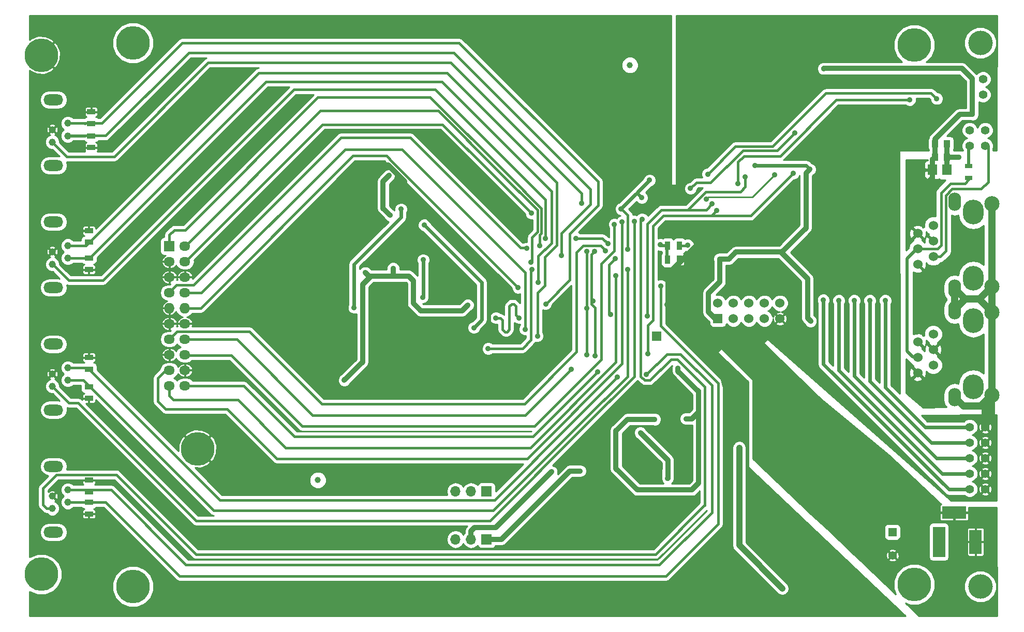
<source format=gbl>
G04 #@! TF.FileFunction,Copper,L2,Bot,Signal*
%FSLAX46Y46*%
G04 Gerber Fmt 4.6, Leading zero omitted, Abs format (unit mm)*
G04 Created by KiCad (PCBNEW 4.0.4+e1-6308~48~ubuntu15.10.1-stable) date Fri Nov 17 08:43:39 2017*
%MOMM*%
%LPD*%
G01*
G04 APERTURE LIST*
%ADD10C,0.150000*%
%ADD11C,5.500000*%
%ADD12C,4.000000*%
%ADD13R,1.549400X1.800860*%
%ADD14R,0.889000X1.397000*%
%ADD15R,1.397000X1.397000*%
%ADD16C,1.397000*%
%ADD17R,0.700000X0.700000*%
%ADD18R,1.397000X0.889000*%
%ADD19C,1.160000*%
%ADD20O,3.200000X1.800000*%
%ADD21C,1.400000*%
%ADD22C,1.000000*%
%ADD23R,1.727200X1.727200*%
%ADD24O,1.800000X1.500000*%
%ADD25O,1.727200X1.727200*%
%ADD26R,1.524000X1.524000*%
%ADD27C,1.524000*%
%ADD28R,4.000500X1.998980*%
%ADD29R,1.998980X4.000500*%
%ADD30R,1.998980X5.001260*%
%ADD31R,1.000000X1.250000*%
%ADD32R,1.300000X0.700000*%
%ADD33R,1.700000X1.700000*%
%ADD34O,1.700000X1.700000*%
%ADD35O,2.100000X3.000000*%
%ADD36O,3.400000X4.035000*%
%ADD37C,2.500000*%
%ADD38C,0.889000*%
%ADD39C,0.609600*%
%ADD40C,1.000760*%
%ADD41C,0.812800*%
%ADD42C,0.406400*%
%ADD43C,0.254000*%
%ADD44C,0.203200*%
%ADD45C,1.198880*%
%ADD46C,0.500000*%
G04 APERTURE END LIST*
D10*
D11*
X208560900Y-51362000D03*
X80710000Y-51020000D03*
X80710000Y-140020000D03*
D12*
X219380000Y-140020000D03*
X219380000Y-51020000D03*
D11*
X65710000Y-138020000D03*
X65710000Y-53020000D03*
X208560900Y-139678000D03*
D13*
X213926020Y-71800000D03*
X211573980Y-71800000D03*
D14*
X168219500Y-86478600D03*
X170124500Y-86478600D03*
X168219500Y-84243400D03*
X170124500Y-84243400D03*
D15*
X205000000Y-131095000D03*
D16*
X205000000Y-134905000D03*
D17*
X167358580Y-107691440D03*
X168058580Y-107691440D03*
X168058580Y-108391440D03*
X167358580Y-108391440D03*
D18*
X73898000Y-64198500D03*
X73898000Y-62293500D03*
X73898000Y-66230500D03*
X73898000Y-68135500D03*
X73517000Y-83662900D03*
X73517000Y-81757900D03*
X73517000Y-86220300D03*
X73517000Y-88125300D03*
X73517000Y-104428100D03*
X73517000Y-102523100D03*
X73517000Y-107311700D03*
X73517000Y-109216700D03*
X73517000Y-124498100D03*
X73517000Y-122593100D03*
X73517000Y-126225300D03*
X73517000Y-128130300D03*
D19*
X70081200Y-106230000D03*
X70081200Y-104190000D03*
X67531200Y-105210000D03*
X67531200Y-107250000D03*
D20*
X67731200Y-111100000D03*
X67731200Y-100340000D03*
D21*
X220186200Y-67850000D03*
X217646200Y-67850000D03*
X220186200Y-65310000D03*
X217646200Y-65310000D03*
X219820000Y-56950000D03*
X219820000Y-59490000D03*
D22*
X162050000Y-54660000D03*
X110980000Y-122600000D03*
D11*
X91287600Y-117449600D03*
D19*
X70081200Y-126230000D03*
X70081200Y-124190000D03*
X67531200Y-125210000D03*
X67531200Y-127250000D03*
D20*
X67731200Y-131100000D03*
X67731200Y-120340000D03*
D19*
X70081200Y-86230000D03*
X70081200Y-84190000D03*
X67531200Y-85210000D03*
X67531200Y-87250000D03*
D20*
X67731200Y-91100000D03*
X67731200Y-80340000D03*
D19*
X70081200Y-66230000D03*
X70081200Y-64190000D03*
X67531200Y-65210000D03*
X67531200Y-67250000D03*
D20*
X67731200Y-71100000D03*
X67731200Y-60340000D03*
D23*
X86671200Y-84290000D03*
D24*
X89211200Y-84290000D03*
X86671200Y-86830000D03*
X89211200Y-86830000D03*
X86671200Y-89370000D03*
X89211200Y-89370000D03*
X86671200Y-91910000D03*
X89211200Y-91910000D03*
D25*
X86671200Y-94450000D03*
X89211200Y-94450000D03*
D24*
X86671200Y-96990000D03*
X89211200Y-96990000D03*
X86671200Y-99530000D03*
X89211200Y-99530000D03*
X86671200Y-102070000D03*
X89211200Y-102070000D03*
X86671200Y-104610000D03*
X89211200Y-104610000D03*
X86671200Y-107150000D03*
X89211200Y-107150000D03*
D26*
X176427600Y-96162000D03*
D27*
X176427600Y-93622000D03*
X178967600Y-96162000D03*
X178967600Y-93622000D03*
X181507600Y-96162000D03*
X181507600Y-93622000D03*
X184047600Y-96162000D03*
X184047600Y-93622000D03*
X186587600Y-96162000D03*
X186587600Y-93622000D03*
D28*
X215099260Y-127899400D03*
D29*
X218599380Y-132700000D03*
D30*
X212599900Y-132700000D03*
D26*
X166407600Y-99042000D03*
D21*
X220186200Y-124080000D03*
X217646200Y-124080000D03*
X220186200Y-121540000D03*
X217646200Y-121540000D03*
X220186200Y-119000000D03*
X217646200Y-119000000D03*
X220186200Y-116460000D03*
X217646200Y-116460000D03*
X220186200Y-113920000D03*
X217646200Y-113920000D03*
D31*
X211950000Y-67550000D03*
X213950000Y-67550000D03*
X211950000Y-69700000D03*
X213950000Y-69700000D03*
D32*
X217505280Y-73086000D03*
X217505280Y-71186000D03*
D33*
X138580000Y-124440000D03*
D34*
X136040000Y-124440000D03*
X133500000Y-124440000D03*
D33*
X138580000Y-132275000D03*
D34*
X136040000Y-132275000D03*
X133500000Y-132275000D03*
D35*
X215164480Y-91254500D03*
X215164480Y-77029500D03*
D27*
X209144140Y-84746520D03*
X209144140Y-82206520D03*
X209144140Y-87286520D03*
X211684140Y-80936520D03*
X211684140Y-83476520D03*
X211684140Y-86016520D03*
D36*
X218211940Y-89539500D03*
X218214480Y-78744500D03*
D37*
X221261940Y-77362000D03*
X221261940Y-90922000D03*
D35*
X215164480Y-109004500D03*
X215164480Y-94779500D03*
D27*
X209144140Y-102496520D03*
X209144140Y-99956520D03*
X209144140Y-105036520D03*
X211684140Y-98686520D03*
X211684140Y-101226520D03*
X211684140Y-103766520D03*
D36*
X218211940Y-107289500D03*
X218214480Y-96494500D03*
D37*
X221261940Y-95112000D03*
X221261940Y-108672000D03*
D38*
X124607600Y-78242000D03*
X116907600Y-94342000D03*
X182499000Y-71069200D03*
X186975000Y-140325000D03*
X179950000Y-117300000D03*
X169926000Y-104292400D03*
X171207600Y-112542000D03*
X166107600Y-112642000D03*
X159755840Y-114541300D03*
X191617600Y-96592000D03*
X191487600Y-71712000D03*
X163997600Y-76362000D03*
X176757600Y-86392000D03*
X158856680Y-95443040D03*
X161696400Y-84836000D03*
X165257480Y-73492360D03*
X159656780Y-86342220D03*
X160606740Y-78191360D03*
X174537600Y-76562000D03*
X185707020Y-72641460D03*
X171947600Y-74852000D03*
X189006480Y-65742820D03*
X154957780Y-102041960D03*
X154957780Y-94442280D03*
X154957780Y-85140800D03*
X156255720Y-85140800D03*
X155986480Y-93261180D03*
X156357320Y-102240080D03*
X175120300Y-87553800D03*
X158089600Y-75920600D03*
X158115000Y-74371200D03*
X191084200Y-59156600D03*
X162267600Y-59692000D03*
X147600000Y-132600000D03*
X156460000Y-115340000D03*
X154910000Y-131050000D03*
X154980000Y-123830000D03*
X171300000Y-137850000D03*
X173000000Y-100875000D03*
X168257600Y-93892000D03*
X177292000Y-80568800D03*
X177250000Y-105925000D03*
X177975000Y-109150000D03*
X142308580Y-99542600D03*
X125197600Y-75732000D03*
X138987600Y-89802000D03*
X169722800Y-117449600D03*
X123507600Y-92442000D03*
X128897600Y-107332000D03*
X122297600Y-107332000D03*
X121687600Y-70812000D03*
X177775000Y-113575000D03*
X196408040Y-84742020D03*
X194208400Y-72791320D03*
X122308620Y-102141020D03*
X188757600Y-72392000D03*
X176237600Y-78472000D03*
X164957760Y-101940360D03*
X180924200Y-72948800D03*
X175507600Y-77362000D03*
X164856160Y-95740220D03*
X145977600Y-88142000D03*
X138847600Y-101082000D03*
X140107600Y-96042000D03*
X143907600Y-96042000D03*
X193697600Y-93122000D03*
X196227600Y-93192000D03*
X198747600Y-93192000D03*
X201297600Y-93192000D03*
X203827600Y-93192000D03*
X136507600Y-97642000D03*
X128407600Y-80842000D03*
X128207600Y-86542000D03*
X128107440Y-92641420D03*
X212242400Y-60147200D03*
X174757080Y-72491600D03*
X207822800Y-60350400D03*
X179707540Y-74041000D03*
X147256500Y-84241640D03*
X145857600Y-86912000D03*
X145947600Y-78912000D03*
X143756380Y-91092020D03*
X144907000Y-97891600D03*
X145127600Y-84672000D03*
X158056580Y-85092540D03*
X152417600Y-104432000D03*
X159506920Y-80741520D03*
X159755840Y-89141300D03*
X156777600Y-104872000D03*
X160756600Y-80340200D03*
X149200000Y-121250000D03*
X122807600Y-79242000D03*
X122607600Y-72742000D03*
X115307600Y-106242000D03*
X123307600Y-87942000D03*
X118757600Y-88642000D03*
X135507600Y-93942000D03*
X215900000Y-69700000D03*
X218100000Y-62700000D03*
X193735200Y-55235600D03*
X218100000Y-58950000D03*
X153870000Y-121090000D03*
X168225000Y-122300000D03*
X163756340Y-114841020D03*
X161655760Y-88140540D03*
X159997600Y-105712000D03*
X167106600Y-90792300D03*
X164757100Y-105290620D03*
X150855680Y-85841840D03*
X148257260Y-93741240D03*
X147058380Y-90241120D03*
X146908520Y-98991420D03*
X162755580Y-80241140D03*
X164037600Y-79862000D03*
X154107600Y-77242000D03*
X148217600Y-83032000D03*
X167005000Y-84048600D03*
X153212800Y-83007200D03*
X158445200Y-83896200D03*
X171500800Y-84124800D03*
D39*
X116907600Y-87242000D02*
X116907600Y-94342000D01*
X124607600Y-79542000D02*
X116907600Y-87242000D01*
X124607600Y-78242000D02*
X124607600Y-79542000D01*
X190895600Y-71120000D02*
X191487600Y-71712000D01*
X182549800Y-71120000D02*
X190895600Y-71120000D01*
X182499000Y-71069200D02*
X182549800Y-71120000D01*
D40*
X179925000Y-133275000D02*
X186975000Y-140325000D01*
X179925000Y-117325000D02*
X179925000Y-133275000D01*
X179950000Y-117300000D02*
X179925000Y-117325000D01*
D41*
X173307600Y-108042000D02*
X173218400Y-108042000D01*
X173307600Y-111442000D02*
X173307600Y-108042000D01*
X169926000Y-104749600D02*
X169926000Y-104292400D01*
X173218400Y-108042000D02*
X169926000Y-104749600D01*
X171207600Y-112542000D02*
X172207600Y-112542000D01*
X172207600Y-112542000D02*
X173307600Y-111442000D01*
X159755840Y-114541300D02*
X159755840Y-120690240D01*
X173307600Y-123067000D02*
X173307600Y-111442000D01*
X172182600Y-124192000D02*
X173307600Y-123067000D01*
X163257600Y-124192000D02*
X172182600Y-124192000D01*
X159755840Y-120690240D02*
X163257600Y-124192000D01*
X159755840Y-114541300D02*
X161655140Y-112642000D01*
X161655140Y-112642000D02*
X166107600Y-112642000D01*
X176427600Y-96162000D02*
X175987600Y-96162000D01*
X176757600Y-90142000D02*
X176757600Y-86392000D01*
X174887600Y-92012000D02*
X176757600Y-90142000D01*
X174887600Y-95062000D02*
X174887600Y-92012000D01*
X175987600Y-96162000D02*
X174887600Y-95062000D01*
X191107600Y-89604120D02*
X186898840Y-85395360D01*
X191107600Y-96082000D02*
X191107600Y-89604120D01*
X191617600Y-96592000D02*
X191107600Y-96082000D01*
X176757600Y-86392000D02*
X178257600Y-86392000D01*
X178257600Y-86392000D02*
X179397600Y-85252000D01*
X179397600Y-85252000D02*
X186898840Y-85252000D01*
X186898840Y-85252000D02*
X186898840Y-85395360D01*
X190853060Y-81297780D02*
X186827160Y-85323680D01*
X186944000Y-85440520D02*
X186827160Y-85323680D01*
X190853060Y-76067920D02*
X190853060Y-81297780D01*
X186898840Y-85395360D02*
X186944000Y-85440520D01*
X191487600Y-71712000D02*
X190853060Y-72346540D01*
X190853060Y-72346540D02*
X190853060Y-76067920D01*
D39*
X163997600Y-76362000D02*
X163192720Y-75557120D01*
D42*
X160606740Y-78191360D02*
X160655000Y-78191360D01*
D39*
X160606740Y-78191360D02*
X160606740Y-78143100D01*
X160606740Y-78143100D02*
X163192720Y-75557120D01*
D42*
X158856680Y-95443040D02*
X158658560Y-95244920D01*
X161706560Y-79242920D02*
X161696400Y-84836000D01*
X160655000Y-78191360D02*
X161706560Y-79242920D01*
X158658560Y-95244920D02*
X158658560Y-87340440D01*
D39*
X163192720Y-75557120D02*
X165257480Y-73492360D01*
D42*
X158658560Y-87340440D02*
X159656780Y-86342220D01*
D43*
X185707020Y-72641460D02*
X182107840Y-76240640D01*
X182107840Y-76240640D02*
X174858960Y-76240640D01*
X174858960Y-76240640D02*
X174537600Y-76562000D01*
D42*
X175260000Y-73891140D02*
X172908460Y-73891140D01*
X172908460Y-73891140D02*
X171947600Y-74852000D01*
X186108340Y-68640960D02*
X189006480Y-65742820D01*
X186108340Y-68640960D02*
X180510180Y-68640960D01*
X180510180Y-68640960D02*
X175260000Y-73891140D01*
X154957780Y-94442280D02*
X154957780Y-102041960D01*
X154957780Y-85140800D02*
X154957780Y-94442280D01*
X156255720Y-85140800D02*
X155757880Y-85638640D01*
X155757880Y-85638640D02*
X155757880Y-93339920D01*
X155907740Y-93339920D02*
X155986480Y-93261180D01*
X155757880Y-93339920D02*
X155907740Y-93339920D01*
X156357320Y-94340680D02*
X156357320Y-102240080D01*
X155757880Y-93339920D02*
X155757880Y-93741240D01*
X155757880Y-93741240D02*
X156357320Y-94340680D01*
D44*
X174045100Y-86478600D02*
X170124500Y-86478600D01*
X175120300Y-87553800D02*
X174045100Y-86478600D01*
D40*
X220186200Y-113920000D02*
X220186200Y-112807800D01*
X220186200Y-112807800D02*
X221261940Y-111732060D01*
X221261940Y-111732060D02*
X221261940Y-108672000D01*
D45*
X215164480Y-94779500D02*
X215164480Y-94715520D01*
X215164480Y-94715520D02*
X216916000Y-92964000D01*
X216916000Y-92964000D02*
X219219940Y-92964000D01*
X219219940Y-92964000D02*
X221261940Y-90922000D01*
X215164480Y-91254500D02*
X215206500Y-91254500D01*
X215206500Y-91254500D02*
X216916000Y-92964000D01*
X216916000Y-92964000D02*
X219202000Y-92964000D01*
X219202000Y-92964000D02*
X221261940Y-95023940D01*
X221261940Y-95023940D02*
X221261940Y-95112000D01*
X215164480Y-94779500D02*
X215164480Y-91254500D01*
X215164480Y-109004500D02*
X215176500Y-109004500D01*
X215176500Y-109004500D02*
X216662000Y-110490000D01*
X216662000Y-110490000D02*
X219443940Y-110490000D01*
X219443940Y-110490000D02*
X221261940Y-108672000D01*
X221261940Y-108672000D02*
X221261940Y-95112000D01*
X221261940Y-95112000D02*
X221261940Y-90922000D01*
X221261940Y-90922000D02*
X221261940Y-77362000D01*
X220186200Y-113920000D02*
X220186200Y-109747740D01*
X220186200Y-109747740D02*
X221261940Y-108672000D01*
D42*
X158089600Y-74396600D02*
X158089600Y-75920600D01*
X158115000Y-74371200D02*
X158089600Y-74396600D01*
D39*
X162269600Y-59690000D02*
X162280600Y-59690000D01*
X162267600Y-59692000D02*
X162269600Y-59690000D01*
D45*
X173000000Y-100875000D02*
X168297600Y-93892000D01*
X168297600Y-93892000D02*
X168257600Y-93892000D01*
D41*
X168257600Y-93892000D02*
X168257600Y-88906800D01*
X168257600Y-88906800D02*
X174573760Y-82590640D01*
X174573760Y-82590640D02*
X174607220Y-82590640D01*
X176707800Y-82590640D02*
X174607220Y-82590640D01*
X176707800Y-82590640D02*
X176707800Y-82141060D01*
D40*
X173000000Y-100875000D02*
X174637600Y-101472900D01*
X174637600Y-101472900D02*
X179506880Y-106342180D01*
D41*
X176707800Y-82141060D02*
X177292000Y-80568800D01*
X178076600Y-109048400D02*
X177250000Y-105925000D01*
X177975000Y-109150000D02*
X178076600Y-109048400D01*
D39*
X139938200Y-99542600D02*
X142308580Y-99542600D01*
X138987600Y-89802000D02*
X139007600Y-89822000D01*
X139007600Y-89822000D02*
X139007600Y-98612000D01*
X139007600Y-98612000D02*
X139938200Y-99542600D01*
D41*
X125197600Y-73693492D02*
X125197600Y-75732000D01*
X122476854Y-70972746D02*
X125197600Y-73693492D01*
X138987600Y-89802000D02*
X138987600Y-89522000D01*
X138987600Y-89522000D02*
X125197600Y-75732000D01*
D40*
X178107080Y-109056020D02*
X179506880Y-106342180D01*
X178876960Y-110771940D02*
X178107080Y-109056020D01*
D39*
X178282600Y-110771940D02*
X177780080Y-113569920D01*
D40*
X178282600Y-110771940D02*
X178876960Y-110771940D01*
D39*
X177780080Y-113569920D02*
X177775000Y-113575000D01*
D42*
X168058580Y-108391440D02*
X167358580Y-108391440D01*
X168058580Y-107691440D02*
X168058580Y-108391440D01*
X167358580Y-107691440D02*
X168058580Y-107691440D01*
X167358580Y-108391440D02*
X167358580Y-107691440D01*
D40*
X122297600Y-107332000D02*
X128897600Y-107332000D01*
X122308620Y-102141020D02*
X122308620Y-107320980D01*
X122308620Y-107320980D02*
X122297600Y-107332000D01*
D41*
X121848346Y-70972746D02*
X122476854Y-70972746D01*
X121687600Y-70812000D02*
X121848346Y-70972746D01*
D39*
X122308620Y-102141020D02*
X122308620Y-108341160D01*
D41*
X196408040Y-74990960D02*
X194208400Y-72791320D01*
X196408040Y-84742020D02*
X196408040Y-74990960D01*
D42*
X164957760Y-101940360D02*
X164957760Y-97291840D01*
X164957760Y-97291840D02*
X165856920Y-96392680D01*
X181807620Y-79341980D02*
X181805580Y-79341980D01*
X188757600Y-72392000D02*
X181807620Y-79341980D01*
X175367620Y-79341980D02*
X167505380Y-79341980D01*
X176237600Y-78472000D02*
X175367620Y-79341980D01*
X179153820Y-79341980D02*
X181805580Y-79341980D01*
X167505380Y-79341980D02*
X179153820Y-79341980D01*
X165856920Y-80990440D02*
X167505380Y-79341980D01*
X165856920Y-96392680D02*
X165856920Y-80990440D01*
X180924200Y-72948800D02*
X180906420Y-72948800D01*
X180906420Y-72948800D02*
X180924200Y-72948800D01*
X180924200Y-72948800D02*
X180906420Y-72948800D01*
X174528380Y-78341220D02*
X171508420Y-78341220D01*
X175507600Y-77362000D02*
X174528380Y-78341220D01*
X167154860Y-78341220D02*
X171508420Y-78341220D01*
X164856160Y-82641440D02*
X164856160Y-80639920D01*
X174457360Y-75392280D02*
X177454560Y-75392280D01*
X180205380Y-75293220D02*
X180906420Y-74592180D01*
X177454560Y-75392280D02*
X180106320Y-75392280D01*
X164856160Y-91742260D02*
X164856160Y-82641440D01*
X171508420Y-78341220D02*
X174457360Y-75392280D01*
X180906420Y-72948800D02*
X180906420Y-74592180D01*
X164856160Y-95740220D02*
X164856160Y-91742260D01*
X164856160Y-80639920D02*
X167154860Y-78341220D01*
X180106320Y-75392280D02*
X180205380Y-75293220D01*
X145977600Y-88142000D02*
X145867600Y-88252000D01*
X145867600Y-88252000D02*
X145867600Y-99662000D01*
X145867600Y-99662000D02*
X144447600Y-101082000D01*
X144447600Y-101082000D02*
X138847600Y-101082000D01*
X140807600Y-96042000D02*
X140107600Y-96042000D01*
X141207600Y-96442000D02*
X140807600Y-96042000D01*
X141207600Y-97942000D02*
X141207600Y-96442000D01*
X141607600Y-98342000D02*
X141207600Y-97942000D01*
X141907600Y-98342000D02*
X141607600Y-98342000D01*
X142307600Y-97942000D02*
X141907600Y-98342000D01*
X142307600Y-94142000D02*
X142307600Y-97942000D01*
X142707600Y-93742000D02*
X142307600Y-94142000D01*
X143007600Y-93742000D02*
X142707600Y-93742000D01*
X143407600Y-94142000D02*
X143007600Y-93742000D01*
X143407600Y-95542000D02*
X143407600Y-94142000D01*
X143907600Y-96042000D02*
X143407600Y-95542000D01*
D39*
X193697600Y-93122000D02*
X193697600Y-103597600D01*
X214230000Y-124130000D02*
X217680000Y-124130000D01*
X193697600Y-103597600D02*
X214230000Y-124130000D01*
X217630000Y-121540000D02*
X213140000Y-121540000D01*
X196227600Y-104627600D02*
X196227600Y-93192000D01*
X213140000Y-121540000D02*
X196227600Y-104627600D01*
X217430000Y-119000000D02*
X212200000Y-119000000D01*
X198747600Y-105547600D02*
X198747600Y-93192000D01*
X212200000Y-119000000D02*
X198747600Y-105547600D01*
D41*
X198757600Y-93202000D02*
X198747600Y-93192000D01*
D39*
X201297600Y-93192000D02*
X201297600Y-106397600D01*
X211360000Y-116460000D02*
X217555000Y-116460000D01*
X201297600Y-106397600D02*
X211360000Y-116460000D01*
X203827600Y-93192000D02*
X203827600Y-107427600D01*
X210320000Y-113920000D02*
X217555000Y-113920000D01*
X203827600Y-107427600D02*
X210320000Y-113920000D01*
X136507600Y-97642000D02*
X137807600Y-96342000D01*
X137807600Y-90242000D02*
X128407600Y-80842000D01*
X137807600Y-96342000D02*
X137807600Y-90242000D01*
X128207600Y-92541260D02*
X128107440Y-92641420D01*
X128207600Y-86542000D02*
X128207600Y-92541260D01*
D42*
X211328000Y-59232800D02*
X212242400Y-60147200D01*
X185407300Y-67942460D02*
X194106800Y-59242960D01*
X194106800Y-59242960D02*
X211328000Y-59232800D01*
X179306220Y-67942460D02*
X180007260Y-67942460D01*
X174757080Y-72491600D02*
X179306220Y-67942460D01*
X180007260Y-67942460D02*
X185407300Y-67942460D01*
X195808600Y-60342780D02*
X207822800Y-60350400D01*
X186608720Y-69542660D02*
X195808600Y-60342780D01*
X179707540Y-70942200D02*
X179707540Y-70741540D01*
X179707540Y-70741540D02*
X179707540Y-70540880D01*
X179707540Y-70540880D02*
X180705760Y-69542660D01*
X179707540Y-74041000D02*
X179707540Y-70942200D01*
X180705760Y-69542660D02*
X186608720Y-69542660D01*
X129369600Y-59944000D02*
X141997600Y-72572000D01*
X110998000Y-59944000D02*
X129369600Y-59944000D01*
X89306400Y-81635600D02*
X110998000Y-59944000D01*
X87477600Y-81635600D02*
X89306400Y-81635600D01*
X86664800Y-82448400D02*
X87477600Y-81635600D01*
X141997600Y-72572000D02*
X147570378Y-78144778D01*
X147570378Y-78144778D02*
X147570378Y-82159222D01*
X86664800Y-82550000D02*
X86664800Y-84683600D01*
X147256500Y-82473100D02*
X147256500Y-84241640D01*
X147570378Y-82159222D02*
X147256500Y-82473100D01*
X130681116Y-62128400D02*
X140787600Y-72234884D01*
X111404400Y-62128400D02*
X130681116Y-62128400D01*
X89255600Y-84277200D02*
X111404400Y-62128400D01*
X140787600Y-72234884D02*
X146953156Y-78400440D01*
X146027600Y-82829116D02*
X146027600Y-84182000D01*
X146953156Y-81903560D02*
X146027600Y-82829116D01*
X146953156Y-78400440D02*
X146953156Y-81903560D01*
X146027600Y-86742000D02*
X146027600Y-84182000D01*
X145857600Y-86912000D02*
X146027600Y-86742000D01*
X131399200Y-64363600D02*
X139557600Y-72522000D01*
X111760000Y-64363600D02*
X131399200Y-64363600D01*
X89255600Y-86868000D02*
X111760000Y-64363600D01*
X139557600Y-72522000D02*
X145947600Y-78912000D01*
X122750580Y-70086220D02*
X122750580Y-70020180D01*
X91795600Y-94437200D02*
X89255600Y-94437200D01*
X116738400Y-69494400D02*
X91795600Y-94437200D01*
X122224800Y-69494400D02*
X116738400Y-69494400D01*
X122750580Y-70020180D02*
X122224800Y-69494400D01*
X122750580Y-70086220D02*
X122747600Y-70083240D01*
X122750580Y-70086220D02*
X143756380Y-91092020D01*
X122747600Y-70083240D02*
X122750580Y-70086220D01*
X89255600Y-91948000D02*
X91897200Y-91948000D01*
X115417600Y-68427600D02*
X124787600Y-68427600D01*
X91897200Y-91948000D02*
X115417600Y-68427600D01*
X124787600Y-68427600D02*
X124787600Y-68473260D01*
X124787600Y-68473260D02*
X144907000Y-88592660D01*
X144907000Y-97891600D02*
X144907000Y-89042240D01*
X144907000Y-89042240D02*
X144907000Y-88592660D01*
X86664800Y-91846400D02*
X87884000Y-90627200D01*
X87884000Y-90627200D02*
X90678000Y-90627200D01*
X90678000Y-90627200D02*
X114757200Y-66548000D01*
X114757200Y-66548000D02*
X126143600Y-66548000D01*
X126143600Y-66548000D02*
X127267600Y-67672000D01*
X144127600Y-84532000D02*
X127267600Y-67672000D01*
X144987600Y-84532000D02*
X144127600Y-84532000D01*
X145127600Y-84672000D02*
X144987600Y-84532000D01*
X86614000Y-99568000D02*
X87934800Y-98247200D01*
X87934800Y-98247200D02*
X99822000Y-98247200D01*
X99822000Y-98247200D02*
X111658400Y-110083600D01*
X111658400Y-110083600D02*
X144836000Y-110083600D01*
X144836000Y-110083600D02*
X153306780Y-101612820D01*
X153306780Y-101612820D02*
X153306780Y-94294960D01*
X153306780Y-94294960D02*
X153306780Y-85293200D01*
X157292040Y-84175600D02*
X158056580Y-84940140D01*
X153306780Y-85293200D02*
X154424380Y-84175600D01*
X154424380Y-84175600D02*
X157292040Y-84175600D01*
X158056580Y-84940140D02*
X158056580Y-85092540D01*
X89204800Y-99568000D02*
X97739200Y-99568000D01*
X144886400Y-111963200D02*
X152417600Y-104432000D01*
X110134400Y-111963200D02*
X144886400Y-111963200D01*
X97739200Y-99568000D02*
X110134400Y-111963200D01*
X89255600Y-102158800D02*
X96824800Y-102158800D01*
X159501840Y-80746600D02*
X159506920Y-80741520D01*
X157358080Y-102839520D02*
X157358080Y-87190580D01*
X156405580Y-103792020D02*
X157358080Y-102839520D01*
X159501840Y-85046820D02*
X159501840Y-80746600D01*
X157358080Y-87190580D02*
X159501840Y-85046820D01*
X146456400Y-113741200D02*
X156405580Y-103792020D01*
X108407200Y-113741200D02*
X146456400Y-113741200D01*
X96824800Y-102158800D02*
X108407200Y-113741200D01*
X86664800Y-107137200D02*
X86664800Y-108762800D01*
X159755840Y-101643760D02*
X159755840Y-89141300D01*
X159755840Y-103253760D02*
X159755840Y-101643760D01*
X145712400Y-117297200D02*
X159755840Y-103253760D01*
X105714800Y-117297200D02*
X145712400Y-117297200D01*
X97891600Y-109474000D02*
X105714800Y-117297200D01*
X87376000Y-109474000D02*
X97891600Y-109474000D01*
X86664800Y-108762800D02*
X87376000Y-109474000D01*
X89255600Y-107137200D02*
X98856800Y-107137200D01*
X146181200Y-115468400D02*
X156777600Y-104872000D01*
X107188000Y-115468400D02*
X146181200Y-115468400D01*
X98856800Y-107137200D02*
X107188000Y-115468400D01*
X86715600Y-104597200D02*
X86106000Y-104597200D01*
X86106000Y-104597200D02*
X84785200Y-105918000D01*
X160756600Y-102143000D02*
X160756600Y-80340200D01*
X160756600Y-103533000D02*
X160756600Y-102143000D01*
X145214400Y-119075200D02*
X160756600Y-103533000D01*
X104241600Y-119075200D02*
X145214400Y-119075200D01*
X96164400Y-110998000D02*
X104241600Y-119075200D01*
X86055200Y-110998000D02*
X96164400Y-110998000D01*
X84785200Y-109728000D02*
X86055200Y-110998000D01*
X84785200Y-105918000D02*
X84785200Y-109728000D01*
D41*
X149200000Y-121250000D02*
X149190000Y-121250000D01*
X136040000Y-130920000D02*
X136040000Y-132275000D01*
X136590000Y-130370000D02*
X136040000Y-130920000D01*
X140070000Y-130370000D02*
X136590000Y-130370000D01*
X149190000Y-121250000D02*
X140070000Y-130370000D01*
X121660100Y-74142000D02*
X121660100Y-73689500D01*
X121660100Y-74142000D02*
X121660100Y-76342000D01*
X121660100Y-78094500D02*
X122807600Y-79242000D01*
X121660100Y-76342000D02*
X121660100Y-78094500D01*
X121660100Y-73689500D02*
X122607600Y-72742000D01*
X118307600Y-103242000D02*
X118307600Y-90542000D01*
X118307600Y-90542000D02*
X119660100Y-89189500D01*
X115307600Y-106242000D02*
X118307600Y-103242000D01*
X119305100Y-89189500D02*
X119660100Y-89189500D01*
X125855100Y-89189500D02*
X124407600Y-89189500D01*
X126607600Y-89942000D02*
X125855100Y-89189500D01*
X126607600Y-93642000D02*
X126607600Y-89942000D01*
X127807600Y-94842000D02*
X126607600Y-93642000D01*
X134607600Y-94842000D02*
X127807600Y-94842000D01*
X135507600Y-93942000D02*
X134607600Y-94842000D01*
X119660100Y-89189500D02*
X122207600Y-89189500D01*
X122207600Y-89189500D02*
X123307600Y-89189500D01*
X123307600Y-87942000D02*
X123307600Y-89189500D01*
X123307600Y-89189500D02*
X124407600Y-89189500D01*
X118757600Y-88642000D02*
X119305100Y-89189500D01*
X213950000Y-69700000D02*
X215900000Y-69700000D01*
X213950000Y-67550000D02*
X213950000Y-69700000D01*
X213950000Y-69700000D02*
X213926020Y-69723980D01*
X213926020Y-69723980D02*
X213926020Y-71800000D01*
D44*
X211950000Y-67550000D02*
X211950000Y-66750000D01*
X211950000Y-66750000D02*
X216000000Y-62700000D01*
X216000000Y-62700000D02*
X218100000Y-62700000D01*
D41*
X218100000Y-62700000D02*
X216000000Y-62700000D01*
X218100000Y-58950000D02*
X218100000Y-62700000D01*
X211950000Y-66750000D02*
X211950000Y-69700000D01*
X216000000Y-62700000D02*
X211950000Y-66750000D01*
X211950000Y-69700000D02*
X211573980Y-70076020D01*
X211573980Y-70076020D02*
X211573980Y-73026020D01*
X211573980Y-73026020D02*
X209400000Y-75200000D01*
X193735200Y-55235600D02*
X193770800Y-55200000D01*
X193770800Y-55200000D02*
X216400000Y-55200000D01*
X216400000Y-55200000D02*
X218100000Y-56900000D01*
X218100000Y-56900000D02*
X218100000Y-58950000D01*
D42*
X214525400Y-74041200D02*
X216839600Y-74041200D01*
X209182940Y-84746520D02*
X212353480Y-84746520D01*
X213000000Y-84100000D02*
X212353480Y-84746520D01*
X213000000Y-75566600D02*
X213000000Y-84100000D01*
X214525400Y-74041200D02*
X213000000Y-75566600D01*
X216839600Y-74041200D02*
X217505280Y-73375520D01*
X217505280Y-73375520D02*
X217505280Y-73086000D01*
D46*
X209182940Y-102446520D02*
X208346520Y-102446520D01*
X207400000Y-86300000D02*
X209053480Y-84646520D01*
X207400000Y-101500000D02*
X207400000Y-86300000D01*
X208346520Y-102446520D02*
X207400000Y-101500000D01*
D42*
X220650000Y-67900000D02*
X220650000Y-73792800D01*
X220650000Y-73792800D02*
X219531000Y-74911800D01*
X219531000Y-74911800D02*
X214752400Y-74911800D01*
X214752400Y-74911800D02*
X213700000Y-75964200D01*
X213700000Y-75964200D02*
X213700000Y-85100000D01*
X213700000Y-85100000D02*
X212783480Y-86016520D01*
X212783480Y-86016520D02*
X211672940Y-86016520D01*
D46*
X217442520Y-71192840D02*
X217442520Y-68492480D01*
X217442520Y-68492480D02*
X218085000Y-67850000D01*
D41*
X138660000Y-132275000D02*
X138660000Y-131965000D01*
X138580000Y-132275000D02*
X141035000Y-132275000D01*
X152220000Y-121090000D02*
X153870000Y-121090000D01*
X141035000Y-132275000D02*
X152220000Y-121090000D01*
X168225000Y-122300000D02*
X168249860Y-122275140D01*
X168249860Y-122275140D02*
X168282460Y-119367140D01*
X168282460Y-119367140D02*
X163756340Y-114841020D01*
D44*
X73517000Y-107311700D02*
X73517000Y-107197400D01*
X73517000Y-107197400D02*
X72549600Y-106230000D01*
X72549600Y-106230000D02*
X70081200Y-106230000D01*
D42*
X70114800Y-106224800D02*
X72595200Y-106224800D01*
X139690800Y-127558800D02*
X154007600Y-113242000D01*
X93929200Y-127558800D02*
X139690800Y-127558800D01*
X72595200Y-106224800D02*
X93929200Y-127558800D01*
X154007600Y-113242000D02*
X161655760Y-105593840D01*
X161655760Y-88140540D02*
X161655760Y-95740220D01*
X161655760Y-95740220D02*
X161655760Y-105593840D01*
D44*
X70081200Y-104190000D02*
X73278900Y-104190000D01*
X73278900Y-104190000D02*
X73517000Y-104428100D01*
D42*
X70116400Y-104185600D02*
X73299200Y-104185600D01*
X139878000Y-125831600D02*
X153007600Y-112702000D01*
X94945200Y-125831600D02*
X139878000Y-125831600D01*
X73299200Y-104185600D02*
X94945200Y-125831600D01*
X153007600Y-112702000D02*
X159997600Y-105712000D01*
D44*
X73517000Y-126225300D02*
X70085900Y-126225300D01*
X70085900Y-126225300D02*
X70081200Y-126230000D01*
D42*
X70090600Y-126215000D02*
X76278600Y-126215000D01*
X176497600Y-129775600D02*
X176497600Y-124522000D01*
X167944800Y-138328400D02*
X176497600Y-129775600D01*
X88392000Y-138328400D02*
X167944800Y-138328400D01*
X76278600Y-126215000D02*
X88392000Y-138328400D01*
X167106600Y-97190560D02*
X167106600Y-97371000D01*
X176497600Y-106762000D02*
X176497600Y-110302000D01*
X167106600Y-97371000D02*
X176497600Y-106762000D01*
X176497600Y-110302000D02*
X176497600Y-124522000D01*
X167106600Y-90792300D02*
X167106600Y-97190560D01*
D44*
X73517000Y-124498100D02*
X73200260Y-124498100D01*
X73200260Y-124498100D02*
X72892160Y-124190000D01*
X72892160Y-124190000D02*
X70081200Y-124190000D01*
D42*
X70066400Y-124200000D02*
X77159200Y-124200000D01*
X175437600Y-127889200D02*
X175437600Y-125780800D01*
X175437600Y-125780800D02*
X175437600Y-125752000D01*
X166878000Y-136448800D02*
X175437600Y-127889200D01*
X89408000Y-136448800D02*
X166878000Y-136448800D01*
X77159200Y-124200000D02*
X89408000Y-136448800D01*
X164757100Y-105290620D02*
X168064520Y-101983200D01*
X170308800Y-101983200D02*
X175437600Y-107112000D01*
X168064520Y-101983200D02*
X170308800Y-101983200D01*
X175437600Y-125752000D02*
X175437600Y-107112000D01*
D44*
X73898000Y-66230500D02*
X70081700Y-66230500D01*
X70081700Y-66230500D02*
X70081200Y-66230000D01*
D42*
X70081200Y-66230000D02*
X72897500Y-66230000D01*
X72897500Y-66230000D02*
X72898000Y-66230500D01*
X70066400Y-66220200D02*
X76273800Y-66220200D01*
X155549600Y-74980800D02*
X155549600Y-77480000D01*
X133197600Y-52628800D02*
X155549600Y-74980800D01*
X89865200Y-52628800D02*
X133197600Y-52628800D01*
X76273800Y-66220200D02*
X89865200Y-52628800D01*
X150855680Y-85841840D02*
X150855680Y-82173920D01*
X150855680Y-82173920D02*
X155549600Y-77480000D01*
D44*
X73898000Y-64198500D02*
X70089700Y-64198500D01*
X70089700Y-64198500D02*
X70081200Y-64190000D01*
D42*
X70081200Y-64190000D02*
X72889500Y-64190000D01*
X72889500Y-64190000D02*
X72898000Y-64198500D01*
X70116400Y-64180200D02*
X75621400Y-64180200D01*
X156819600Y-73710800D02*
X156819600Y-77580000D01*
X134112000Y-51003200D02*
X156819600Y-73710800D01*
X88798400Y-51003200D02*
X134112000Y-51003200D01*
X75621400Y-64180200D02*
X88798400Y-51003200D01*
X152156160Y-82243440D02*
X152156160Y-85242400D01*
X156819600Y-77580000D02*
X152156160Y-82243440D01*
X152156160Y-89842340D02*
X152156160Y-85242400D01*
X148257260Y-93741240D02*
X152156160Y-89842340D01*
X70081200Y-86230000D02*
X72507300Y-86230000D01*
X72507300Y-86230000D02*
X72517000Y-86220300D01*
X70116400Y-86209600D02*
X73607200Y-86209600D01*
X131247640Y-57353200D02*
X149207220Y-75312780D01*
X102463600Y-57353200D02*
X131247640Y-57353200D01*
X73607200Y-86209600D02*
X102463600Y-57353200D01*
X149207220Y-83792060D02*
X149207220Y-75312780D01*
X149207220Y-83792060D02*
X147058380Y-85940900D01*
X147058380Y-85940900D02*
X147058380Y-90241120D01*
D44*
X70081200Y-84190000D02*
X72989900Y-84190000D01*
X72989900Y-84190000D02*
X73517000Y-83662900D01*
D42*
X70142200Y-84194600D02*
X73031400Y-84194600D01*
X150106380Y-73906380D02*
X150106380Y-78023220D01*
X132130800Y-55930800D02*
X150106380Y-73906380D01*
X101295200Y-55930800D02*
X132130800Y-55930800D01*
X73031400Y-84194600D02*
X101295200Y-55930800D01*
X146908520Y-91892120D02*
X146908520Y-98991420D01*
X148107400Y-86093300D02*
X148107400Y-90693240D01*
X148107400Y-90693240D02*
X146908520Y-91892120D01*
X150106380Y-78023220D02*
X150106380Y-84094320D01*
X150106380Y-84094320D02*
X148107400Y-86093300D01*
X67591400Y-107297000D02*
X70251000Y-109956600D01*
X70251000Y-109956600D02*
X71755000Y-109956600D01*
X71755000Y-109956600D02*
X91033600Y-129235200D01*
X91033600Y-129235200D02*
X139114400Y-129235200D01*
X139114400Y-129235200D02*
X154807600Y-113542000D01*
X154807600Y-113542000D02*
X162755580Y-105594020D01*
X162755580Y-84742020D02*
X162755580Y-105594020D01*
X162755580Y-80241140D02*
X162755580Y-84742020D01*
X67639800Y-127235000D02*
X66595000Y-127235000D01*
X166217600Y-134721600D02*
X174317600Y-126621600D01*
X91084400Y-134721600D02*
X166217600Y-134721600D01*
X78054200Y-121691400D02*
X91084400Y-134721600D01*
X68211800Y-121691400D02*
X78054200Y-121691400D01*
X66004400Y-123898800D02*
X68211800Y-121691400D01*
X66004400Y-126644400D02*
X66004400Y-123898800D01*
X66595000Y-127235000D02*
X66004400Y-126644400D01*
X165327600Y-106262000D02*
X168755600Y-102834000D01*
X169789600Y-102834000D02*
X174317600Y-107362000D01*
X168755600Y-102834000D02*
X169789600Y-102834000D01*
X164427600Y-106262000D02*
X163777600Y-105612000D01*
X165327600Y-106262000D02*
X164427600Y-106262000D01*
X174317600Y-126692000D02*
X174317600Y-126621600D01*
X174317600Y-126621600D02*
X174317600Y-107362000D01*
X163777600Y-80122000D02*
X163777600Y-105612000D01*
X164037600Y-79862000D02*
X163777600Y-80122000D01*
X67564200Y-67291000D02*
X69920000Y-69646800D01*
X69920000Y-69646800D02*
X77647800Y-69646800D01*
X77647800Y-69646800D02*
X93040200Y-54254400D01*
X93040200Y-54254400D02*
X132689600Y-54254400D01*
X132689600Y-54254400D02*
X154107600Y-75672400D01*
X154107600Y-75672400D02*
X154107600Y-77242000D01*
X148217600Y-76691200D02*
X148217600Y-83032000D01*
X130149600Y-58623200D02*
X148217600Y-76691200D01*
X107086400Y-58623200D02*
X130149600Y-58623200D01*
X75819000Y-89890600D02*
X107086400Y-58623200D01*
X70200200Y-89890600D02*
X75819000Y-89890600D01*
X67589200Y-87279600D02*
X70200200Y-89890600D01*
X148217600Y-83032000D02*
X148187600Y-83002000D01*
D46*
X168163200Y-84226400D02*
X167182800Y-84226400D01*
D42*
X167182800Y-84226400D02*
X167005000Y-84048600D01*
D46*
X168137800Y-86436200D02*
X168137800Y-84251800D01*
D42*
X168137800Y-84251800D02*
X168163200Y-84226400D01*
X157556200Y-83007200D02*
X153212800Y-83007200D01*
X158445200Y-83896200D02*
X157556200Y-83007200D01*
X171382200Y-84243400D02*
X170124500Y-84243400D01*
D44*
X171500800Y-84124800D02*
X171382200Y-84243400D01*
D43*
G36*
X168783000Y-74142766D02*
X168793071Y-74192163D01*
X168821566Y-74233750D01*
X168863996Y-74260975D01*
X168910000Y-74269600D01*
X169506900Y-74269600D01*
X169556310Y-74259594D01*
X169597935Y-74231153D01*
X169625215Y-74188759D01*
X169633900Y-74142599D01*
X169633619Y-46545500D01*
X222135700Y-46545500D01*
X222135700Y-54766821D01*
X222132497Y-54771615D01*
X222069660Y-55087520D01*
X222069660Y-68605400D01*
X221488200Y-68605400D01*
X221488200Y-68195627D01*
X221520968Y-68116713D01*
X221521431Y-67585617D01*
X221318618Y-67094771D01*
X220943404Y-66718902D01*
X220608673Y-66579909D01*
X220941429Y-66442418D01*
X221317298Y-66067204D01*
X221520968Y-65576713D01*
X221521431Y-65045617D01*
X221318618Y-64554771D01*
X220943404Y-64178902D01*
X220452913Y-63975232D01*
X219921817Y-63974769D01*
X219430971Y-64177582D01*
X219055102Y-64552796D01*
X218916109Y-64887527D01*
X218778618Y-64554771D01*
X218403404Y-64178902D01*
X217912913Y-63975232D01*
X217381817Y-63974769D01*
X216890971Y-64177582D01*
X216515102Y-64552796D01*
X216311432Y-65043287D01*
X216310969Y-65574383D01*
X216513782Y-66065229D01*
X216888996Y-66441098D01*
X217223727Y-66580091D01*
X216890971Y-66717582D01*
X216515102Y-67092796D01*
X216311432Y-67583287D01*
X216310969Y-68114383D01*
X216513782Y-68605229D01*
X216513953Y-68605400D01*
X214991400Y-68605400D01*
X214991400Y-68507431D01*
X215046431Y-68426890D01*
X215097440Y-68175000D01*
X215097440Y-66925000D01*
X215053162Y-66689683D01*
X214914090Y-66473559D01*
X214701890Y-66328569D01*
X214450000Y-66277560D01*
X213895202Y-66277560D01*
X216431362Y-63741400D01*
X217793028Y-63741400D01*
X217884332Y-63779313D01*
X218313784Y-63779687D01*
X218710689Y-63615689D01*
X219014622Y-63312286D01*
X219179313Y-62915668D01*
X219179687Y-62486216D01*
X219141400Y-62393554D01*
X219141400Y-60653737D01*
X219553287Y-60824768D01*
X220084383Y-60825231D01*
X220575229Y-60622418D01*
X220951098Y-60247204D01*
X221154768Y-59756713D01*
X221155231Y-59225617D01*
X220952418Y-58734771D01*
X220577204Y-58358902D01*
X220242473Y-58219909D01*
X220575229Y-58082418D01*
X220951098Y-57707204D01*
X221154768Y-57216713D01*
X221155231Y-56685617D01*
X220952418Y-56194771D01*
X220577204Y-55818902D01*
X220086713Y-55615232D01*
X219555617Y-55614769D01*
X219064771Y-55817582D01*
X218777307Y-56104545D01*
X217136381Y-54463619D01*
X216798527Y-54237872D01*
X216400000Y-54158600D01*
X210550711Y-54158600D01*
X211428890Y-53281952D01*
X211945311Y-52038272D01*
X211945744Y-51541834D01*
X216744543Y-51541834D01*
X217144853Y-52510658D01*
X217885443Y-53252542D01*
X218853567Y-53654542D01*
X219901834Y-53655457D01*
X220870658Y-53255147D01*
X221612542Y-52514557D01*
X222014542Y-51546433D01*
X222015457Y-50498166D01*
X221615147Y-49529342D01*
X220874557Y-48787458D01*
X219906433Y-48385458D01*
X218858166Y-48384543D01*
X217889342Y-48784853D01*
X217147458Y-49525443D01*
X216745458Y-50493567D01*
X216744543Y-51541834D01*
X211945744Y-51541834D01*
X211946486Y-50691636D01*
X211432237Y-49447057D01*
X210480852Y-48494010D01*
X209237172Y-47977589D01*
X207890536Y-47976414D01*
X206645957Y-48490663D01*
X205692910Y-49442048D01*
X205176489Y-50685728D01*
X205175314Y-52032364D01*
X205689563Y-53276943D01*
X206569682Y-54158600D01*
X193956438Y-54158600D01*
X193950868Y-54156287D01*
X193521416Y-54155913D01*
X193124511Y-54319911D01*
X192820578Y-54623314D01*
X192655887Y-55019932D01*
X192655513Y-55449384D01*
X192819511Y-55846289D01*
X193122914Y-56150222D01*
X193519532Y-56314913D01*
X193948984Y-56315287D01*
X194127804Y-56241400D01*
X215968638Y-56241400D01*
X217058600Y-57331362D01*
X217058600Y-58643028D01*
X217020687Y-58734332D01*
X217020313Y-59163784D01*
X217058600Y-59256446D01*
X217058600Y-61658600D01*
X216000000Y-61658600D01*
X215601473Y-61737872D01*
X215396247Y-61875000D01*
X215263619Y-61963619D01*
X211213619Y-66013619D01*
X210987872Y-66351473D01*
X210952775Y-66527917D01*
X210853569Y-66673110D01*
X210802560Y-66925000D01*
X210802560Y-68175000D01*
X210846838Y-68410317D01*
X210908600Y-68506298D01*
X210908600Y-68605400D01*
X206248000Y-68605400D01*
X206198590Y-68615406D01*
X206156965Y-68643847D01*
X206129685Y-68686241D01*
X206121000Y-68732540D01*
X206164744Y-108435666D01*
X204767400Y-107038322D01*
X204767400Y-93743651D01*
X204906913Y-93407668D01*
X204907287Y-92978216D01*
X204743289Y-92581311D01*
X204439886Y-92277378D01*
X204043268Y-92112687D01*
X203613816Y-92112313D01*
X203216911Y-92276311D01*
X202912978Y-92579714D01*
X202748287Y-92976332D01*
X202747913Y-93405784D01*
X202887800Y-93744336D01*
X202887800Y-106658722D01*
X202237400Y-106008322D01*
X202237400Y-93743651D01*
X202376913Y-93407668D01*
X202377287Y-92978216D01*
X202213289Y-92581311D01*
X201909886Y-92277378D01*
X201513268Y-92112687D01*
X201083816Y-92112313D01*
X200686911Y-92276311D01*
X200382978Y-92579714D01*
X200218287Y-92976332D01*
X200217913Y-93405784D01*
X200357800Y-93744336D01*
X200357800Y-105828722D01*
X199687400Y-105158322D01*
X199687400Y-93743651D01*
X199826913Y-93407668D01*
X199827287Y-92978216D01*
X199663289Y-92581311D01*
X199359886Y-92277378D01*
X198963268Y-92112687D01*
X198533816Y-92112313D01*
X198136911Y-92276311D01*
X197832978Y-92579714D01*
X197668287Y-92976332D01*
X197667913Y-93405784D01*
X197807800Y-93744336D01*
X197807800Y-104878722D01*
X197167400Y-104238322D01*
X197167400Y-93743651D01*
X197306913Y-93407668D01*
X197307287Y-92978216D01*
X197143289Y-92581311D01*
X196839886Y-92277378D01*
X196443268Y-92112687D01*
X196013816Y-92112313D01*
X195616911Y-92276311D01*
X195312978Y-92579714D01*
X195148287Y-92976332D01*
X195147913Y-93405784D01*
X195287800Y-93744336D01*
X195287800Y-103858722D01*
X194637400Y-103208322D01*
X194637400Y-93673651D01*
X194776913Y-93337668D01*
X194777287Y-92908216D01*
X194613289Y-92511311D01*
X194309886Y-92207378D01*
X193913268Y-92042687D01*
X193483816Y-92042313D01*
X193086911Y-92206311D01*
X192782978Y-92509714D01*
X192618287Y-92906332D01*
X192617913Y-93335784D01*
X192757800Y-93674336D01*
X192757800Y-103597600D01*
X192829338Y-103957246D01*
X193033061Y-104262139D01*
X213565461Y-124794539D01*
X213870354Y-124998262D01*
X214230000Y-125069800D01*
X216747944Y-125069800D01*
X216888996Y-125211098D01*
X217379487Y-125414768D01*
X217910583Y-125415231D01*
X218401429Y-125212418D01*
X218777298Y-124837204D01*
X218782235Y-124825312D01*
X219509137Y-124825312D01*
X219578020Y-124999192D01*
X219976075Y-125161963D01*
X220406119Y-125160014D01*
X220794380Y-124999192D01*
X220863263Y-124825312D01*
X220186200Y-124148250D01*
X219509137Y-124825312D01*
X218782235Y-124825312D01*
X218980968Y-124346713D01*
X218981383Y-123869875D01*
X219104237Y-123869875D01*
X219106186Y-124299919D01*
X219267008Y-124688180D01*
X219440888Y-124757063D01*
X220117950Y-124080000D01*
X220254450Y-124080000D01*
X220931512Y-124757063D01*
X221105392Y-124688180D01*
X221268163Y-124290125D01*
X221266214Y-123860081D01*
X221105392Y-123471820D01*
X220931512Y-123402937D01*
X220254450Y-124080000D01*
X220117950Y-124080000D01*
X219440888Y-123402937D01*
X219267008Y-123471820D01*
X219104237Y-123869875D01*
X218981383Y-123869875D01*
X218981431Y-123815617D01*
X218782716Y-123334688D01*
X219509137Y-123334688D01*
X220186200Y-124011750D01*
X220863263Y-123334688D01*
X220794380Y-123160808D01*
X220396325Y-122998037D01*
X219966281Y-122999986D01*
X219578020Y-123160808D01*
X219509137Y-123334688D01*
X218782716Y-123334688D01*
X218778618Y-123324771D01*
X218403404Y-122948902D01*
X218068673Y-122809909D01*
X218401429Y-122672418D01*
X218777298Y-122297204D01*
X218782235Y-122285312D01*
X219509137Y-122285312D01*
X219578020Y-122459192D01*
X219976075Y-122621963D01*
X220406119Y-122620014D01*
X220794380Y-122459192D01*
X220863263Y-122285312D01*
X220186200Y-121608250D01*
X219509137Y-122285312D01*
X218782235Y-122285312D01*
X218980968Y-121806713D01*
X218981383Y-121329875D01*
X219104237Y-121329875D01*
X219106186Y-121759919D01*
X219267008Y-122148180D01*
X219440888Y-122217063D01*
X220117950Y-121540000D01*
X220254450Y-121540000D01*
X220931512Y-122217063D01*
X221105392Y-122148180D01*
X221268163Y-121750125D01*
X221266214Y-121320081D01*
X221105392Y-120931820D01*
X220931512Y-120862937D01*
X220254450Y-121540000D01*
X220117950Y-121540000D01*
X219440888Y-120862937D01*
X219267008Y-120931820D01*
X219104237Y-121329875D01*
X218981383Y-121329875D01*
X218981431Y-121275617D01*
X218782716Y-120794688D01*
X219509137Y-120794688D01*
X220186200Y-121471750D01*
X220863263Y-120794688D01*
X220794380Y-120620808D01*
X220396325Y-120458037D01*
X219966281Y-120459986D01*
X219578020Y-120620808D01*
X219509137Y-120794688D01*
X218782716Y-120794688D01*
X218778618Y-120784771D01*
X218403404Y-120408902D01*
X218068673Y-120269909D01*
X218401429Y-120132418D01*
X218777298Y-119757204D01*
X218782235Y-119745312D01*
X219509137Y-119745312D01*
X219578020Y-119919192D01*
X219976075Y-120081963D01*
X220406119Y-120080014D01*
X220794380Y-119919192D01*
X220863263Y-119745312D01*
X220186200Y-119068250D01*
X219509137Y-119745312D01*
X218782235Y-119745312D01*
X218980968Y-119266713D01*
X218981383Y-118789875D01*
X219104237Y-118789875D01*
X219106186Y-119219919D01*
X219267008Y-119608180D01*
X219440888Y-119677063D01*
X220117950Y-119000000D01*
X220254450Y-119000000D01*
X220931512Y-119677063D01*
X221105392Y-119608180D01*
X221268163Y-119210125D01*
X221266214Y-118780081D01*
X221105392Y-118391820D01*
X220931512Y-118322937D01*
X220254450Y-119000000D01*
X220117950Y-119000000D01*
X219440888Y-118322937D01*
X219267008Y-118391820D01*
X219104237Y-118789875D01*
X218981383Y-118789875D01*
X218981431Y-118735617D01*
X218782716Y-118254688D01*
X219509137Y-118254688D01*
X220186200Y-118931750D01*
X220863263Y-118254688D01*
X220794380Y-118080808D01*
X220396325Y-117918037D01*
X219966281Y-117919986D01*
X219578020Y-118080808D01*
X219509137Y-118254688D01*
X218782716Y-118254688D01*
X218778618Y-118244771D01*
X218403404Y-117868902D01*
X218068673Y-117729909D01*
X218401429Y-117592418D01*
X218777298Y-117217204D01*
X218782235Y-117205312D01*
X219509137Y-117205312D01*
X219578020Y-117379192D01*
X219976075Y-117541963D01*
X220406119Y-117540014D01*
X220794380Y-117379192D01*
X220863263Y-117205312D01*
X220186200Y-116528250D01*
X219509137Y-117205312D01*
X218782235Y-117205312D01*
X218980968Y-116726713D01*
X218981383Y-116249875D01*
X219104237Y-116249875D01*
X219106186Y-116679919D01*
X219267008Y-117068180D01*
X219440888Y-117137063D01*
X220117950Y-116460000D01*
X220254450Y-116460000D01*
X220931512Y-117137063D01*
X221105392Y-117068180D01*
X221268163Y-116670125D01*
X221266214Y-116240081D01*
X221105392Y-115851820D01*
X220931512Y-115782937D01*
X220254450Y-116460000D01*
X220117950Y-116460000D01*
X219440888Y-115782937D01*
X219267008Y-115851820D01*
X219104237Y-116249875D01*
X218981383Y-116249875D01*
X218981431Y-116195617D01*
X218782716Y-115714688D01*
X219509137Y-115714688D01*
X220186200Y-116391750D01*
X220863263Y-115714688D01*
X220794380Y-115540808D01*
X220396325Y-115378037D01*
X219966281Y-115379986D01*
X219578020Y-115540808D01*
X219509137Y-115714688D01*
X218782716Y-115714688D01*
X218778618Y-115704771D01*
X218403404Y-115328902D01*
X218068673Y-115189909D01*
X218401429Y-115052418D01*
X218777298Y-114677204D01*
X218782235Y-114665312D01*
X219509137Y-114665312D01*
X219578020Y-114839192D01*
X219976075Y-115001963D01*
X220406119Y-115000014D01*
X220794380Y-114839192D01*
X220863263Y-114665312D01*
X220186200Y-113988250D01*
X219509137Y-114665312D01*
X218782235Y-114665312D01*
X218980968Y-114186713D01*
X218981383Y-113709875D01*
X219104237Y-113709875D01*
X219106186Y-114139919D01*
X219267008Y-114528180D01*
X219440888Y-114597063D01*
X220117950Y-113920000D01*
X220254450Y-113920000D01*
X220931512Y-114597063D01*
X221105392Y-114528180D01*
X221268163Y-114130125D01*
X221266214Y-113700081D01*
X221105392Y-113311820D01*
X220931512Y-113242937D01*
X220254450Y-113920000D01*
X220117950Y-113920000D01*
X219440888Y-113242937D01*
X219267008Y-113311820D01*
X219104237Y-113709875D01*
X218981383Y-113709875D01*
X218981431Y-113655617D01*
X218782716Y-113174688D01*
X219509137Y-113174688D01*
X220186200Y-113851750D01*
X220863263Y-113174688D01*
X220794380Y-113000808D01*
X220396325Y-112838037D01*
X219966281Y-112839986D01*
X219578020Y-113000808D01*
X219509137Y-113174688D01*
X218782716Y-113174688D01*
X218778618Y-113164771D01*
X218403404Y-112788902D01*
X217912913Y-112585232D01*
X217381817Y-112584769D01*
X216890971Y-112787582D01*
X216698017Y-112980200D01*
X210709278Y-112980200D01*
X209755684Y-112026606D01*
X222069660Y-111938649D01*
X222069660Y-125965000D01*
X214605533Y-125965000D01*
X184592052Y-99546330D01*
X184548352Y-99521194D01*
X184498316Y-99515041D01*
X184449828Y-99528838D01*
X184418337Y-99551857D01*
X183917957Y-100052237D01*
X183890094Y-100094251D01*
X183880772Y-100143794D01*
X183891460Y-100193062D01*
X183919111Y-100232982D01*
X193211351Y-109290942D01*
X193219388Y-109298136D01*
X204415991Y-118495345D01*
X212945582Y-126551070D01*
X212883190Y-126576914D01*
X212776014Y-126684091D01*
X212718010Y-126824125D01*
X212718010Y-127755890D01*
X212813260Y-127851140D01*
X215051000Y-127851140D01*
X215051000Y-127831140D01*
X215147520Y-127831140D01*
X215147520Y-127851140D01*
X217385260Y-127851140D01*
X217480510Y-127755890D01*
X217480510Y-127035903D01*
X222069660Y-127046167D01*
X222069660Y-136447827D01*
X222034100Y-136626600D01*
X222034100Y-136639300D01*
X222096937Y-136955205D01*
X222135700Y-137013218D01*
X222135700Y-144868900D01*
X209371771Y-144868900D01*
X207134006Y-142750726D01*
X207884628Y-143062411D01*
X209231264Y-143063586D01*
X210475843Y-142549337D01*
X211428890Y-141597952D01*
X211867428Y-140541834D01*
X216744543Y-140541834D01*
X217144853Y-141510658D01*
X217885443Y-142252542D01*
X218853567Y-142654542D01*
X219901834Y-142655457D01*
X220870658Y-142255147D01*
X221612542Y-141514557D01*
X222014542Y-140546433D01*
X222015457Y-139498166D01*
X221615147Y-138529342D01*
X220874557Y-137787458D01*
X219906433Y-137385458D01*
X218858166Y-137384543D01*
X217889342Y-137784853D01*
X217147458Y-138525443D01*
X216745458Y-139493567D01*
X216744543Y-140541834D01*
X211867428Y-140541834D01*
X211945311Y-140354272D01*
X211946486Y-139007636D01*
X211432237Y-137763057D01*
X210480852Y-136810010D01*
X209237172Y-136293589D01*
X207890536Y-136292414D01*
X206645957Y-136806663D01*
X205692910Y-137758048D01*
X205176489Y-139001728D01*
X205175314Y-140348364D01*
X205547420Y-141248930D01*
X199631565Y-135649230D01*
X204324020Y-135649230D01*
X204392720Y-135822954D01*
X204790233Y-135985475D01*
X205219680Y-135983503D01*
X205607280Y-135822954D01*
X205675980Y-135649230D01*
X205000000Y-134973250D01*
X204324020Y-135649230D01*
X199631565Y-135649230D01*
X198623706Y-134695233D01*
X203919525Y-134695233D01*
X203921497Y-135124680D01*
X204082046Y-135512280D01*
X204255770Y-135580980D01*
X204931750Y-134905000D01*
X205068250Y-134905000D01*
X205744230Y-135580980D01*
X205917954Y-135512280D01*
X206080475Y-135114767D01*
X206078503Y-134685320D01*
X205917954Y-134297720D01*
X205744230Y-134229020D01*
X205068250Y-134905000D01*
X204931750Y-134905000D01*
X204255770Y-134229020D01*
X204082046Y-134297720D01*
X203919525Y-134695233D01*
X198623706Y-134695233D01*
X198059068Y-134160770D01*
X204324020Y-134160770D01*
X205000000Y-134836750D01*
X205675980Y-134160770D01*
X205607280Y-133987046D01*
X205209767Y-133824525D01*
X204780320Y-133826497D01*
X204392720Y-133987046D01*
X204324020Y-134160770D01*
X198059068Y-134160770D01*
X194082268Y-130396500D01*
X203654060Y-130396500D01*
X203654060Y-131793500D01*
X203698338Y-132028817D01*
X203837410Y-132244941D01*
X204049610Y-132389931D01*
X204301500Y-132440940D01*
X205698500Y-132440940D01*
X205933817Y-132396662D01*
X206149941Y-132257590D01*
X206294931Y-132045390D01*
X206345940Y-131793500D01*
X206345940Y-130396500D01*
X206308848Y-130199370D01*
X210952970Y-130199370D01*
X210952970Y-135200630D01*
X210997248Y-135435947D01*
X211136320Y-135652071D01*
X211348520Y-135797061D01*
X211600410Y-135848070D01*
X213599390Y-135848070D01*
X213834707Y-135803792D01*
X214050831Y-135664720D01*
X214195821Y-135452520D01*
X214246830Y-135200630D01*
X214246830Y-132843510D01*
X217218890Y-132843510D01*
X217218890Y-134776035D01*
X217276894Y-134916069D01*
X217384070Y-135023246D01*
X217524104Y-135081250D01*
X218455870Y-135081250D01*
X218551120Y-134986000D01*
X218551120Y-132748260D01*
X218647640Y-132748260D01*
X218647640Y-134986000D01*
X218742890Y-135081250D01*
X219674656Y-135081250D01*
X219814690Y-135023246D01*
X219921866Y-134916069D01*
X219979870Y-134776035D01*
X219979870Y-132843510D01*
X219884620Y-132748260D01*
X218647640Y-132748260D01*
X218551120Y-132748260D01*
X217314140Y-132748260D01*
X217218890Y-132843510D01*
X214246830Y-132843510D01*
X214246830Y-130623965D01*
X217218890Y-130623965D01*
X217218890Y-132556490D01*
X217314140Y-132651740D01*
X218551120Y-132651740D01*
X218551120Y-130414000D01*
X218647640Y-130414000D01*
X218647640Y-132651740D01*
X219884620Y-132651740D01*
X219979870Y-132556490D01*
X219979870Y-130623965D01*
X219921866Y-130483931D01*
X219814690Y-130376754D01*
X219674656Y-130318750D01*
X218742890Y-130318750D01*
X218647640Y-130414000D01*
X218551120Y-130414000D01*
X218455870Y-130318750D01*
X217524104Y-130318750D01*
X217384070Y-130376754D01*
X217276894Y-130483931D01*
X217218890Y-130623965D01*
X214246830Y-130623965D01*
X214246830Y-130199370D01*
X214202552Y-129964053D01*
X214063480Y-129747929D01*
X213851280Y-129602939D01*
X213599390Y-129551930D01*
X211600410Y-129551930D01*
X211365093Y-129596208D01*
X211148969Y-129735280D01*
X211003979Y-129947480D01*
X210952970Y-130199370D01*
X206308848Y-130199370D01*
X206301662Y-130161183D01*
X206162590Y-129945059D01*
X205950390Y-129800069D01*
X205698500Y-129749060D01*
X204301500Y-129749060D01*
X204066183Y-129793338D01*
X203850059Y-129932410D01*
X203705069Y-130144610D01*
X203654060Y-130396500D01*
X194082268Y-130396500D01*
X191595796Y-128042910D01*
X212718010Y-128042910D01*
X212718010Y-128974675D01*
X212776014Y-129114709D01*
X212883190Y-129221886D01*
X213023224Y-129279890D01*
X214955750Y-129279890D01*
X215051000Y-129184640D01*
X215051000Y-127947660D01*
X215147520Y-127947660D01*
X215147520Y-129184640D01*
X215242770Y-129279890D01*
X217175296Y-129279890D01*
X217315330Y-129221886D01*
X217422506Y-129114709D01*
X217480510Y-128974675D01*
X217480510Y-128042910D01*
X217385260Y-127947660D01*
X215147520Y-127947660D01*
X215051000Y-127947660D01*
X212813260Y-127947660D01*
X212718010Y-128042910D01*
X191595796Y-128042910D01*
X182134605Y-119087346D01*
X182135780Y-106141532D01*
X182125779Y-106092121D01*
X182098583Y-106051717D01*
X181598203Y-105551337D01*
X181598177Y-105551312D01*
X177097297Y-101052972D01*
X177055276Y-101025121D01*
X177005730Y-101015813D01*
X176956466Y-101026514D01*
X176917717Y-101052997D01*
X176417337Y-101553377D01*
X176389474Y-101595391D01*
X176380152Y-101644934D01*
X176390840Y-101694202D01*
X176419861Y-101735437D01*
X181431018Y-106476198D01*
X181430600Y-120421996D01*
X181440604Y-120471407D01*
X181470171Y-120514115D01*
X207130375Y-144868900D01*
X63766700Y-144868900D01*
X63766700Y-140864601D01*
X63790048Y-140887990D01*
X65033728Y-141404411D01*
X66380364Y-141405586D01*
X67624943Y-140891337D01*
X67826267Y-140690364D01*
X77324414Y-140690364D01*
X77838663Y-141934943D01*
X78790048Y-142887990D01*
X80033728Y-143404411D01*
X81380364Y-143405586D01*
X82624943Y-142891337D01*
X83577990Y-141939952D01*
X84094411Y-140696272D01*
X84095586Y-139349636D01*
X83581337Y-138105057D01*
X82629952Y-137152010D01*
X81386272Y-136635589D01*
X80039636Y-136634414D01*
X78795057Y-137148663D01*
X77842010Y-138100048D01*
X77325589Y-139343728D01*
X77324414Y-140690364D01*
X67826267Y-140690364D01*
X68577990Y-139939952D01*
X69094411Y-138696272D01*
X69095586Y-137349636D01*
X68581337Y-136105057D01*
X67629952Y-135152010D01*
X66386272Y-134635589D01*
X65039636Y-134634414D01*
X63795057Y-135148663D01*
X63766700Y-135176971D01*
X63766700Y-131100000D01*
X65452414Y-131100000D01*
X65569259Y-131687419D01*
X65902005Y-132185409D01*
X66399995Y-132518155D01*
X66987414Y-132635000D01*
X68474986Y-132635000D01*
X69062405Y-132518155D01*
X69560395Y-132185409D01*
X69893141Y-131687419D01*
X70009986Y-131100000D01*
X69893141Y-130512581D01*
X69560395Y-130014591D01*
X69062405Y-129681845D01*
X68474986Y-129565000D01*
X66987414Y-129565000D01*
X66399995Y-129681845D01*
X65902005Y-130014591D01*
X65569259Y-130512581D01*
X65452414Y-131100000D01*
X63766700Y-131100000D01*
X63766700Y-123898800D01*
X65166200Y-123898800D01*
X65166200Y-126644400D01*
X65230004Y-126965166D01*
X65411703Y-127237097D01*
X66002303Y-127827697D01*
X66274235Y-128009396D01*
X66595000Y-128073200D01*
X66636193Y-128073200D01*
X66842059Y-128279426D01*
X67288461Y-128464788D01*
X67771818Y-128465210D01*
X68218543Y-128280627D01*
X68225371Y-128273810D01*
X72437500Y-128273810D01*
X72437500Y-128650586D01*
X72495504Y-128790620D01*
X72602681Y-128897796D01*
X72742715Y-128955800D01*
X73373490Y-128955800D01*
X73468740Y-128860550D01*
X73468740Y-128178560D01*
X73565260Y-128178560D01*
X73565260Y-128860550D01*
X73660510Y-128955800D01*
X74291285Y-128955800D01*
X74431319Y-128897796D01*
X74538496Y-128790620D01*
X74596500Y-128650586D01*
X74596500Y-128273810D01*
X74501250Y-128178560D01*
X73565260Y-128178560D01*
X73468740Y-128178560D01*
X72532750Y-128178560D01*
X72437500Y-128273810D01*
X68225371Y-128273810D01*
X68560626Y-127939141D01*
X68745988Y-127492739D01*
X68746410Y-127009382D01*
X68561827Y-126562657D01*
X68220341Y-126220574D01*
X67914321Y-126093504D01*
X68067386Y-126030102D01*
X68121634Y-125868684D01*
X67531200Y-125278250D01*
X67517058Y-125292392D01*
X67448808Y-125224142D01*
X67462950Y-125210000D01*
X67599450Y-125210000D01*
X68189884Y-125800434D01*
X68351302Y-125746186D01*
X68494064Y-125391531D01*
X68490240Y-125009240D01*
X68351302Y-124673814D01*
X68189884Y-124619566D01*
X67599450Y-125210000D01*
X67462950Y-125210000D01*
X67448808Y-125195858D01*
X67517058Y-125127608D01*
X67531200Y-125141750D01*
X68121634Y-124551316D01*
X68067386Y-124389898D01*
X67712731Y-124247136D01*
X67330440Y-124250960D01*
X66995014Y-124389898D01*
X66940767Y-124551315D01*
X66874243Y-124484791D01*
X66842600Y-124516434D01*
X66842600Y-124245994D01*
X68558994Y-122529600D01*
X72517510Y-122529600D01*
X72532750Y-122544840D01*
X73468740Y-122544840D01*
X73468740Y-122529600D01*
X73565260Y-122529600D01*
X73565260Y-122544840D01*
X74501250Y-122544840D01*
X74516490Y-122529600D01*
X77707006Y-122529600D01*
X90491703Y-135314297D01*
X90763635Y-135495996D01*
X91084400Y-135559800D01*
X166217600Y-135559800D01*
X166538366Y-135495996D01*
X166810297Y-135314297D01*
X174599400Y-127525194D01*
X174599400Y-127542006D01*
X166530806Y-135610600D01*
X89755194Y-135610600D01*
X77751897Y-123607303D01*
X77479966Y-123425604D01*
X77159200Y-123361800D01*
X74428412Y-123361800D01*
X74431319Y-123360596D01*
X74538496Y-123253420D01*
X74596500Y-123113386D01*
X74596500Y-122736610D01*
X74501250Y-122641360D01*
X73565260Y-122641360D01*
X73565260Y-122661360D01*
X73468740Y-122661360D01*
X73468740Y-122641360D01*
X72532750Y-122641360D01*
X72437500Y-122736610D01*
X72437500Y-123113386D01*
X72495504Y-123253420D01*
X72602681Y-123360596D01*
X72605588Y-123361800D01*
X70971216Y-123361800D01*
X70770341Y-123160574D01*
X70323939Y-122975212D01*
X69840582Y-122974790D01*
X69393857Y-123159373D01*
X69051774Y-123500859D01*
X68866412Y-123947261D01*
X68865990Y-124430618D01*
X69050573Y-124877343D01*
X69382930Y-125210281D01*
X69051774Y-125540859D01*
X68866412Y-125987261D01*
X68865990Y-126470618D01*
X69050573Y-126917343D01*
X69392059Y-127259426D01*
X69838461Y-127444788D01*
X70321818Y-127445210D01*
X70768543Y-127260627D01*
X70976333Y-127053200D01*
X72310627Y-127053200D01*
X72354410Y-127121241D01*
X72566610Y-127266231D01*
X72757069Y-127304800D01*
X72742715Y-127304800D01*
X72602681Y-127362804D01*
X72495504Y-127469980D01*
X72437500Y-127610014D01*
X72437500Y-127986790D01*
X72532750Y-128082040D01*
X73468740Y-128082040D01*
X73468740Y-128062040D01*
X73565260Y-128062040D01*
X73565260Y-128082040D01*
X74501250Y-128082040D01*
X74596500Y-127986790D01*
X74596500Y-127610014D01*
X74538496Y-127469980D01*
X74431319Y-127362804D01*
X74291285Y-127304800D01*
X74281613Y-127304800D01*
X74450817Y-127272962D01*
X74666941Y-127133890D01*
X74722074Y-127053200D01*
X75931406Y-127053200D01*
X87799303Y-138921097D01*
X88071235Y-139102796D01*
X88392000Y-139166600D01*
X167944800Y-139166600D01*
X168265566Y-139102796D01*
X168537497Y-138921097D01*
X177090297Y-130368297D01*
X177271996Y-130096365D01*
X177335800Y-129775600D01*
X177335800Y-117325000D01*
X178789620Y-117325000D01*
X178789620Y-133275000D01*
X178876046Y-133709491D01*
X179122165Y-134077835D01*
X186172165Y-141127835D01*
X186540509Y-141373954D01*
X186975000Y-141460380D01*
X187409491Y-141373954D01*
X187777835Y-141127835D01*
X188023954Y-140759491D01*
X188110380Y-140325000D01*
X188023954Y-139890509D01*
X187777835Y-139522165D01*
X181060380Y-132804710D01*
X181060380Y-117425683D01*
X181085380Y-117300000D01*
X180998954Y-116865509D01*
X180752835Y-116497165D01*
X180384491Y-116251046D01*
X179950000Y-116164620D01*
X179515509Y-116251046D01*
X179147165Y-116497165D01*
X179122165Y-116522165D01*
X178876046Y-116890509D01*
X178789620Y-117325000D01*
X177335800Y-117325000D01*
X177335800Y-106762000D01*
X177271996Y-106441235D01*
X177090297Y-106169303D01*
X167944800Y-97023806D01*
X167944800Y-91480875D01*
X168021222Y-91404586D01*
X168185913Y-91007968D01*
X168186287Y-90578516D01*
X168022289Y-90181611D01*
X167718886Y-89877678D01*
X167322268Y-89712987D01*
X166892816Y-89712613D01*
X166695120Y-89794299D01*
X166695120Y-85088793D01*
X166789332Y-85127913D01*
X167162622Y-85128238D01*
X167171838Y-85177217D01*
X167252800Y-85303036D01*
X167252800Y-85419569D01*
X167178569Y-85528210D01*
X167127560Y-85780100D01*
X167127560Y-87177100D01*
X167171838Y-87412417D01*
X167310910Y-87628541D01*
X167523110Y-87773531D01*
X167775000Y-87824540D01*
X168664000Y-87824540D01*
X168899317Y-87780262D01*
X169115441Y-87641190D01*
X169260431Y-87428990D01*
X169299000Y-87238531D01*
X169299000Y-87252885D01*
X169357004Y-87392919D01*
X169464180Y-87500096D01*
X169604214Y-87558100D01*
X169980990Y-87558100D01*
X170076240Y-87462850D01*
X170076240Y-86526860D01*
X170172760Y-86526860D01*
X170172760Y-87462850D01*
X170268010Y-87558100D01*
X170644786Y-87558100D01*
X170784820Y-87500096D01*
X170891996Y-87392919D01*
X170950000Y-87252885D01*
X170950000Y-86622110D01*
X170854750Y-86526860D01*
X170172760Y-86526860D01*
X170076240Y-86526860D01*
X170056240Y-86526860D01*
X170056240Y-86430340D01*
X170076240Y-86430340D01*
X170076240Y-86410340D01*
X170172760Y-86410340D01*
X170172760Y-86430340D01*
X170854750Y-86430340D01*
X170950000Y-86335090D01*
X170950000Y-85704315D01*
X170891996Y-85564281D01*
X170845973Y-85518257D01*
X171020441Y-85405990D01*
X171165431Y-85193790D01*
X171172787Y-85157463D01*
X171285132Y-85204113D01*
X171714584Y-85204487D01*
X172111489Y-85040489D01*
X172415422Y-84737086D01*
X172580113Y-84340468D01*
X172580487Y-83911016D01*
X172416489Y-83514111D01*
X172113086Y-83210178D01*
X171716468Y-83045487D01*
X171287016Y-83045113D01*
X171061848Y-83138151D01*
X171033090Y-83093459D01*
X170820890Y-82948469D01*
X170569000Y-82897460D01*
X169680000Y-82897460D01*
X169444683Y-82941738D01*
X169228559Y-83080810D01*
X169172626Y-83162670D01*
X169128090Y-83093459D01*
X168915890Y-82948469D01*
X168664000Y-82897460D01*
X167775000Y-82897460D01*
X167539683Y-82941738D01*
X167388542Y-83038995D01*
X167220668Y-82969287D01*
X166791216Y-82968913D01*
X166695120Y-83008619D01*
X166695120Y-81337634D01*
X167852574Y-80180180D01*
X181807620Y-80180180D01*
X182128386Y-80116376D01*
X182400317Y-79934677D01*
X188863401Y-73471593D01*
X188971384Y-73471687D01*
X189368289Y-73307689D01*
X189672222Y-73004286D01*
X189811660Y-72668484D01*
X189811660Y-80866418D01*
X186467478Y-84210600D01*
X179397600Y-84210600D01*
X178999073Y-84289872D01*
X178711756Y-84481851D01*
X178661219Y-84515619D01*
X177826238Y-85350600D01*
X177064572Y-85350600D01*
X176973268Y-85312687D01*
X176543816Y-85312313D01*
X176146911Y-85476311D01*
X175842978Y-85779714D01*
X175678287Y-86176332D01*
X175677913Y-86605784D01*
X175716200Y-86698446D01*
X175716200Y-89710638D01*
X174151219Y-91275619D01*
X173925472Y-91613473D01*
X173846200Y-92012000D01*
X173846200Y-95062000D01*
X173925472Y-95460527D01*
X174070423Y-95677461D01*
X174151219Y-95798381D01*
X175018160Y-96665322D01*
X175018160Y-96924000D01*
X175062438Y-97159317D01*
X175201510Y-97375441D01*
X175413710Y-97520431D01*
X175665600Y-97571440D01*
X177189600Y-97571440D01*
X177424917Y-97527162D01*
X177641041Y-97388090D01*
X177786031Y-97175890D01*
X177823092Y-96992876D01*
X178175230Y-97345629D01*
X178688500Y-97558757D01*
X179244261Y-97559242D01*
X179757903Y-97347010D01*
X180151229Y-96954370D01*
X180237549Y-96746488D01*
X180322590Y-96952303D01*
X180715230Y-97345629D01*
X181228500Y-97558757D01*
X181784261Y-97559242D01*
X182297903Y-97347010D01*
X182691229Y-96954370D01*
X182777549Y-96746488D01*
X182862590Y-96952303D01*
X183255230Y-97345629D01*
X183768500Y-97558757D01*
X184324261Y-97559242D01*
X184837903Y-97347010D01*
X185231229Y-96954370D01*
X185232188Y-96952060D01*
X185865790Y-96952060D01*
X185942230Y-97132380D01*
X186362704Y-97305487D01*
X186817417Y-97304508D01*
X187232970Y-97132380D01*
X187309410Y-96952060D01*
X186587600Y-96230250D01*
X185865790Y-96952060D01*
X185232188Y-96952060D01*
X185444357Y-96441100D01*
X185444600Y-96163111D01*
X185445092Y-96391817D01*
X185617220Y-96807370D01*
X185797540Y-96883810D01*
X186519350Y-96162000D01*
X186655850Y-96162000D01*
X187377660Y-96883810D01*
X187557980Y-96807370D01*
X187731087Y-96386896D01*
X187730108Y-95932183D01*
X187557980Y-95516630D01*
X187377660Y-95440190D01*
X186655850Y-96162000D01*
X186519350Y-96162000D01*
X185797540Y-95440190D01*
X185617220Y-95516630D01*
X185444798Y-95935439D01*
X185444842Y-95885339D01*
X185232610Y-95371697D01*
X184839970Y-94978371D01*
X184632088Y-94892051D01*
X184837903Y-94807010D01*
X185231229Y-94414370D01*
X185317549Y-94206488D01*
X185402590Y-94412303D01*
X185795230Y-94805629D01*
X186308500Y-95018757D01*
X186586489Y-95019000D01*
X186357783Y-95019492D01*
X185942230Y-95191620D01*
X185865790Y-95371940D01*
X186587600Y-96093750D01*
X187309410Y-95371940D01*
X187232970Y-95191620D01*
X186814161Y-95019198D01*
X186864261Y-95019242D01*
X187377903Y-94807010D01*
X187771229Y-94414370D01*
X187984357Y-93901100D01*
X187984842Y-93345339D01*
X187772610Y-92831697D01*
X187379970Y-92438371D01*
X186866700Y-92225243D01*
X186310939Y-92224758D01*
X185797297Y-92436990D01*
X185403971Y-92829630D01*
X185317651Y-93037512D01*
X185232610Y-92831697D01*
X184839970Y-92438371D01*
X184326700Y-92225243D01*
X183770939Y-92224758D01*
X183257297Y-92436990D01*
X182863971Y-92829630D01*
X182777651Y-93037512D01*
X182692610Y-92831697D01*
X182299970Y-92438371D01*
X181786700Y-92225243D01*
X181230939Y-92224758D01*
X180717297Y-92436990D01*
X180323971Y-92829630D01*
X180237651Y-93037512D01*
X180152610Y-92831697D01*
X179759970Y-92438371D01*
X179246700Y-92225243D01*
X178690939Y-92224758D01*
X178177297Y-92436990D01*
X177783971Y-92829630D01*
X177697651Y-93037512D01*
X177612610Y-92831697D01*
X177219970Y-92438371D01*
X176706700Y-92225243D01*
X176150939Y-92224758D01*
X176145256Y-92227106D01*
X177493981Y-90878381D01*
X177544662Y-90802532D01*
X177719728Y-90540527D01*
X177799000Y-90142000D01*
X177799000Y-87433400D01*
X178257600Y-87433400D01*
X178656127Y-87354128D01*
X178993981Y-87128381D01*
X179828962Y-86293400D01*
X186324118Y-86293400D01*
X190066200Y-90035482D01*
X190066200Y-96082000D01*
X190145472Y-96480527D01*
X190344440Y-96778303D01*
X190371219Y-96818381D01*
X190664158Y-97111320D01*
X190701911Y-97202689D01*
X191005314Y-97506622D01*
X191401932Y-97671313D01*
X191831384Y-97671687D01*
X192228289Y-97507689D01*
X192532222Y-97204286D01*
X192696913Y-96807668D01*
X192697287Y-96378216D01*
X192533289Y-95981311D01*
X192229886Y-95677378D01*
X192149000Y-95643791D01*
X192149000Y-89604120D01*
X192069728Y-89205593D01*
X191843981Y-88867739D01*
X188299922Y-85323680D01*
X191589441Y-82034161D01*
X191660763Y-81927420D01*
X191815188Y-81696307D01*
X191894460Y-81297780D01*
X191894460Y-72777902D01*
X192006920Y-72665442D01*
X192098289Y-72627689D01*
X192402222Y-72324286D01*
X192566913Y-71927668D01*
X192567287Y-71498216D01*
X192403289Y-71101311D01*
X192099886Y-70797378D01*
X191761577Y-70656899D01*
X191560139Y-70455461D01*
X191255246Y-70251738D01*
X190895600Y-70180200D01*
X187134305Y-70180200D01*
X187201417Y-70135357D01*
X196155574Y-61181200D01*
X207133789Y-61188163D01*
X207210514Y-61265022D01*
X207607132Y-61429713D01*
X208036584Y-61430087D01*
X208433489Y-61266089D01*
X208737422Y-60962686D01*
X208902113Y-60566068D01*
X208902487Y-60136616D01*
X208875973Y-60072447D01*
X210981011Y-60071205D01*
X211162807Y-60253001D01*
X211162713Y-60360984D01*
X211326711Y-60757889D01*
X211630114Y-61061822D01*
X212026732Y-61226513D01*
X212456184Y-61226887D01*
X212853089Y-61062889D01*
X213157022Y-60759486D01*
X213321713Y-60362868D01*
X213322087Y-59933416D01*
X213158089Y-59536511D01*
X212854686Y-59232578D01*
X212458068Y-59067887D01*
X212348385Y-59067791D01*
X211920697Y-58640103D01*
X211920488Y-58639963D01*
X211920347Y-58639753D01*
X211784847Y-58549330D01*
X211648766Y-58458404D01*
X211648517Y-58458354D01*
X211648308Y-58458215D01*
X211488366Y-58426499D01*
X211328000Y-58394600D01*
X211327753Y-58394649D01*
X211327505Y-58394600D01*
X194106305Y-58404760D01*
X193945644Y-58436816D01*
X193786035Y-58468564D01*
X193785826Y-58468703D01*
X193785578Y-58468753D01*
X193649537Y-58559769D01*
X193514103Y-58650263D01*
X185060106Y-67104260D01*
X179306220Y-67104260D01*
X178985455Y-67168064D01*
X178985453Y-67168065D01*
X178985454Y-67168065D01*
X178713523Y-67349763D01*
X174651279Y-71412007D01*
X174543296Y-71411913D01*
X174146391Y-71575911D01*
X173842458Y-71879314D01*
X173677767Y-72275932D01*
X173677393Y-72705384D01*
X173821000Y-73052940D01*
X172908460Y-73052940D01*
X172587694Y-73116744D01*
X172315763Y-73298443D01*
X171841799Y-73772407D01*
X171733816Y-73772313D01*
X171336911Y-73936311D01*
X171032978Y-74239714D01*
X170868287Y-74636332D01*
X170867913Y-75065784D01*
X171031911Y-75462689D01*
X171335314Y-75766622D01*
X171731932Y-75931313D01*
X172161384Y-75931687D01*
X172558289Y-75767689D01*
X172862222Y-75464286D01*
X173026913Y-75067668D01*
X173027009Y-74957985D01*
X173255654Y-74729340D01*
X173969789Y-74729340D01*
X173864663Y-74799583D01*
X171161226Y-77503020D01*
X167154860Y-77503020D01*
X166834095Y-77566824D01*
X166562163Y-77748523D01*
X164984307Y-79326379D01*
X164953289Y-79251311D01*
X164649886Y-78947378D01*
X164253268Y-78782687D01*
X163823816Y-78782313D01*
X163426911Y-78946311D01*
X163140582Y-79232141D01*
X162971248Y-79161827D01*
X162541796Y-79161453D01*
X162529561Y-79166509D01*
X162513043Y-79083468D01*
X162481537Y-78923562D01*
X162481106Y-78922915D01*
X162480955Y-78922154D01*
X162390543Y-78786843D01*
X162300333Y-78651301D01*
X162299688Y-78650869D01*
X162299257Y-78650223D01*
X161863976Y-78214942D01*
X163094059Y-76984859D01*
X163385314Y-77276622D01*
X163781932Y-77441313D01*
X164211384Y-77441687D01*
X164608289Y-77277689D01*
X164912222Y-76974286D01*
X165076913Y-76577668D01*
X165077287Y-76148216D01*
X164913289Y-75751311D01*
X164620704Y-75458214D01*
X165531943Y-74546975D01*
X165868169Y-74408049D01*
X166172102Y-74104646D01*
X166336793Y-73708028D01*
X166337167Y-73278576D01*
X166173169Y-72881671D01*
X165869766Y-72577738D01*
X165473148Y-72413047D01*
X165043696Y-72412673D01*
X164646791Y-72576671D01*
X164342858Y-72880074D01*
X164202379Y-73218383D01*
X160250035Y-77170727D01*
X159996051Y-77275671D01*
X159692118Y-77579074D01*
X159527427Y-77975692D01*
X159527053Y-78405144D01*
X159691051Y-78802049D01*
X159994454Y-79105982D01*
X160391072Y-79270673D01*
X160517960Y-79270784D01*
X160145911Y-79424511D01*
X159853391Y-79716521D01*
X159722588Y-79662207D01*
X159293136Y-79661833D01*
X158896231Y-79825831D01*
X158592298Y-80129234D01*
X158427607Y-80525852D01*
X158427233Y-80955304D01*
X158591231Y-81352209D01*
X158663640Y-81424744D01*
X158663640Y-82818038D01*
X158660868Y-82816887D01*
X158551185Y-82816791D01*
X158148897Y-82414503D01*
X157876966Y-82232804D01*
X157556200Y-82169000D01*
X153901375Y-82169000D01*
X153825086Y-82092578D01*
X153590023Y-81994971D01*
X157412297Y-78172697D01*
X157593996Y-77900766D01*
X157657800Y-77580000D01*
X157657800Y-73710800D01*
X157593996Y-73390035D01*
X157412297Y-73118103D01*
X139230855Y-54936661D01*
X160652758Y-54936661D01*
X160864990Y-55450303D01*
X161257630Y-55843629D01*
X161770900Y-56056757D01*
X162326661Y-56057242D01*
X162840303Y-55845010D01*
X163233629Y-55452370D01*
X163446757Y-54939100D01*
X163447242Y-54383339D01*
X163235010Y-53869697D01*
X162842370Y-53476371D01*
X162329100Y-53263243D01*
X161773339Y-53262758D01*
X161259697Y-53474990D01*
X160866371Y-53867630D01*
X160653243Y-54380900D01*
X160652758Y-54936661D01*
X139230855Y-54936661D01*
X134704697Y-50410503D01*
X134432766Y-50228804D01*
X134112000Y-50165000D01*
X88798400Y-50165000D01*
X88477634Y-50228804D01*
X88205703Y-50410503D01*
X75274206Y-63342000D01*
X75085970Y-63342000D01*
X75060590Y-63302559D01*
X74848390Y-63157569D01*
X74657931Y-63119000D01*
X74672285Y-63119000D01*
X74812319Y-63060996D01*
X74919496Y-62953820D01*
X74977500Y-62813786D01*
X74977500Y-62437010D01*
X74882250Y-62341760D01*
X73946260Y-62341760D01*
X73946260Y-62361760D01*
X73849740Y-62361760D01*
X73849740Y-62341760D01*
X72913750Y-62341760D01*
X72818500Y-62437010D01*
X72818500Y-62813786D01*
X72876504Y-62953820D01*
X72983681Y-63060996D01*
X73123715Y-63119000D01*
X73133387Y-63119000D01*
X72964183Y-63150838D01*
X72748059Y-63289910D01*
X72712467Y-63342000D01*
X70951450Y-63342000D01*
X70770341Y-63160574D01*
X70323939Y-62975212D01*
X69840582Y-62974790D01*
X69393857Y-63159373D01*
X69051774Y-63500859D01*
X68866412Y-63947261D01*
X68865990Y-64430618D01*
X69050573Y-64877343D01*
X69382930Y-65210281D01*
X69051774Y-65540859D01*
X68866412Y-65987261D01*
X68865990Y-66470618D01*
X69050573Y-66917343D01*
X69392059Y-67259426D01*
X69838461Y-67444788D01*
X70321818Y-67445210D01*
X70768543Y-67260627D01*
X70961306Y-67068200D01*
X72697933Y-67068200D01*
X72735410Y-67126441D01*
X72947610Y-67271431D01*
X73138069Y-67310000D01*
X73123715Y-67310000D01*
X72983681Y-67368004D01*
X72876504Y-67475180D01*
X72818500Y-67615214D01*
X72818500Y-67991990D01*
X72913750Y-68087240D01*
X73849740Y-68087240D01*
X73849740Y-68067240D01*
X73946260Y-68067240D01*
X73946260Y-68087240D01*
X74882250Y-68087240D01*
X74977500Y-67991990D01*
X74977500Y-67615214D01*
X74919496Y-67475180D01*
X74812319Y-67368004D01*
X74672285Y-67310000D01*
X74662613Y-67310000D01*
X74831817Y-67278162D01*
X75047941Y-67139090D01*
X75103074Y-67058400D01*
X76273800Y-67058400D01*
X76594566Y-66994596D01*
X76866497Y-66812897D01*
X90212394Y-53467000D01*
X92784811Y-53467000D01*
X92719435Y-53480004D01*
X92447503Y-53661703D01*
X77300606Y-68808600D01*
X74906716Y-68808600D01*
X74919496Y-68795820D01*
X74977500Y-68655786D01*
X74977500Y-68279010D01*
X74882250Y-68183760D01*
X73946260Y-68183760D01*
X73946260Y-68203760D01*
X73849740Y-68203760D01*
X73849740Y-68183760D01*
X72913750Y-68183760D01*
X72818500Y-68279010D01*
X72818500Y-68655786D01*
X72876504Y-68795820D01*
X72889284Y-68808600D01*
X70267194Y-68808600D01*
X68746167Y-67287573D01*
X68746410Y-67009382D01*
X68561827Y-66562657D01*
X68220341Y-66220574D01*
X67914321Y-66093504D01*
X68067386Y-66030102D01*
X68121634Y-65868684D01*
X67531200Y-65278250D01*
X66940766Y-65868684D01*
X66995014Y-66030102D01*
X67150475Y-66092681D01*
X66843857Y-66219373D01*
X66501774Y-66560859D01*
X66316412Y-67007261D01*
X66315990Y-67490618D01*
X66500573Y-67937343D01*
X66842059Y-68279426D01*
X67288461Y-68464788D01*
X67552825Y-68465019D01*
X68696959Y-69609153D01*
X68474986Y-69565000D01*
X66987414Y-69565000D01*
X66399995Y-69681845D01*
X65902005Y-70014591D01*
X65569259Y-70512581D01*
X65452414Y-71100000D01*
X65569259Y-71687419D01*
X65902005Y-72185409D01*
X66399995Y-72518155D01*
X66987414Y-72635000D01*
X68474986Y-72635000D01*
X69062405Y-72518155D01*
X69560395Y-72185409D01*
X69893141Y-71687419D01*
X70009986Y-71100000D01*
X69893141Y-70512581D01*
X69867770Y-70474611D01*
X69920000Y-70485000D01*
X77647800Y-70485000D01*
X77968566Y-70421196D01*
X78240497Y-70239497D01*
X93387394Y-55092600D01*
X101295200Y-55092600D01*
X100974434Y-55156404D01*
X100702503Y-55338103D01*
X74596500Y-81444106D01*
X74596500Y-81237614D01*
X74538496Y-81097580D01*
X74431319Y-80990404D01*
X74291285Y-80932400D01*
X73660510Y-80932400D01*
X73565260Y-81027650D01*
X73565260Y-81709640D01*
X73585260Y-81709640D01*
X73585260Y-81806160D01*
X73565260Y-81806160D01*
X73565260Y-81826160D01*
X73468740Y-81826160D01*
X73468740Y-81806160D01*
X72532750Y-81806160D01*
X72437500Y-81901410D01*
X72437500Y-82278186D01*
X72495504Y-82418220D01*
X72602681Y-82525396D01*
X72742715Y-82583400D01*
X72752387Y-82583400D01*
X72583183Y-82615238D01*
X72367059Y-82754310D01*
X72222069Y-82966510D01*
X72171060Y-83218400D01*
X72171060Y-83356400D01*
X70965825Y-83356400D01*
X70770341Y-83160574D01*
X70323939Y-82975212D01*
X69840582Y-82974790D01*
X69393857Y-83159373D01*
X69051774Y-83500859D01*
X68866412Y-83947261D01*
X68865990Y-84430618D01*
X69050573Y-84877343D01*
X69382930Y-85210281D01*
X69051774Y-85540859D01*
X68866412Y-85987261D01*
X68865990Y-86470618D01*
X69050573Y-86917343D01*
X69392059Y-87259426D01*
X69838461Y-87444788D01*
X70321818Y-87445210D01*
X70768543Y-87260627D01*
X70961306Y-87068200D01*
X72323496Y-87068200D01*
X72354410Y-87116241D01*
X72566610Y-87261231D01*
X72757069Y-87299800D01*
X72742715Y-87299800D01*
X72602681Y-87357804D01*
X72495504Y-87464980D01*
X72437500Y-87605014D01*
X72437500Y-87981790D01*
X72532750Y-88077040D01*
X73468740Y-88077040D01*
X73468740Y-88057040D01*
X73565260Y-88057040D01*
X73565260Y-88077040D01*
X74501250Y-88077040D01*
X74596500Y-87981790D01*
X74596500Y-87605014D01*
X74538496Y-87464980D01*
X74431319Y-87357804D01*
X74291285Y-87299800D01*
X74281613Y-87299800D01*
X74450817Y-87267962D01*
X74666941Y-87128890D01*
X74811931Y-86916690D01*
X74862940Y-86664800D01*
X74862940Y-86139254D01*
X102810794Y-58191400D01*
X106332806Y-58191400D01*
X75471806Y-89052400D01*
X70547394Y-89052400D01*
X69763804Y-88268810D01*
X72437500Y-88268810D01*
X72437500Y-88645586D01*
X72495504Y-88785620D01*
X72602681Y-88892796D01*
X72742715Y-88950800D01*
X73373490Y-88950800D01*
X73468740Y-88855550D01*
X73468740Y-88173560D01*
X73565260Y-88173560D01*
X73565260Y-88855550D01*
X73660510Y-88950800D01*
X74291285Y-88950800D01*
X74431319Y-88892796D01*
X74538496Y-88785620D01*
X74596500Y-88645586D01*
X74596500Y-88268810D01*
X74501250Y-88173560D01*
X73565260Y-88173560D01*
X73468740Y-88173560D01*
X72532750Y-88173560D01*
X72437500Y-88268810D01*
X69763804Y-88268810D01*
X68746199Y-87251205D01*
X68746410Y-87009382D01*
X68561827Y-86562657D01*
X68220341Y-86220574D01*
X67914321Y-86093504D01*
X68067386Y-86030102D01*
X68121634Y-85868684D01*
X67531200Y-85278250D01*
X66940766Y-85868684D01*
X66995014Y-86030102D01*
X67150475Y-86092681D01*
X66843857Y-86219373D01*
X66501774Y-86560859D01*
X66316412Y-87007261D01*
X66315990Y-87490618D01*
X66500573Y-87937343D01*
X66842059Y-88279426D01*
X67288461Y-88464788D01*
X67589257Y-88465051D01*
X68742397Y-89618191D01*
X68474986Y-89565000D01*
X66987414Y-89565000D01*
X66399995Y-89681845D01*
X65902005Y-90014591D01*
X65569259Y-90512581D01*
X65452414Y-91100000D01*
X65569259Y-91687419D01*
X65902005Y-92185409D01*
X66399995Y-92518155D01*
X66987414Y-92635000D01*
X68474986Y-92635000D01*
X69062405Y-92518155D01*
X69560395Y-92185409D01*
X69893141Y-91687419D01*
X70009986Y-91100000D01*
X69925272Y-90674113D01*
X70200200Y-90728800D01*
X75819000Y-90728800D01*
X76139766Y-90664996D01*
X76411697Y-90483297D01*
X77300562Y-89594432D01*
X85412691Y-89594432D01*
X85457825Y-89758229D01*
X85687338Y-90135613D01*
X86043799Y-90396439D01*
X86472940Y-90501000D01*
X86622940Y-90501000D01*
X86622940Y-89418260D01*
X85486575Y-89418260D01*
X85412691Y-89594432D01*
X77300562Y-89594432D01*
X77749426Y-89145568D01*
X85412691Y-89145568D01*
X85486575Y-89321740D01*
X86622940Y-89321740D01*
X86622940Y-88239000D01*
X86719460Y-88239000D01*
X86719460Y-89321740D01*
X87855825Y-89321740D01*
X87929709Y-89145568D01*
X87952691Y-89145568D01*
X88026575Y-89321740D01*
X89162940Y-89321740D01*
X89162940Y-88239000D01*
X89259460Y-88239000D01*
X89259460Y-89321740D01*
X90395825Y-89321740D01*
X90469709Y-89145568D01*
X90424575Y-88981771D01*
X90195062Y-88604387D01*
X89838601Y-88343561D01*
X89409460Y-88239000D01*
X89259460Y-88239000D01*
X89162940Y-88239000D01*
X89012940Y-88239000D01*
X88583799Y-88343561D01*
X88227338Y-88604387D01*
X87997825Y-88981771D01*
X87952691Y-89145568D01*
X87929709Y-89145568D01*
X87884575Y-88981771D01*
X87655062Y-88604387D01*
X87298601Y-88343561D01*
X86869460Y-88239000D01*
X86719460Y-88239000D01*
X86622940Y-88239000D01*
X86472940Y-88239000D01*
X86043799Y-88343561D01*
X85687338Y-88604387D01*
X85457825Y-88981771D01*
X85412691Y-89145568D01*
X77749426Y-89145568D01*
X79840562Y-87054432D01*
X85412691Y-87054432D01*
X85457825Y-87218229D01*
X85687338Y-87595613D01*
X86043799Y-87856439D01*
X86472940Y-87961000D01*
X86622940Y-87961000D01*
X86622940Y-86878260D01*
X85486575Y-86878260D01*
X85412691Y-87054432D01*
X79840562Y-87054432D01*
X107433594Y-59461400D01*
X110295206Y-59461400D01*
X88959206Y-80797400D01*
X87477600Y-80797400D01*
X87156835Y-80861204D01*
X86884903Y-81042903D01*
X86072103Y-81855703D01*
X85890404Y-82127634D01*
X85826600Y-82448400D01*
X85836705Y-82499200D01*
X85826600Y-82550000D01*
X85826600Y-82778960D01*
X85807600Y-82778960D01*
X85572283Y-82823238D01*
X85356159Y-82962310D01*
X85211169Y-83174510D01*
X85160160Y-83426400D01*
X85160160Y-85153600D01*
X85204438Y-85388917D01*
X85343510Y-85605041D01*
X85555710Y-85750031D01*
X85807600Y-85801040D01*
X86054146Y-85801040D01*
X86043799Y-85803561D01*
X85687338Y-86064387D01*
X85457825Y-86441771D01*
X85412691Y-86605568D01*
X85486575Y-86781740D01*
X86622940Y-86781740D01*
X86622940Y-86761740D01*
X86719460Y-86761740D01*
X86719460Y-86781740D01*
X86739460Y-86781740D01*
X86739460Y-86878260D01*
X86719460Y-86878260D01*
X86719460Y-87961000D01*
X86869460Y-87961000D01*
X87298601Y-87856439D01*
X87655062Y-87595613D01*
X87776049Y-87396676D01*
X88051785Y-87809343D01*
X88501111Y-88109573D01*
X89031128Y-88215000D01*
X89391272Y-88215000D01*
X89921289Y-88109573D01*
X90370615Y-87809343D01*
X90670845Y-87360017D01*
X90776272Y-86830000D01*
X90726950Y-86582044D01*
X112107194Y-65201800D01*
X131052006Y-65201800D01*
X144868007Y-79017801D01*
X144867913Y-79125784D01*
X145031911Y-79522689D01*
X145335314Y-79826622D01*
X145731932Y-79991313D01*
X146114956Y-79991647D01*
X146114956Y-81556366D01*
X145434903Y-82236419D01*
X145253204Y-82508350D01*
X145218235Y-82684150D01*
X145189400Y-82829116D01*
X145189400Y-83592553D01*
X144913816Y-83592313D01*
X144668199Y-83693800D01*
X144474794Y-83693800D01*
X126736297Y-65955303D01*
X126464366Y-65773604D01*
X126143600Y-65709800D01*
X114757200Y-65709800D01*
X114436434Y-65773604D01*
X114164503Y-65955303D01*
X90448537Y-89671269D01*
X90469709Y-89594432D01*
X90395825Y-89418260D01*
X89259460Y-89418260D01*
X89259460Y-89438260D01*
X89162940Y-89438260D01*
X89162940Y-89418260D01*
X88026575Y-89418260D01*
X87952691Y-89594432D01*
X87997825Y-89758229D01*
X88016539Y-89789000D01*
X87884000Y-89789000D01*
X87863365Y-89793105D01*
X87884575Y-89758229D01*
X87929709Y-89594432D01*
X87855825Y-89418260D01*
X86719460Y-89418260D01*
X86719460Y-90501000D01*
X86824806Y-90501000D01*
X86800806Y-90525000D01*
X86491128Y-90525000D01*
X85961111Y-90630427D01*
X85511785Y-90930657D01*
X85211555Y-91379983D01*
X85106128Y-91910000D01*
X85211555Y-92440017D01*
X85511785Y-92889343D01*
X85961111Y-93189573D01*
X86341732Y-93265283D01*
X85980237Y-93414814D01*
X85636685Y-93758033D01*
X85450628Y-94206598D01*
X85450397Y-94207782D01*
X85522864Y-94401740D01*
X86622940Y-94401740D01*
X86622940Y-94381740D01*
X86719460Y-94381740D01*
X86719460Y-94401740D01*
X86739460Y-94401740D01*
X86739460Y-94498260D01*
X86719460Y-94498260D01*
X86719460Y-95598418D01*
X86913418Y-95670807D01*
X87362163Y-95485186D01*
X87705715Y-95141967D01*
X87783554Y-94954306D01*
X87797315Y-95023489D01*
X88122171Y-95509670D01*
X88608352Y-95834526D01*
X88886397Y-95889833D01*
X88583799Y-95963561D01*
X88227338Y-96224387D01*
X87997825Y-96601771D01*
X87952691Y-96765568D01*
X88026575Y-96941740D01*
X89162940Y-96941740D01*
X89162940Y-96921740D01*
X89259460Y-96921740D01*
X89259460Y-96941740D01*
X90395825Y-96941740D01*
X90469709Y-96765568D01*
X90424575Y-96601771D01*
X90195062Y-96224387D01*
X89838601Y-95963561D01*
X89536003Y-95889833D01*
X89814048Y-95834526D01*
X90300229Y-95509670D01*
X90456763Y-95275400D01*
X91795600Y-95275400D01*
X92116366Y-95211596D01*
X92388297Y-95029897D01*
X117085594Y-70332600D01*
X121877606Y-70332600D01*
X122021919Y-70476913D01*
X122154903Y-70675937D01*
X142676787Y-91197821D01*
X142676693Y-91305804D01*
X142840691Y-91702709D01*
X143144094Y-92006642D01*
X143540712Y-92171333D01*
X143970164Y-92171707D01*
X144068800Y-92130951D01*
X144068800Y-93651825D01*
X144000297Y-93549303D01*
X143600297Y-93149303D01*
X143328366Y-92967604D01*
X143007600Y-92903800D01*
X142707600Y-92903800D01*
X142386835Y-92967604D01*
X142142967Y-93130551D01*
X142114903Y-93149303D01*
X141714903Y-93549303D01*
X141533204Y-93821234D01*
X141522209Y-93876511D01*
X141469400Y-94142000D01*
X141469400Y-95518406D01*
X141400297Y-95449303D01*
X141128366Y-95267604D01*
X140807600Y-95203800D01*
X140796175Y-95203800D01*
X140719886Y-95127378D01*
X140323268Y-94962687D01*
X139893816Y-94962313D01*
X139496911Y-95126311D01*
X139192978Y-95429714D01*
X139028287Y-95826332D01*
X139027913Y-96255784D01*
X139191911Y-96652689D01*
X139495314Y-96956622D01*
X139891932Y-97121313D01*
X140321384Y-97121687D01*
X140369400Y-97101847D01*
X140369400Y-97942000D01*
X140433204Y-98262766D01*
X140614903Y-98534697D01*
X141014903Y-98934697D01*
X141286835Y-99116396D01*
X141607600Y-99180200D01*
X141907600Y-99180200D01*
X142228366Y-99116396D01*
X142500297Y-98934697D01*
X142900297Y-98534697D01*
X143081995Y-98262766D01*
X143081996Y-98262765D01*
X143145800Y-97942000D01*
X143145800Y-96806847D01*
X143295314Y-96956622D01*
X143691932Y-97121313D01*
X144068800Y-97121641D01*
X144068800Y-97203025D01*
X143992378Y-97279314D01*
X143827687Y-97675932D01*
X143827313Y-98105384D01*
X143991311Y-98502289D01*
X144294714Y-98806222D01*
X144691332Y-98970913D01*
X145029400Y-98971207D01*
X145029400Y-99314806D01*
X144100406Y-100243800D01*
X139536175Y-100243800D01*
X139459886Y-100167378D01*
X139063268Y-100002687D01*
X138633816Y-100002313D01*
X138236911Y-100166311D01*
X137932978Y-100469714D01*
X137768287Y-100866332D01*
X137767913Y-101295784D01*
X137931911Y-101692689D01*
X138235314Y-101996622D01*
X138631932Y-102161313D01*
X139061384Y-102161687D01*
X139458289Y-101997689D01*
X139535913Y-101920200D01*
X144447600Y-101920200D01*
X144768366Y-101856396D01*
X145040297Y-101674697D01*
X146460297Y-100254697D01*
X146607030Y-100035096D01*
X146692852Y-100070733D01*
X147122304Y-100071107D01*
X147519209Y-99907109D01*
X147823142Y-99603706D01*
X147987833Y-99207088D01*
X147988207Y-98777636D01*
X147824209Y-98380731D01*
X147746720Y-98303107D01*
X147746720Y-94698111D01*
X148041592Y-94820553D01*
X148471044Y-94820927D01*
X148867949Y-94656929D01*
X149171882Y-94353526D01*
X149336573Y-93956908D01*
X149336669Y-93847225D01*
X152468580Y-90715314D01*
X152468580Y-101265626D01*
X144488806Y-109245400D01*
X112005594Y-109245400D01*
X109215978Y-106455784D01*
X114227913Y-106455784D01*
X114391911Y-106852689D01*
X114695314Y-107156622D01*
X115091932Y-107321313D01*
X115521384Y-107321687D01*
X115918289Y-107157689D01*
X116222222Y-106854286D01*
X116260671Y-106761691D01*
X119043981Y-103978381D01*
X119269729Y-103640526D01*
X119349000Y-103242000D01*
X119349000Y-90973362D01*
X120091462Y-90230900D01*
X125423738Y-90230900D01*
X125566200Y-90373362D01*
X125566200Y-93642000D01*
X125645472Y-94040527D01*
X125842030Y-94334697D01*
X125871219Y-94378381D01*
X127071219Y-95578381D01*
X127409073Y-95804128D01*
X127807600Y-95883400D01*
X134607600Y-95883400D01*
X135006127Y-95804128D01*
X135343981Y-95578381D01*
X136026920Y-94895442D01*
X136118289Y-94857689D01*
X136422222Y-94554286D01*
X136586913Y-94157668D01*
X136587287Y-93728216D01*
X136423289Y-93331311D01*
X136119886Y-93027378D01*
X135723268Y-92862687D01*
X135293816Y-92862313D01*
X134896911Y-93026311D01*
X134592978Y-93329714D01*
X134554529Y-93422309D01*
X134176238Y-93800600D01*
X128238962Y-93800600D01*
X128159328Y-93720966D01*
X128321224Y-93721107D01*
X128718129Y-93557109D01*
X129022062Y-93253706D01*
X129186753Y-92857088D01*
X129187127Y-92427636D01*
X129147400Y-92331489D01*
X129147400Y-87093651D01*
X129286913Y-86757668D01*
X129287287Y-86328216D01*
X129123289Y-85931311D01*
X128819886Y-85627378D01*
X128423268Y-85462687D01*
X127993816Y-85462313D01*
X127596911Y-85626311D01*
X127292978Y-85929714D01*
X127128287Y-86326332D01*
X127127913Y-86755784D01*
X127267800Y-87094336D01*
X127267800Y-89129438D01*
X126591481Y-88453119D01*
X126462451Y-88366904D01*
X126253627Y-88227372D01*
X125855100Y-88148100D01*
X124386921Y-88148100D01*
X124387287Y-87728216D01*
X124223289Y-87331311D01*
X123919886Y-87027378D01*
X123523268Y-86862687D01*
X123093816Y-86862313D01*
X122696911Y-87026311D01*
X122392978Y-87329714D01*
X122228287Y-87726332D01*
X122227920Y-88148100D01*
X119736462Y-88148100D01*
X119711042Y-88122680D01*
X119673289Y-88031311D01*
X119369886Y-87727378D01*
X118973268Y-87562687D01*
X118543816Y-87562313D01*
X118146911Y-87726311D01*
X117847400Y-88025300D01*
X117847400Y-87631278D01*
X124422894Y-81055784D01*
X127327913Y-81055784D01*
X127491911Y-81452689D01*
X127795314Y-81756622D01*
X128133623Y-81897101D01*
X136867800Y-90631278D01*
X136867800Y-95952722D01*
X136233137Y-96587385D01*
X135896911Y-96726311D01*
X135592978Y-97029714D01*
X135428287Y-97426332D01*
X135427913Y-97855784D01*
X135591911Y-98252689D01*
X135895314Y-98556622D01*
X136291932Y-98721313D01*
X136721384Y-98721687D01*
X137118289Y-98557689D01*
X137422222Y-98254286D01*
X137562701Y-97915977D01*
X138472139Y-97006539D01*
X138675862Y-96701646D01*
X138747400Y-96342000D01*
X138747400Y-90242000D01*
X138675862Y-89882354D01*
X138472139Y-89577461D01*
X129462215Y-80567537D01*
X129323289Y-80231311D01*
X129019886Y-79927378D01*
X128623268Y-79762687D01*
X128193816Y-79762313D01*
X127796911Y-79926311D01*
X127492978Y-80229714D01*
X127328287Y-80626332D01*
X127327913Y-81055784D01*
X124422894Y-81055784D01*
X125272139Y-80206539D01*
X125475862Y-79901646D01*
X125547400Y-79542000D01*
X125547400Y-78793651D01*
X125686913Y-78457668D01*
X125687287Y-78028216D01*
X125523289Y-77631311D01*
X125219886Y-77327378D01*
X124823268Y-77162687D01*
X124393816Y-77162313D01*
X123996911Y-77326311D01*
X123692978Y-77629714D01*
X123528287Y-78026332D01*
X123527931Y-78435611D01*
X123419886Y-78327378D01*
X123327291Y-78288929D01*
X122701500Y-77663138D01*
X122701500Y-74120862D01*
X123126920Y-73695442D01*
X123218289Y-73657689D01*
X123522222Y-73354286D01*
X123686913Y-72957668D01*
X123687287Y-72528216D01*
X123523289Y-72131311D01*
X123219886Y-71827378D01*
X122823268Y-71662687D01*
X122393816Y-71662313D01*
X121996911Y-71826311D01*
X121692978Y-72129714D01*
X121654529Y-72222309D01*
X120923719Y-72953119D01*
X120697972Y-73290973D01*
X120618700Y-73689500D01*
X120618700Y-78094500D01*
X120697972Y-78493027D01*
X120859758Y-78735157D01*
X120923719Y-78830881D01*
X121854158Y-79761320D01*
X121891911Y-79852689D01*
X122195314Y-80156622D01*
X122526414Y-80294108D01*
X116243061Y-86577461D01*
X116039338Y-86882354D01*
X115967800Y-87242000D01*
X115967800Y-93790349D01*
X115828287Y-94126332D01*
X115827913Y-94555784D01*
X115991911Y-94952689D01*
X116295314Y-95256622D01*
X116691932Y-95421313D01*
X117121384Y-95421687D01*
X117266200Y-95361850D01*
X117266200Y-102810638D01*
X114788280Y-105288558D01*
X114696911Y-105326311D01*
X114392978Y-105629714D01*
X114228287Y-106026332D01*
X114227913Y-106455784D01*
X109215978Y-106455784D01*
X100414697Y-97654503D01*
X100142766Y-97472804D01*
X99822000Y-97409000D01*
X90405861Y-97409000D01*
X90424575Y-97378229D01*
X90469709Y-97214432D01*
X90395825Y-97038260D01*
X89259460Y-97038260D01*
X89259460Y-97058260D01*
X89162940Y-97058260D01*
X89162940Y-97038260D01*
X88026575Y-97038260D01*
X87952691Y-97214432D01*
X87997825Y-97378229D01*
X88016539Y-97409000D01*
X87934800Y-97409000D01*
X87856374Y-97424600D01*
X87884575Y-97378229D01*
X87929709Y-97214432D01*
X87855825Y-97038260D01*
X86719460Y-97038260D01*
X86719460Y-98121000D01*
X86869460Y-98121000D01*
X86877586Y-98119020D01*
X86851551Y-98145055D01*
X86851272Y-98145000D01*
X86491128Y-98145000D01*
X85961111Y-98250427D01*
X85511785Y-98550657D01*
X85211555Y-98999983D01*
X85106128Y-99530000D01*
X85211555Y-100060017D01*
X85511785Y-100509343D01*
X85961111Y-100809573D01*
X86491128Y-100915000D01*
X86851272Y-100915000D01*
X87381289Y-100809573D01*
X87830615Y-100509343D01*
X87941200Y-100343841D01*
X88051785Y-100509343D01*
X88486784Y-100800000D01*
X88051785Y-101090657D01*
X87776049Y-101503324D01*
X87655062Y-101304387D01*
X87298601Y-101043561D01*
X86869460Y-100939000D01*
X86719460Y-100939000D01*
X86719460Y-102021740D01*
X86739460Y-102021740D01*
X86739460Y-102118260D01*
X86719460Y-102118260D01*
X86719460Y-103201000D01*
X86869460Y-103201000D01*
X87298601Y-103096439D01*
X87655062Y-102835613D01*
X87776049Y-102636676D01*
X88051785Y-103049343D01*
X88501111Y-103349573D01*
X89031128Y-103455000D01*
X89391272Y-103455000D01*
X89921289Y-103349573D01*
X90370615Y-103049343D01*
X90405589Y-102997000D01*
X96477606Y-102997000D01*
X107814503Y-114333897D01*
X108086434Y-114515596D01*
X108407200Y-114579400D01*
X145884806Y-114579400D01*
X145834006Y-114630200D01*
X107535194Y-114630200D01*
X99449497Y-106544503D01*
X99177566Y-106362804D01*
X98856800Y-106299000D01*
X90456371Y-106299000D01*
X90370615Y-106170657D01*
X89921289Y-105870427D01*
X89391272Y-105765000D01*
X89031128Y-105765000D01*
X88501111Y-105870427D01*
X88051785Y-106170657D01*
X87941200Y-106336159D01*
X87830615Y-106170657D01*
X87395616Y-105880000D01*
X87830615Y-105589343D01*
X88106351Y-105176676D01*
X88227338Y-105375613D01*
X88583799Y-105636439D01*
X89012940Y-105741000D01*
X89162940Y-105741000D01*
X89162940Y-104658260D01*
X89259460Y-104658260D01*
X89259460Y-105741000D01*
X89409460Y-105741000D01*
X89838601Y-105636439D01*
X90195062Y-105375613D01*
X90424575Y-104998229D01*
X90469709Y-104834432D01*
X90395825Y-104658260D01*
X89259460Y-104658260D01*
X89162940Y-104658260D01*
X89142940Y-104658260D01*
X89142940Y-104561740D01*
X89162940Y-104561740D01*
X89162940Y-103479000D01*
X89259460Y-103479000D01*
X89259460Y-104561740D01*
X90395825Y-104561740D01*
X90469709Y-104385568D01*
X90424575Y-104221771D01*
X90195062Y-103844387D01*
X89838601Y-103583561D01*
X89409460Y-103479000D01*
X89259460Y-103479000D01*
X89162940Y-103479000D01*
X89012940Y-103479000D01*
X88583799Y-103583561D01*
X88227338Y-103844387D01*
X88106351Y-104043324D01*
X87830615Y-103630657D01*
X87381289Y-103330427D01*
X86851272Y-103225000D01*
X86491128Y-103225000D01*
X85961111Y-103330427D01*
X85511785Y-103630657D01*
X85211555Y-104079983D01*
X85155372Y-104362434D01*
X84192503Y-105325303D01*
X84010804Y-105597234D01*
X83973133Y-105786622D01*
X83947000Y-105918000D01*
X83947000Y-109728000D01*
X84010804Y-110048766D01*
X84192503Y-110320697D01*
X85462503Y-111590697D01*
X85734434Y-111772396D01*
X86055200Y-111836200D01*
X95817206Y-111836200D01*
X103648903Y-119667897D01*
X103920835Y-119849596D01*
X104241600Y-119913400D01*
X144610806Y-119913400D01*
X140077440Y-124446766D01*
X140077440Y-123590000D01*
X140033162Y-123354683D01*
X139894090Y-123138559D01*
X139681890Y-122993569D01*
X139430000Y-122942560D01*
X137730000Y-122942560D01*
X137494683Y-122986838D01*
X137278559Y-123125910D01*
X137133569Y-123338110D01*
X137119914Y-123405541D01*
X137090054Y-123360853D01*
X136608285Y-123038946D01*
X136040000Y-122925907D01*
X135471715Y-123038946D01*
X134989946Y-123360853D01*
X134770000Y-123690026D01*
X134550054Y-123360853D01*
X134068285Y-123038946D01*
X133500000Y-122925907D01*
X132931715Y-123038946D01*
X132449946Y-123360853D01*
X132128039Y-123842622D01*
X132015000Y-124410907D01*
X132015000Y-124469093D01*
X132119291Y-124993400D01*
X95292394Y-124993400D01*
X93175655Y-122876661D01*
X109582758Y-122876661D01*
X109794990Y-123390303D01*
X110187630Y-123783629D01*
X110700900Y-123996757D01*
X111256661Y-123997242D01*
X111770303Y-123785010D01*
X112163629Y-123392370D01*
X112376757Y-122879100D01*
X112377242Y-122323339D01*
X112165010Y-121809697D01*
X111772370Y-121416371D01*
X111259100Y-121203243D01*
X110703339Y-121202758D01*
X110189697Y-121414990D01*
X109796371Y-121807630D01*
X109583243Y-122320900D01*
X109582758Y-122876661D01*
X93175655Y-122876661D01*
X90870429Y-120571435D01*
X91834602Y-120594727D01*
X92996552Y-120145990D01*
X93124753Y-120060329D01*
X93443182Y-119673432D01*
X91287600Y-117517850D01*
X91273458Y-117531992D01*
X91205208Y-117463742D01*
X91219350Y-117449600D01*
X91355850Y-117449600D01*
X93511432Y-119605182D01*
X93898329Y-119286753D01*
X94402646Y-118147825D01*
X94432727Y-116902598D01*
X93983990Y-115740648D01*
X93898329Y-115612447D01*
X93511432Y-115294018D01*
X91355850Y-117449600D01*
X91219350Y-117449600D01*
X89063768Y-115294018D01*
X88676871Y-115612447D01*
X88172554Y-116751375D01*
X88146085Y-117847091D01*
X85524762Y-115225768D01*
X89132018Y-115225768D01*
X91287600Y-117381350D01*
X93443182Y-115225768D01*
X93124753Y-114838871D01*
X91985825Y-114334554D01*
X90740598Y-114304473D01*
X89578648Y-114753210D01*
X89450447Y-114838871D01*
X89132018Y-115225768D01*
X85524762Y-115225768D01*
X74862940Y-104563946D01*
X74862940Y-103983600D01*
X74818662Y-103748283D01*
X74679590Y-103532159D01*
X74467390Y-103387169D01*
X74276931Y-103348600D01*
X74291285Y-103348600D01*
X74431319Y-103290596D01*
X74538496Y-103183420D01*
X74596500Y-103043386D01*
X74596500Y-102666610D01*
X74501250Y-102571360D01*
X73565260Y-102571360D01*
X73565260Y-102591360D01*
X73468740Y-102591360D01*
X73468740Y-102571360D01*
X72532750Y-102571360D01*
X72437500Y-102666610D01*
X72437500Y-103043386D01*
X72495504Y-103183420D01*
X72602681Y-103290596D01*
X72739818Y-103347400D01*
X70956841Y-103347400D01*
X70770341Y-103160574D01*
X70323939Y-102975212D01*
X69840582Y-102974790D01*
X69393857Y-103159373D01*
X69051774Y-103500859D01*
X68866412Y-103947261D01*
X68865990Y-104430618D01*
X69050573Y-104877343D01*
X69382930Y-105210281D01*
X69051774Y-105540859D01*
X68866412Y-105987261D01*
X68865990Y-106470618D01*
X69050573Y-106917343D01*
X69392059Y-107259426D01*
X69838461Y-107444788D01*
X70321818Y-107445210D01*
X70768543Y-107260627D01*
X70966515Y-107063000D01*
X72171060Y-107063000D01*
X72171060Y-107756200D01*
X72215338Y-107991517D01*
X72354410Y-108207641D01*
X72566610Y-108352631D01*
X72757069Y-108391200D01*
X72742715Y-108391200D01*
X72602681Y-108449204D01*
X72495504Y-108556380D01*
X72437500Y-108696414D01*
X72437500Y-109073190D01*
X72532750Y-109168440D01*
X73468740Y-109168440D01*
X73468740Y-109148440D01*
X73565260Y-109148440D01*
X73565260Y-109168440D01*
X73585260Y-109168440D01*
X73585260Y-109264960D01*
X73565260Y-109264960D01*
X73565260Y-109946950D01*
X73660510Y-110042200D01*
X74291285Y-110042200D01*
X74431319Y-109984196D01*
X74538496Y-109877020D01*
X74596500Y-109736986D01*
X74596500Y-109411494D01*
X93336503Y-128151497D01*
X93608434Y-128333196D01*
X93929200Y-128397000D01*
X91380794Y-128397000D01*
X73025994Y-110042200D01*
X73373490Y-110042200D01*
X73468740Y-109946950D01*
X73468740Y-109264960D01*
X72532750Y-109264960D01*
X72437500Y-109360210D01*
X72437500Y-109453706D01*
X72347697Y-109363903D01*
X72075766Y-109182204D01*
X71755000Y-109118400D01*
X70598194Y-109118400D01*
X68746186Y-107266392D01*
X68746410Y-107009382D01*
X68561827Y-106562657D01*
X68220341Y-106220574D01*
X67914321Y-106093504D01*
X68067386Y-106030102D01*
X68121634Y-105868684D01*
X67531200Y-105278250D01*
X66940766Y-105868684D01*
X66995014Y-106030102D01*
X67150475Y-106092681D01*
X66843857Y-106219373D01*
X66501774Y-106560859D01*
X66316412Y-107007261D01*
X66315990Y-107490618D01*
X66500573Y-107937343D01*
X66842059Y-108279426D01*
X67288461Y-108464788D01*
X67574043Y-108465037D01*
X68723423Y-109614417D01*
X68474986Y-109565000D01*
X66987414Y-109565000D01*
X66399995Y-109681845D01*
X65902005Y-110014591D01*
X65569259Y-110512581D01*
X65452414Y-111100000D01*
X65569259Y-111687419D01*
X65902005Y-112185409D01*
X66399995Y-112518155D01*
X66987414Y-112635000D01*
X68474986Y-112635000D01*
X69062405Y-112518155D01*
X69560395Y-112185409D01*
X69893141Y-111687419D01*
X70009986Y-111100000D01*
X69936848Y-110732311D01*
X70251000Y-110794800D01*
X71407806Y-110794800D01*
X90440903Y-129827897D01*
X90712835Y-130009596D01*
X91033600Y-130073400D01*
X135413838Y-130073400D01*
X135303619Y-130183619D01*
X135077872Y-130521473D01*
X134998600Y-130920000D01*
X134998600Y-131190071D01*
X134989946Y-131195853D01*
X134770000Y-131525026D01*
X134550054Y-131195853D01*
X134068285Y-130873946D01*
X133500000Y-130760907D01*
X132931715Y-130873946D01*
X132449946Y-131195853D01*
X132128039Y-131677622D01*
X132015000Y-132245907D01*
X132015000Y-132304093D01*
X132128039Y-132872378D01*
X132449946Y-133354147D01*
X132931715Y-133676054D01*
X133500000Y-133789093D01*
X134068285Y-133676054D01*
X134550054Y-133354147D01*
X134770000Y-133024974D01*
X134989946Y-133354147D01*
X135471715Y-133676054D01*
X136040000Y-133789093D01*
X136608285Y-133676054D01*
X137090054Y-133354147D01*
X137117850Y-133312548D01*
X137126838Y-133360317D01*
X137265910Y-133576441D01*
X137478110Y-133721431D01*
X137730000Y-133772440D01*
X139430000Y-133772440D01*
X139665317Y-133728162D01*
X139881441Y-133589090D01*
X140026431Y-133376890D01*
X140038681Y-133316400D01*
X141035000Y-133316400D01*
X141433527Y-133237128D01*
X141771381Y-133011381D01*
X152651362Y-122131400D01*
X153563028Y-122131400D01*
X153654332Y-122169313D01*
X154083784Y-122169687D01*
X154480689Y-122005689D01*
X154784622Y-121702286D01*
X154949313Y-121305668D01*
X154949687Y-120876216D01*
X154785689Y-120479311D01*
X154482286Y-120175378D01*
X154085668Y-120010687D01*
X153656216Y-120010313D01*
X153563554Y-120048600D01*
X152220000Y-120048600D01*
X151821474Y-120127871D01*
X151483619Y-120353619D01*
X150213801Y-121623437D01*
X150279313Y-121465668D01*
X150279687Y-121036216D01*
X150115689Y-120639311D01*
X149812286Y-120335378D01*
X149415668Y-120170687D01*
X149364352Y-120170642D01*
X163257600Y-106277394D01*
X163834903Y-106854697D01*
X164106835Y-107036396D01*
X164427600Y-107100200D01*
X165327600Y-107100200D01*
X165648366Y-107036396D01*
X165920297Y-106854697D01*
X168952083Y-103822911D01*
X168846687Y-104076732D01*
X168846313Y-104506184D01*
X168884600Y-104598846D01*
X168884600Y-104749600D01*
X168963872Y-105148127D01*
X169178293Y-105469031D01*
X169189619Y-105485981D01*
X172266200Y-108562562D01*
X172266200Y-111010638D01*
X171776238Y-111500600D01*
X171514572Y-111500600D01*
X171423268Y-111462687D01*
X170993816Y-111462313D01*
X170596911Y-111626311D01*
X170292978Y-111929714D01*
X170128287Y-112326332D01*
X170127913Y-112755784D01*
X170291911Y-113152689D01*
X170595314Y-113456622D01*
X170991932Y-113621313D01*
X171421384Y-113621687D01*
X171514046Y-113583400D01*
X172207600Y-113583400D01*
X172266200Y-113571744D01*
X172266200Y-122635638D01*
X171751238Y-123150600D01*
X168900892Y-123150600D01*
X169139622Y-122912286D01*
X169304313Y-122515668D01*
X169304687Y-122086216D01*
X169293741Y-122059724D01*
X169323795Y-119378814D01*
X169322700Y-119372970D01*
X169323860Y-119367140D01*
X169285347Y-119173522D01*
X169248995Y-118979423D01*
X169245747Y-118974443D01*
X169244588Y-118968614D01*
X169134904Y-118804460D01*
X169027049Y-118639060D01*
X169022144Y-118635703D01*
X169018841Y-118630759D01*
X164709782Y-114321700D01*
X164672029Y-114230331D01*
X164368626Y-113926398D01*
X163972008Y-113761707D01*
X163542556Y-113761333D01*
X163145651Y-113925331D01*
X162841718Y-114228734D01*
X162677027Y-114625352D01*
X162676653Y-115054804D01*
X162840651Y-115451709D01*
X163144054Y-115755642D01*
X163236649Y-115794091D01*
X167236213Y-119793655D01*
X167212332Y-121923833D01*
X167145687Y-122084332D01*
X167145313Y-122513784D01*
X167309311Y-122910689D01*
X167548804Y-123150600D01*
X163688962Y-123150600D01*
X160797240Y-120258878D01*
X160797240Y-114972662D01*
X162086502Y-113683400D01*
X165800628Y-113683400D01*
X165891932Y-113721313D01*
X166321384Y-113721687D01*
X166718289Y-113557689D01*
X167022222Y-113254286D01*
X167186913Y-112857668D01*
X167187287Y-112428216D01*
X167023289Y-112031311D01*
X166719886Y-111727378D01*
X166323268Y-111562687D01*
X165893816Y-111562313D01*
X165801154Y-111600600D01*
X161655140Y-111600600D01*
X161256614Y-111679871D01*
X160918759Y-111905619D01*
X159236520Y-113587858D01*
X159145151Y-113625611D01*
X158841218Y-113929014D01*
X158676527Y-114325632D01*
X158676153Y-114755084D01*
X158714440Y-114847746D01*
X158714440Y-120690240D01*
X158793712Y-121088767D01*
X158982050Y-121370634D01*
X159019459Y-121426621D01*
X162521219Y-124928381D01*
X162859073Y-125154128D01*
X163257600Y-125233400D01*
X172182600Y-125233400D01*
X172581127Y-125154128D01*
X172918981Y-124928381D01*
X173479400Y-124367962D01*
X173479400Y-126274406D01*
X165870406Y-133883400D01*
X91431594Y-133883400D01*
X78646897Y-121098703D01*
X78374966Y-120917004D01*
X78054200Y-120853200D01*
X69907904Y-120853200D01*
X70009986Y-120340000D01*
X69893141Y-119752581D01*
X69560395Y-119254591D01*
X69062405Y-118921845D01*
X68474986Y-118805000D01*
X66987414Y-118805000D01*
X66399995Y-118921845D01*
X65902005Y-119254591D01*
X65569259Y-119752581D01*
X65452414Y-120340000D01*
X65569259Y-120927419D01*
X65902005Y-121425409D01*
X66399995Y-121758155D01*
X66866798Y-121851008D01*
X65411703Y-123306103D01*
X65230004Y-123578034D01*
X65230004Y-123578035D01*
X65166200Y-123898800D01*
X63766700Y-123898800D01*
X63766700Y-105028469D01*
X66568336Y-105028469D01*
X66572160Y-105410760D01*
X66711098Y-105746186D01*
X66872516Y-105800434D01*
X67462950Y-105210000D01*
X67599450Y-105210000D01*
X68189884Y-105800434D01*
X68351302Y-105746186D01*
X68494064Y-105391531D01*
X68490240Y-105009240D01*
X68351302Y-104673814D01*
X68189884Y-104619566D01*
X67599450Y-105210000D01*
X67462950Y-105210000D01*
X66872516Y-104619566D01*
X66711098Y-104673814D01*
X66568336Y-105028469D01*
X63766700Y-105028469D01*
X63766700Y-104551316D01*
X66940766Y-104551316D01*
X67531200Y-105141750D01*
X68121634Y-104551316D01*
X68067386Y-104389898D01*
X67712731Y-104247136D01*
X67330440Y-104250960D01*
X66995014Y-104389898D01*
X66940766Y-104551316D01*
X63766700Y-104551316D01*
X63766700Y-102002814D01*
X72437500Y-102002814D01*
X72437500Y-102379590D01*
X72532750Y-102474840D01*
X73468740Y-102474840D01*
X73468740Y-101792850D01*
X73565260Y-101792850D01*
X73565260Y-102474840D01*
X74501250Y-102474840D01*
X74596500Y-102379590D01*
X74596500Y-102294432D01*
X85412691Y-102294432D01*
X85457825Y-102458229D01*
X85687338Y-102835613D01*
X86043799Y-103096439D01*
X86472940Y-103201000D01*
X86622940Y-103201000D01*
X86622940Y-102118260D01*
X85486575Y-102118260D01*
X85412691Y-102294432D01*
X74596500Y-102294432D01*
X74596500Y-102002814D01*
X74538496Y-101862780D01*
X74521284Y-101845568D01*
X85412691Y-101845568D01*
X85486575Y-102021740D01*
X86622940Y-102021740D01*
X86622940Y-100939000D01*
X86472940Y-100939000D01*
X86043799Y-101043561D01*
X85687338Y-101304387D01*
X85457825Y-101681771D01*
X85412691Y-101845568D01*
X74521284Y-101845568D01*
X74431319Y-101755604D01*
X74291285Y-101697600D01*
X73660510Y-101697600D01*
X73565260Y-101792850D01*
X73468740Y-101792850D01*
X73373490Y-101697600D01*
X72742715Y-101697600D01*
X72602681Y-101755604D01*
X72495504Y-101862780D01*
X72437500Y-102002814D01*
X63766700Y-102002814D01*
X63766700Y-100340000D01*
X65452414Y-100340000D01*
X65569259Y-100927419D01*
X65902005Y-101425409D01*
X66399995Y-101758155D01*
X66987414Y-101875000D01*
X68474986Y-101875000D01*
X69062405Y-101758155D01*
X69560395Y-101425409D01*
X69893141Y-100927419D01*
X70009986Y-100340000D01*
X69893141Y-99752581D01*
X69560395Y-99254591D01*
X69062405Y-98921845D01*
X68474986Y-98805000D01*
X66987414Y-98805000D01*
X66399995Y-98921845D01*
X65902005Y-99254591D01*
X65569259Y-99752581D01*
X65452414Y-100340000D01*
X63766700Y-100340000D01*
X63766700Y-97214432D01*
X85412691Y-97214432D01*
X85457825Y-97378229D01*
X85687338Y-97755613D01*
X86043799Y-98016439D01*
X86472940Y-98121000D01*
X86622940Y-98121000D01*
X86622940Y-97038260D01*
X85486575Y-97038260D01*
X85412691Y-97214432D01*
X63766700Y-97214432D01*
X63766700Y-96765568D01*
X85412691Y-96765568D01*
X85486575Y-96941740D01*
X86622940Y-96941740D01*
X86622940Y-95859000D01*
X86719460Y-95859000D01*
X86719460Y-96941740D01*
X87855825Y-96941740D01*
X87929709Y-96765568D01*
X87884575Y-96601771D01*
X87655062Y-96224387D01*
X87298601Y-95963561D01*
X86869460Y-95859000D01*
X86719460Y-95859000D01*
X86622940Y-95859000D01*
X86472940Y-95859000D01*
X86043799Y-95963561D01*
X85687338Y-96224387D01*
X85457825Y-96601771D01*
X85412691Y-96765568D01*
X63766700Y-96765568D01*
X63766700Y-94692218D01*
X85450397Y-94692218D01*
X85450628Y-94693402D01*
X85636685Y-95141967D01*
X85980237Y-95485186D01*
X86428982Y-95670807D01*
X86622940Y-95598418D01*
X86622940Y-94498260D01*
X85522864Y-94498260D01*
X85450397Y-94692218D01*
X63766700Y-94692218D01*
X63766700Y-85028469D01*
X66568336Y-85028469D01*
X66572160Y-85410760D01*
X66711098Y-85746186D01*
X66872516Y-85800434D01*
X67462950Y-85210000D01*
X67599450Y-85210000D01*
X68189884Y-85800434D01*
X68351302Y-85746186D01*
X68494064Y-85391531D01*
X68490240Y-85009240D01*
X68351302Y-84673814D01*
X68189884Y-84619566D01*
X67599450Y-85210000D01*
X67462950Y-85210000D01*
X66872516Y-84619566D01*
X66711098Y-84673814D01*
X66568336Y-85028469D01*
X63766700Y-85028469D01*
X63766700Y-84551316D01*
X66940766Y-84551316D01*
X67531200Y-85141750D01*
X68121634Y-84551316D01*
X68067386Y-84389898D01*
X67712731Y-84247136D01*
X67330440Y-84250960D01*
X66995014Y-84389898D01*
X66940766Y-84551316D01*
X63766700Y-84551316D01*
X63766700Y-80340000D01*
X65452414Y-80340000D01*
X65569259Y-80927419D01*
X65902005Y-81425409D01*
X66399995Y-81758155D01*
X66987414Y-81875000D01*
X68474986Y-81875000D01*
X69062405Y-81758155D01*
X69560395Y-81425409D01*
X69685875Y-81237614D01*
X72437500Y-81237614D01*
X72437500Y-81614390D01*
X72532750Y-81709640D01*
X73468740Y-81709640D01*
X73468740Y-81027650D01*
X73373490Y-80932400D01*
X72742715Y-80932400D01*
X72602681Y-80990404D01*
X72495504Y-81097580D01*
X72437500Y-81237614D01*
X69685875Y-81237614D01*
X69893141Y-80927419D01*
X70009986Y-80340000D01*
X69893141Y-79752581D01*
X69560395Y-79254591D01*
X69062405Y-78921845D01*
X68474986Y-78805000D01*
X66987414Y-78805000D01*
X66399995Y-78921845D01*
X65902005Y-79254591D01*
X65569259Y-79752581D01*
X65452414Y-80340000D01*
X63766700Y-80340000D01*
X63766700Y-65028469D01*
X66568336Y-65028469D01*
X66572160Y-65410760D01*
X66711098Y-65746186D01*
X66872516Y-65800434D01*
X67462950Y-65210000D01*
X67599450Y-65210000D01*
X68189884Y-65800434D01*
X68351302Y-65746186D01*
X68494064Y-65391531D01*
X68490240Y-65009240D01*
X68351302Y-64673814D01*
X68189884Y-64619566D01*
X67599450Y-65210000D01*
X67462950Y-65210000D01*
X66872516Y-64619566D01*
X66711098Y-64673814D01*
X66568336Y-65028469D01*
X63766700Y-65028469D01*
X63766700Y-64551316D01*
X66940766Y-64551316D01*
X67531200Y-65141750D01*
X68121634Y-64551316D01*
X68067386Y-64389898D01*
X67712731Y-64247136D01*
X67330440Y-64250960D01*
X66995014Y-64389898D01*
X66940766Y-64551316D01*
X63766700Y-64551316D01*
X63766700Y-60340000D01*
X65452414Y-60340000D01*
X65569259Y-60927419D01*
X65902005Y-61425409D01*
X66399995Y-61758155D01*
X66987414Y-61875000D01*
X68474986Y-61875000D01*
X68986698Y-61773214D01*
X72818500Y-61773214D01*
X72818500Y-62149990D01*
X72913750Y-62245240D01*
X73849740Y-62245240D01*
X73849740Y-61563250D01*
X73946260Y-61563250D01*
X73946260Y-62245240D01*
X74882250Y-62245240D01*
X74977500Y-62149990D01*
X74977500Y-61773214D01*
X74919496Y-61633180D01*
X74812319Y-61526004D01*
X74672285Y-61468000D01*
X74041510Y-61468000D01*
X73946260Y-61563250D01*
X73849740Y-61563250D01*
X73754490Y-61468000D01*
X73123715Y-61468000D01*
X72983681Y-61526004D01*
X72876504Y-61633180D01*
X72818500Y-61773214D01*
X68986698Y-61773214D01*
X69062405Y-61758155D01*
X69560395Y-61425409D01*
X69893141Y-60927419D01*
X70009986Y-60340000D01*
X69893141Y-59752581D01*
X69560395Y-59254591D01*
X69062405Y-58921845D01*
X68474986Y-58805000D01*
X66987414Y-58805000D01*
X66399995Y-58921845D01*
X65902005Y-59254591D01*
X65569259Y-59752581D01*
X65452414Y-60340000D01*
X63766700Y-60340000D01*
X63766700Y-55501758D01*
X63872847Y-55630729D01*
X65011775Y-56135046D01*
X66257002Y-56165127D01*
X67418952Y-55716390D01*
X67547153Y-55630729D01*
X67865582Y-55243832D01*
X65710000Y-53088250D01*
X65695858Y-53102392D01*
X65627608Y-53034142D01*
X65641750Y-53020000D01*
X65778250Y-53020000D01*
X67933832Y-55175582D01*
X68320729Y-54857153D01*
X68825046Y-53718225D01*
X68855127Y-52472998D01*
X68552880Y-51690364D01*
X77324414Y-51690364D01*
X77838663Y-52934943D01*
X78790048Y-53887990D01*
X80033728Y-54404411D01*
X81380364Y-54405586D01*
X82624943Y-53891337D01*
X83577990Y-52939952D01*
X84094411Y-51696272D01*
X84095586Y-50349636D01*
X83581337Y-49105057D01*
X82629952Y-48152010D01*
X81386272Y-47635589D01*
X80039636Y-47634414D01*
X78795057Y-48148663D01*
X77842010Y-49100048D01*
X77325589Y-50343728D01*
X77324414Y-51690364D01*
X68552880Y-51690364D01*
X68406390Y-51311048D01*
X68320729Y-51182847D01*
X67933832Y-50864418D01*
X65778250Y-53020000D01*
X65641750Y-53020000D01*
X65627608Y-53005858D01*
X65695858Y-52937608D01*
X65710000Y-52951750D01*
X67865582Y-50796168D01*
X67547153Y-50409271D01*
X66408225Y-49904954D01*
X65162998Y-49874873D01*
X64001048Y-50323610D01*
X63872847Y-50409271D01*
X63766700Y-50538242D01*
X63766700Y-46545500D01*
X168746920Y-46545500D01*
X168783000Y-74142766D01*
X168783000Y-74142766D01*
G37*
X168783000Y-74142766D02*
X168793071Y-74192163D01*
X168821566Y-74233750D01*
X168863996Y-74260975D01*
X168910000Y-74269600D01*
X169506900Y-74269600D01*
X169556310Y-74259594D01*
X169597935Y-74231153D01*
X169625215Y-74188759D01*
X169633900Y-74142599D01*
X169633619Y-46545500D01*
X222135700Y-46545500D01*
X222135700Y-54766821D01*
X222132497Y-54771615D01*
X222069660Y-55087520D01*
X222069660Y-68605400D01*
X221488200Y-68605400D01*
X221488200Y-68195627D01*
X221520968Y-68116713D01*
X221521431Y-67585617D01*
X221318618Y-67094771D01*
X220943404Y-66718902D01*
X220608673Y-66579909D01*
X220941429Y-66442418D01*
X221317298Y-66067204D01*
X221520968Y-65576713D01*
X221521431Y-65045617D01*
X221318618Y-64554771D01*
X220943404Y-64178902D01*
X220452913Y-63975232D01*
X219921817Y-63974769D01*
X219430971Y-64177582D01*
X219055102Y-64552796D01*
X218916109Y-64887527D01*
X218778618Y-64554771D01*
X218403404Y-64178902D01*
X217912913Y-63975232D01*
X217381817Y-63974769D01*
X216890971Y-64177582D01*
X216515102Y-64552796D01*
X216311432Y-65043287D01*
X216310969Y-65574383D01*
X216513782Y-66065229D01*
X216888996Y-66441098D01*
X217223727Y-66580091D01*
X216890971Y-66717582D01*
X216515102Y-67092796D01*
X216311432Y-67583287D01*
X216310969Y-68114383D01*
X216513782Y-68605229D01*
X216513953Y-68605400D01*
X214991400Y-68605400D01*
X214991400Y-68507431D01*
X215046431Y-68426890D01*
X215097440Y-68175000D01*
X215097440Y-66925000D01*
X215053162Y-66689683D01*
X214914090Y-66473559D01*
X214701890Y-66328569D01*
X214450000Y-66277560D01*
X213895202Y-66277560D01*
X216431362Y-63741400D01*
X217793028Y-63741400D01*
X217884332Y-63779313D01*
X218313784Y-63779687D01*
X218710689Y-63615689D01*
X219014622Y-63312286D01*
X219179313Y-62915668D01*
X219179687Y-62486216D01*
X219141400Y-62393554D01*
X219141400Y-60653737D01*
X219553287Y-60824768D01*
X220084383Y-60825231D01*
X220575229Y-60622418D01*
X220951098Y-60247204D01*
X221154768Y-59756713D01*
X221155231Y-59225617D01*
X220952418Y-58734771D01*
X220577204Y-58358902D01*
X220242473Y-58219909D01*
X220575229Y-58082418D01*
X220951098Y-57707204D01*
X221154768Y-57216713D01*
X221155231Y-56685617D01*
X220952418Y-56194771D01*
X220577204Y-55818902D01*
X220086713Y-55615232D01*
X219555617Y-55614769D01*
X219064771Y-55817582D01*
X218777307Y-56104545D01*
X217136381Y-54463619D01*
X216798527Y-54237872D01*
X216400000Y-54158600D01*
X210550711Y-54158600D01*
X211428890Y-53281952D01*
X211945311Y-52038272D01*
X211945744Y-51541834D01*
X216744543Y-51541834D01*
X217144853Y-52510658D01*
X217885443Y-53252542D01*
X218853567Y-53654542D01*
X219901834Y-53655457D01*
X220870658Y-53255147D01*
X221612542Y-52514557D01*
X222014542Y-51546433D01*
X222015457Y-50498166D01*
X221615147Y-49529342D01*
X220874557Y-48787458D01*
X219906433Y-48385458D01*
X218858166Y-48384543D01*
X217889342Y-48784853D01*
X217147458Y-49525443D01*
X216745458Y-50493567D01*
X216744543Y-51541834D01*
X211945744Y-51541834D01*
X211946486Y-50691636D01*
X211432237Y-49447057D01*
X210480852Y-48494010D01*
X209237172Y-47977589D01*
X207890536Y-47976414D01*
X206645957Y-48490663D01*
X205692910Y-49442048D01*
X205176489Y-50685728D01*
X205175314Y-52032364D01*
X205689563Y-53276943D01*
X206569682Y-54158600D01*
X193956438Y-54158600D01*
X193950868Y-54156287D01*
X193521416Y-54155913D01*
X193124511Y-54319911D01*
X192820578Y-54623314D01*
X192655887Y-55019932D01*
X192655513Y-55449384D01*
X192819511Y-55846289D01*
X193122914Y-56150222D01*
X193519532Y-56314913D01*
X193948984Y-56315287D01*
X194127804Y-56241400D01*
X215968638Y-56241400D01*
X217058600Y-57331362D01*
X217058600Y-58643028D01*
X217020687Y-58734332D01*
X217020313Y-59163784D01*
X217058600Y-59256446D01*
X217058600Y-61658600D01*
X216000000Y-61658600D01*
X215601473Y-61737872D01*
X215396247Y-61875000D01*
X215263619Y-61963619D01*
X211213619Y-66013619D01*
X210987872Y-66351473D01*
X210952775Y-66527917D01*
X210853569Y-66673110D01*
X210802560Y-66925000D01*
X210802560Y-68175000D01*
X210846838Y-68410317D01*
X210908600Y-68506298D01*
X210908600Y-68605400D01*
X206248000Y-68605400D01*
X206198590Y-68615406D01*
X206156965Y-68643847D01*
X206129685Y-68686241D01*
X206121000Y-68732540D01*
X206164744Y-108435666D01*
X204767400Y-107038322D01*
X204767400Y-93743651D01*
X204906913Y-93407668D01*
X204907287Y-92978216D01*
X204743289Y-92581311D01*
X204439886Y-92277378D01*
X204043268Y-92112687D01*
X203613816Y-92112313D01*
X203216911Y-92276311D01*
X202912978Y-92579714D01*
X202748287Y-92976332D01*
X202747913Y-93405784D01*
X202887800Y-93744336D01*
X202887800Y-106658722D01*
X202237400Y-106008322D01*
X202237400Y-93743651D01*
X202376913Y-93407668D01*
X202377287Y-92978216D01*
X202213289Y-92581311D01*
X201909886Y-92277378D01*
X201513268Y-92112687D01*
X201083816Y-92112313D01*
X200686911Y-92276311D01*
X200382978Y-92579714D01*
X200218287Y-92976332D01*
X200217913Y-93405784D01*
X200357800Y-93744336D01*
X200357800Y-105828722D01*
X199687400Y-105158322D01*
X199687400Y-93743651D01*
X199826913Y-93407668D01*
X199827287Y-92978216D01*
X199663289Y-92581311D01*
X199359886Y-92277378D01*
X198963268Y-92112687D01*
X198533816Y-92112313D01*
X198136911Y-92276311D01*
X197832978Y-92579714D01*
X197668287Y-92976332D01*
X197667913Y-93405784D01*
X197807800Y-93744336D01*
X197807800Y-104878722D01*
X197167400Y-104238322D01*
X197167400Y-93743651D01*
X197306913Y-93407668D01*
X197307287Y-92978216D01*
X197143289Y-92581311D01*
X196839886Y-92277378D01*
X196443268Y-92112687D01*
X196013816Y-92112313D01*
X195616911Y-92276311D01*
X195312978Y-92579714D01*
X195148287Y-92976332D01*
X195147913Y-93405784D01*
X195287800Y-93744336D01*
X195287800Y-103858722D01*
X194637400Y-103208322D01*
X194637400Y-93673651D01*
X194776913Y-93337668D01*
X194777287Y-92908216D01*
X194613289Y-92511311D01*
X194309886Y-92207378D01*
X193913268Y-92042687D01*
X193483816Y-92042313D01*
X193086911Y-92206311D01*
X192782978Y-92509714D01*
X192618287Y-92906332D01*
X192617913Y-93335784D01*
X192757800Y-93674336D01*
X192757800Y-103597600D01*
X192829338Y-103957246D01*
X193033061Y-104262139D01*
X213565461Y-124794539D01*
X213870354Y-124998262D01*
X214230000Y-125069800D01*
X216747944Y-125069800D01*
X216888996Y-125211098D01*
X217379487Y-125414768D01*
X217910583Y-125415231D01*
X218401429Y-125212418D01*
X218777298Y-124837204D01*
X218782235Y-124825312D01*
X219509137Y-124825312D01*
X219578020Y-124999192D01*
X219976075Y-125161963D01*
X220406119Y-125160014D01*
X220794380Y-124999192D01*
X220863263Y-124825312D01*
X220186200Y-124148250D01*
X219509137Y-124825312D01*
X218782235Y-124825312D01*
X218980968Y-124346713D01*
X218981383Y-123869875D01*
X219104237Y-123869875D01*
X219106186Y-124299919D01*
X219267008Y-124688180D01*
X219440888Y-124757063D01*
X220117950Y-124080000D01*
X220254450Y-124080000D01*
X220931512Y-124757063D01*
X221105392Y-124688180D01*
X221268163Y-124290125D01*
X221266214Y-123860081D01*
X221105392Y-123471820D01*
X220931512Y-123402937D01*
X220254450Y-124080000D01*
X220117950Y-124080000D01*
X219440888Y-123402937D01*
X219267008Y-123471820D01*
X219104237Y-123869875D01*
X218981383Y-123869875D01*
X218981431Y-123815617D01*
X218782716Y-123334688D01*
X219509137Y-123334688D01*
X220186200Y-124011750D01*
X220863263Y-123334688D01*
X220794380Y-123160808D01*
X220396325Y-122998037D01*
X219966281Y-122999986D01*
X219578020Y-123160808D01*
X219509137Y-123334688D01*
X218782716Y-123334688D01*
X218778618Y-123324771D01*
X218403404Y-122948902D01*
X218068673Y-122809909D01*
X218401429Y-122672418D01*
X218777298Y-122297204D01*
X218782235Y-122285312D01*
X219509137Y-122285312D01*
X219578020Y-122459192D01*
X219976075Y-122621963D01*
X220406119Y-122620014D01*
X220794380Y-122459192D01*
X220863263Y-122285312D01*
X220186200Y-121608250D01*
X219509137Y-122285312D01*
X218782235Y-122285312D01*
X218980968Y-121806713D01*
X218981383Y-121329875D01*
X219104237Y-121329875D01*
X219106186Y-121759919D01*
X219267008Y-122148180D01*
X219440888Y-122217063D01*
X220117950Y-121540000D01*
X220254450Y-121540000D01*
X220931512Y-122217063D01*
X221105392Y-122148180D01*
X221268163Y-121750125D01*
X221266214Y-121320081D01*
X221105392Y-120931820D01*
X220931512Y-120862937D01*
X220254450Y-121540000D01*
X220117950Y-121540000D01*
X219440888Y-120862937D01*
X219267008Y-120931820D01*
X219104237Y-121329875D01*
X218981383Y-121329875D01*
X218981431Y-121275617D01*
X218782716Y-120794688D01*
X219509137Y-120794688D01*
X220186200Y-121471750D01*
X220863263Y-120794688D01*
X220794380Y-120620808D01*
X220396325Y-120458037D01*
X219966281Y-120459986D01*
X219578020Y-120620808D01*
X219509137Y-120794688D01*
X218782716Y-120794688D01*
X218778618Y-120784771D01*
X218403404Y-120408902D01*
X218068673Y-120269909D01*
X218401429Y-120132418D01*
X218777298Y-119757204D01*
X218782235Y-119745312D01*
X219509137Y-119745312D01*
X219578020Y-119919192D01*
X219976075Y-120081963D01*
X220406119Y-120080014D01*
X220794380Y-119919192D01*
X220863263Y-119745312D01*
X220186200Y-119068250D01*
X219509137Y-119745312D01*
X218782235Y-119745312D01*
X218980968Y-119266713D01*
X218981383Y-118789875D01*
X219104237Y-118789875D01*
X219106186Y-119219919D01*
X219267008Y-119608180D01*
X219440888Y-119677063D01*
X220117950Y-119000000D01*
X220254450Y-119000000D01*
X220931512Y-119677063D01*
X221105392Y-119608180D01*
X221268163Y-119210125D01*
X221266214Y-118780081D01*
X221105392Y-118391820D01*
X220931512Y-118322937D01*
X220254450Y-119000000D01*
X220117950Y-119000000D01*
X219440888Y-118322937D01*
X219267008Y-118391820D01*
X219104237Y-118789875D01*
X218981383Y-118789875D01*
X218981431Y-118735617D01*
X218782716Y-118254688D01*
X219509137Y-118254688D01*
X220186200Y-118931750D01*
X220863263Y-118254688D01*
X220794380Y-118080808D01*
X220396325Y-117918037D01*
X219966281Y-117919986D01*
X219578020Y-118080808D01*
X219509137Y-118254688D01*
X218782716Y-118254688D01*
X218778618Y-118244771D01*
X218403404Y-117868902D01*
X218068673Y-117729909D01*
X218401429Y-117592418D01*
X218777298Y-117217204D01*
X218782235Y-117205312D01*
X219509137Y-117205312D01*
X219578020Y-117379192D01*
X219976075Y-117541963D01*
X220406119Y-117540014D01*
X220794380Y-117379192D01*
X220863263Y-117205312D01*
X220186200Y-116528250D01*
X219509137Y-117205312D01*
X218782235Y-117205312D01*
X218980968Y-116726713D01*
X218981383Y-116249875D01*
X219104237Y-116249875D01*
X219106186Y-116679919D01*
X219267008Y-117068180D01*
X219440888Y-117137063D01*
X220117950Y-116460000D01*
X220254450Y-116460000D01*
X220931512Y-117137063D01*
X221105392Y-117068180D01*
X221268163Y-116670125D01*
X221266214Y-116240081D01*
X221105392Y-115851820D01*
X220931512Y-115782937D01*
X220254450Y-116460000D01*
X220117950Y-116460000D01*
X219440888Y-115782937D01*
X219267008Y-115851820D01*
X219104237Y-116249875D01*
X218981383Y-116249875D01*
X218981431Y-116195617D01*
X218782716Y-115714688D01*
X219509137Y-115714688D01*
X220186200Y-116391750D01*
X220863263Y-115714688D01*
X220794380Y-115540808D01*
X220396325Y-115378037D01*
X219966281Y-115379986D01*
X219578020Y-115540808D01*
X219509137Y-115714688D01*
X218782716Y-115714688D01*
X218778618Y-115704771D01*
X218403404Y-115328902D01*
X218068673Y-115189909D01*
X218401429Y-115052418D01*
X218777298Y-114677204D01*
X218782235Y-114665312D01*
X219509137Y-114665312D01*
X219578020Y-114839192D01*
X219976075Y-115001963D01*
X220406119Y-115000014D01*
X220794380Y-114839192D01*
X220863263Y-114665312D01*
X220186200Y-113988250D01*
X219509137Y-114665312D01*
X218782235Y-114665312D01*
X218980968Y-114186713D01*
X218981383Y-113709875D01*
X219104237Y-113709875D01*
X219106186Y-114139919D01*
X219267008Y-114528180D01*
X219440888Y-114597063D01*
X220117950Y-113920000D01*
X220254450Y-113920000D01*
X220931512Y-114597063D01*
X221105392Y-114528180D01*
X221268163Y-114130125D01*
X221266214Y-113700081D01*
X221105392Y-113311820D01*
X220931512Y-113242937D01*
X220254450Y-113920000D01*
X220117950Y-113920000D01*
X219440888Y-113242937D01*
X219267008Y-113311820D01*
X219104237Y-113709875D01*
X218981383Y-113709875D01*
X218981431Y-113655617D01*
X218782716Y-113174688D01*
X219509137Y-113174688D01*
X220186200Y-113851750D01*
X220863263Y-113174688D01*
X220794380Y-113000808D01*
X220396325Y-112838037D01*
X219966281Y-112839986D01*
X219578020Y-113000808D01*
X219509137Y-113174688D01*
X218782716Y-113174688D01*
X218778618Y-113164771D01*
X218403404Y-112788902D01*
X217912913Y-112585232D01*
X217381817Y-112584769D01*
X216890971Y-112787582D01*
X216698017Y-112980200D01*
X210709278Y-112980200D01*
X209755684Y-112026606D01*
X222069660Y-111938649D01*
X222069660Y-125965000D01*
X214605533Y-125965000D01*
X184592052Y-99546330D01*
X184548352Y-99521194D01*
X184498316Y-99515041D01*
X184449828Y-99528838D01*
X184418337Y-99551857D01*
X183917957Y-100052237D01*
X183890094Y-100094251D01*
X183880772Y-100143794D01*
X183891460Y-100193062D01*
X183919111Y-100232982D01*
X193211351Y-109290942D01*
X193219388Y-109298136D01*
X204415991Y-118495345D01*
X212945582Y-126551070D01*
X212883190Y-126576914D01*
X212776014Y-126684091D01*
X212718010Y-126824125D01*
X212718010Y-127755890D01*
X212813260Y-127851140D01*
X215051000Y-127851140D01*
X215051000Y-127831140D01*
X215147520Y-127831140D01*
X215147520Y-127851140D01*
X217385260Y-127851140D01*
X217480510Y-127755890D01*
X217480510Y-127035903D01*
X222069660Y-127046167D01*
X222069660Y-136447827D01*
X222034100Y-136626600D01*
X222034100Y-136639300D01*
X222096937Y-136955205D01*
X222135700Y-137013218D01*
X222135700Y-144868900D01*
X209371771Y-144868900D01*
X207134006Y-142750726D01*
X207884628Y-143062411D01*
X209231264Y-143063586D01*
X210475843Y-142549337D01*
X211428890Y-141597952D01*
X211867428Y-140541834D01*
X216744543Y-140541834D01*
X217144853Y-141510658D01*
X217885443Y-142252542D01*
X218853567Y-142654542D01*
X219901834Y-142655457D01*
X220870658Y-142255147D01*
X221612542Y-141514557D01*
X222014542Y-140546433D01*
X222015457Y-139498166D01*
X221615147Y-138529342D01*
X220874557Y-137787458D01*
X219906433Y-137385458D01*
X218858166Y-137384543D01*
X217889342Y-137784853D01*
X217147458Y-138525443D01*
X216745458Y-139493567D01*
X216744543Y-140541834D01*
X211867428Y-140541834D01*
X211945311Y-140354272D01*
X211946486Y-139007636D01*
X211432237Y-137763057D01*
X210480852Y-136810010D01*
X209237172Y-136293589D01*
X207890536Y-136292414D01*
X206645957Y-136806663D01*
X205692910Y-137758048D01*
X205176489Y-139001728D01*
X205175314Y-140348364D01*
X205547420Y-141248930D01*
X199631565Y-135649230D01*
X204324020Y-135649230D01*
X204392720Y-135822954D01*
X204790233Y-135985475D01*
X205219680Y-135983503D01*
X205607280Y-135822954D01*
X205675980Y-135649230D01*
X205000000Y-134973250D01*
X204324020Y-135649230D01*
X199631565Y-135649230D01*
X198623706Y-134695233D01*
X203919525Y-134695233D01*
X203921497Y-135124680D01*
X204082046Y-135512280D01*
X204255770Y-135580980D01*
X204931750Y-134905000D01*
X205068250Y-134905000D01*
X205744230Y-135580980D01*
X205917954Y-135512280D01*
X206080475Y-135114767D01*
X206078503Y-134685320D01*
X205917954Y-134297720D01*
X205744230Y-134229020D01*
X205068250Y-134905000D01*
X204931750Y-134905000D01*
X204255770Y-134229020D01*
X204082046Y-134297720D01*
X203919525Y-134695233D01*
X198623706Y-134695233D01*
X198059068Y-134160770D01*
X204324020Y-134160770D01*
X205000000Y-134836750D01*
X205675980Y-134160770D01*
X205607280Y-133987046D01*
X205209767Y-133824525D01*
X204780320Y-133826497D01*
X204392720Y-133987046D01*
X204324020Y-134160770D01*
X198059068Y-134160770D01*
X194082268Y-130396500D01*
X203654060Y-130396500D01*
X203654060Y-131793500D01*
X203698338Y-132028817D01*
X203837410Y-132244941D01*
X204049610Y-132389931D01*
X204301500Y-132440940D01*
X205698500Y-132440940D01*
X205933817Y-132396662D01*
X206149941Y-132257590D01*
X206294931Y-132045390D01*
X206345940Y-131793500D01*
X206345940Y-130396500D01*
X206308848Y-130199370D01*
X210952970Y-130199370D01*
X210952970Y-135200630D01*
X210997248Y-135435947D01*
X211136320Y-135652071D01*
X211348520Y-135797061D01*
X211600410Y-135848070D01*
X213599390Y-135848070D01*
X213834707Y-135803792D01*
X214050831Y-135664720D01*
X214195821Y-135452520D01*
X214246830Y-135200630D01*
X214246830Y-132843510D01*
X217218890Y-132843510D01*
X217218890Y-134776035D01*
X217276894Y-134916069D01*
X217384070Y-135023246D01*
X217524104Y-135081250D01*
X218455870Y-135081250D01*
X218551120Y-134986000D01*
X218551120Y-132748260D01*
X218647640Y-132748260D01*
X218647640Y-134986000D01*
X218742890Y-135081250D01*
X219674656Y-135081250D01*
X219814690Y-135023246D01*
X219921866Y-134916069D01*
X219979870Y-134776035D01*
X219979870Y-132843510D01*
X219884620Y-132748260D01*
X218647640Y-132748260D01*
X218551120Y-132748260D01*
X217314140Y-132748260D01*
X217218890Y-132843510D01*
X214246830Y-132843510D01*
X214246830Y-130623965D01*
X217218890Y-130623965D01*
X217218890Y-132556490D01*
X217314140Y-132651740D01*
X218551120Y-132651740D01*
X218551120Y-130414000D01*
X218647640Y-130414000D01*
X218647640Y-132651740D01*
X219884620Y-132651740D01*
X219979870Y-132556490D01*
X219979870Y-130623965D01*
X219921866Y-130483931D01*
X219814690Y-130376754D01*
X219674656Y-130318750D01*
X218742890Y-130318750D01*
X218647640Y-130414000D01*
X218551120Y-130414000D01*
X218455870Y-130318750D01*
X217524104Y-130318750D01*
X217384070Y-130376754D01*
X217276894Y-130483931D01*
X217218890Y-130623965D01*
X214246830Y-130623965D01*
X214246830Y-130199370D01*
X214202552Y-129964053D01*
X214063480Y-129747929D01*
X213851280Y-129602939D01*
X213599390Y-129551930D01*
X211600410Y-129551930D01*
X211365093Y-129596208D01*
X211148969Y-129735280D01*
X211003979Y-129947480D01*
X210952970Y-130199370D01*
X206308848Y-130199370D01*
X206301662Y-130161183D01*
X206162590Y-129945059D01*
X205950390Y-129800069D01*
X205698500Y-129749060D01*
X204301500Y-129749060D01*
X204066183Y-129793338D01*
X203850059Y-129932410D01*
X203705069Y-130144610D01*
X203654060Y-130396500D01*
X194082268Y-130396500D01*
X191595796Y-128042910D01*
X212718010Y-128042910D01*
X212718010Y-128974675D01*
X212776014Y-129114709D01*
X212883190Y-129221886D01*
X213023224Y-129279890D01*
X214955750Y-129279890D01*
X215051000Y-129184640D01*
X215051000Y-127947660D01*
X215147520Y-127947660D01*
X215147520Y-129184640D01*
X215242770Y-129279890D01*
X217175296Y-129279890D01*
X217315330Y-129221886D01*
X217422506Y-129114709D01*
X217480510Y-128974675D01*
X217480510Y-128042910D01*
X217385260Y-127947660D01*
X215147520Y-127947660D01*
X215051000Y-127947660D01*
X212813260Y-127947660D01*
X212718010Y-128042910D01*
X191595796Y-128042910D01*
X182134605Y-119087346D01*
X182135780Y-106141532D01*
X182125779Y-106092121D01*
X182098583Y-106051717D01*
X181598203Y-105551337D01*
X181598177Y-105551312D01*
X177097297Y-101052972D01*
X177055276Y-101025121D01*
X177005730Y-101015813D01*
X176956466Y-101026514D01*
X176917717Y-101052997D01*
X176417337Y-101553377D01*
X176389474Y-101595391D01*
X176380152Y-101644934D01*
X176390840Y-101694202D01*
X176419861Y-101735437D01*
X181431018Y-106476198D01*
X181430600Y-120421996D01*
X181440604Y-120471407D01*
X181470171Y-120514115D01*
X207130375Y-144868900D01*
X63766700Y-144868900D01*
X63766700Y-140864601D01*
X63790048Y-140887990D01*
X65033728Y-141404411D01*
X66380364Y-141405586D01*
X67624943Y-140891337D01*
X67826267Y-140690364D01*
X77324414Y-140690364D01*
X77838663Y-141934943D01*
X78790048Y-142887990D01*
X80033728Y-143404411D01*
X81380364Y-143405586D01*
X82624943Y-142891337D01*
X83577990Y-141939952D01*
X84094411Y-140696272D01*
X84095586Y-139349636D01*
X83581337Y-138105057D01*
X82629952Y-137152010D01*
X81386272Y-136635589D01*
X80039636Y-136634414D01*
X78795057Y-137148663D01*
X77842010Y-138100048D01*
X77325589Y-139343728D01*
X77324414Y-140690364D01*
X67826267Y-140690364D01*
X68577990Y-139939952D01*
X69094411Y-138696272D01*
X69095586Y-137349636D01*
X68581337Y-136105057D01*
X67629952Y-135152010D01*
X66386272Y-134635589D01*
X65039636Y-134634414D01*
X63795057Y-135148663D01*
X63766700Y-135176971D01*
X63766700Y-131100000D01*
X65452414Y-131100000D01*
X65569259Y-131687419D01*
X65902005Y-132185409D01*
X66399995Y-132518155D01*
X66987414Y-132635000D01*
X68474986Y-132635000D01*
X69062405Y-132518155D01*
X69560395Y-132185409D01*
X69893141Y-131687419D01*
X70009986Y-131100000D01*
X69893141Y-130512581D01*
X69560395Y-130014591D01*
X69062405Y-129681845D01*
X68474986Y-129565000D01*
X66987414Y-129565000D01*
X66399995Y-129681845D01*
X65902005Y-130014591D01*
X65569259Y-130512581D01*
X65452414Y-131100000D01*
X63766700Y-131100000D01*
X63766700Y-123898800D01*
X65166200Y-123898800D01*
X65166200Y-126644400D01*
X65230004Y-126965166D01*
X65411703Y-127237097D01*
X66002303Y-127827697D01*
X66274235Y-128009396D01*
X66595000Y-128073200D01*
X66636193Y-128073200D01*
X66842059Y-128279426D01*
X67288461Y-128464788D01*
X67771818Y-128465210D01*
X68218543Y-128280627D01*
X68225371Y-128273810D01*
X72437500Y-128273810D01*
X72437500Y-128650586D01*
X72495504Y-128790620D01*
X72602681Y-128897796D01*
X72742715Y-128955800D01*
X73373490Y-128955800D01*
X73468740Y-128860550D01*
X73468740Y-128178560D01*
X73565260Y-128178560D01*
X73565260Y-128860550D01*
X73660510Y-128955800D01*
X74291285Y-128955800D01*
X74431319Y-128897796D01*
X74538496Y-128790620D01*
X74596500Y-128650586D01*
X74596500Y-128273810D01*
X74501250Y-128178560D01*
X73565260Y-128178560D01*
X73468740Y-128178560D01*
X72532750Y-128178560D01*
X72437500Y-128273810D01*
X68225371Y-128273810D01*
X68560626Y-127939141D01*
X68745988Y-127492739D01*
X68746410Y-127009382D01*
X68561827Y-126562657D01*
X68220341Y-126220574D01*
X67914321Y-126093504D01*
X68067386Y-126030102D01*
X68121634Y-125868684D01*
X67531200Y-125278250D01*
X67517058Y-125292392D01*
X67448808Y-125224142D01*
X67462950Y-125210000D01*
X67599450Y-125210000D01*
X68189884Y-125800434D01*
X68351302Y-125746186D01*
X68494064Y-125391531D01*
X68490240Y-125009240D01*
X68351302Y-124673814D01*
X68189884Y-124619566D01*
X67599450Y-125210000D01*
X67462950Y-125210000D01*
X67448808Y-125195858D01*
X67517058Y-125127608D01*
X67531200Y-125141750D01*
X68121634Y-124551316D01*
X68067386Y-124389898D01*
X67712731Y-124247136D01*
X67330440Y-124250960D01*
X66995014Y-124389898D01*
X66940767Y-124551315D01*
X66874243Y-124484791D01*
X66842600Y-124516434D01*
X66842600Y-124245994D01*
X68558994Y-122529600D01*
X72517510Y-122529600D01*
X72532750Y-122544840D01*
X73468740Y-122544840D01*
X73468740Y-122529600D01*
X73565260Y-122529600D01*
X73565260Y-122544840D01*
X74501250Y-122544840D01*
X74516490Y-122529600D01*
X77707006Y-122529600D01*
X90491703Y-135314297D01*
X90763635Y-135495996D01*
X91084400Y-135559800D01*
X166217600Y-135559800D01*
X166538366Y-135495996D01*
X166810297Y-135314297D01*
X174599400Y-127525194D01*
X174599400Y-127542006D01*
X166530806Y-135610600D01*
X89755194Y-135610600D01*
X77751897Y-123607303D01*
X77479966Y-123425604D01*
X77159200Y-123361800D01*
X74428412Y-123361800D01*
X74431319Y-123360596D01*
X74538496Y-123253420D01*
X74596500Y-123113386D01*
X74596500Y-122736610D01*
X74501250Y-122641360D01*
X73565260Y-122641360D01*
X73565260Y-122661360D01*
X73468740Y-122661360D01*
X73468740Y-122641360D01*
X72532750Y-122641360D01*
X72437500Y-122736610D01*
X72437500Y-123113386D01*
X72495504Y-123253420D01*
X72602681Y-123360596D01*
X72605588Y-123361800D01*
X70971216Y-123361800D01*
X70770341Y-123160574D01*
X70323939Y-122975212D01*
X69840582Y-122974790D01*
X69393857Y-123159373D01*
X69051774Y-123500859D01*
X68866412Y-123947261D01*
X68865990Y-124430618D01*
X69050573Y-124877343D01*
X69382930Y-125210281D01*
X69051774Y-125540859D01*
X68866412Y-125987261D01*
X68865990Y-126470618D01*
X69050573Y-126917343D01*
X69392059Y-127259426D01*
X69838461Y-127444788D01*
X70321818Y-127445210D01*
X70768543Y-127260627D01*
X70976333Y-127053200D01*
X72310627Y-127053200D01*
X72354410Y-127121241D01*
X72566610Y-127266231D01*
X72757069Y-127304800D01*
X72742715Y-127304800D01*
X72602681Y-127362804D01*
X72495504Y-127469980D01*
X72437500Y-127610014D01*
X72437500Y-127986790D01*
X72532750Y-128082040D01*
X73468740Y-128082040D01*
X73468740Y-128062040D01*
X73565260Y-128062040D01*
X73565260Y-128082040D01*
X74501250Y-128082040D01*
X74596500Y-127986790D01*
X74596500Y-127610014D01*
X74538496Y-127469980D01*
X74431319Y-127362804D01*
X74291285Y-127304800D01*
X74281613Y-127304800D01*
X74450817Y-127272962D01*
X74666941Y-127133890D01*
X74722074Y-127053200D01*
X75931406Y-127053200D01*
X87799303Y-138921097D01*
X88071235Y-139102796D01*
X88392000Y-139166600D01*
X167944800Y-139166600D01*
X168265566Y-139102796D01*
X168537497Y-138921097D01*
X177090297Y-130368297D01*
X177271996Y-130096365D01*
X177335800Y-129775600D01*
X177335800Y-117325000D01*
X178789620Y-117325000D01*
X178789620Y-133275000D01*
X178876046Y-133709491D01*
X179122165Y-134077835D01*
X186172165Y-141127835D01*
X186540509Y-141373954D01*
X186975000Y-141460380D01*
X187409491Y-141373954D01*
X187777835Y-141127835D01*
X188023954Y-140759491D01*
X188110380Y-140325000D01*
X188023954Y-139890509D01*
X187777835Y-139522165D01*
X181060380Y-132804710D01*
X181060380Y-117425683D01*
X181085380Y-117300000D01*
X180998954Y-116865509D01*
X180752835Y-116497165D01*
X180384491Y-116251046D01*
X179950000Y-116164620D01*
X179515509Y-116251046D01*
X179147165Y-116497165D01*
X179122165Y-116522165D01*
X178876046Y-116890509D01*
X178789620Y-117325000D01*
X177335800Y-117325000D01*
X177335800Y-106762000D01*
X177271996Y-106441235D01*
X177090297Y-106169303D01*
X167944800Y-97023806D01*
X167944800Y-91480875D01*
X168021222Y-91404586D01*
X168185913Y-91007968D01*
X168186287Y-90578516D01*
X168022289Y-90181611D01*
X167718886Y-89877678D01*
X167322268Y-89712987D01*
X166892816Y-89712613D01*
X166695120Y-89794299D01*
X166695120Y-85088793D01*
X166789332Y-85127913D01*
X167162622Y-85128238D01*
X167171838Y-85177217D01*
X167252800Y-85303036D01*
X167252800Y-85419569D01*
X167178569Y-85528210D01*
X167127560Y-85780100D01*
X167127560Y-87177100D01*
X167171838Y-87412417D01*
X167310910Y-87628541D01*
X167523110Y-87773531D01*
X167775000Y-87824540D01*
X168664000Y-87824540D01*
X168899317Y-87780262D01*
X169115441Y-87641190D01*
X169260431Y-87428990D01*
X169299000Y-87238531D01*
X169299000Y-87252885D01*
X169357004Y-87392919D01*
X169464180Y-87500096D01*
X169604214Y-87558100D01*
X169980990Y-87558100D01*
X170076240Y-87462850D01*
X170076240Y-86526860D01*
X170172760Y-86526860D01*
X170172760Y-87462850D01*
X170268010Y-87558100D01*
X170644786Y-87558100D01*
X170784820Y-87500096D01*
X170891996Y-87392919D01*
X170950000Y-87252885D01*
X170950000Y-86622110D01*
X170854750Y-86526860D01*
X170172760Y-86526860D01*
X170076240Y-86526860D01*
X170056240Y-86526860D01*
X170056240Y-86430340D01*
X170076240Y-86430340D01*
X170076240Y-86410340D01*
X170172760Y-86410340D01*
X170172760Y-86430340D01*
X170854750Y-86430340D01*
X170950000Y-86335090D01*
X170950000Y-85704315D01*
X170891996Y-85564281D01*
X170845973Y-85518257D01*
X171020441Y-85405990D01*
X171165431Y-85193790D01*
X171172787Y-85157463D01*
X171285132Y-85204113D01*
X171714584Y-85204487D01*
X172111489Y-85040489D01*
X172415422Y-84737086D01*
X172580113Y-84340468D01*
X172580487Y-83911016D01*
X172416489Y-83514111D01*
X172113086Y-83210178D01*
X171716468Y-83045487D01*
X171287016Y-83045113D01*
X171061848Y-83138151D01*
X171033090Y-83093459D01*
X170820890Y-82948469D01*
X170569000Y-82897460D01*
X169680000Y-82897460D01*
X169444683Y-82941738D01*
X169228559Y-83080810D01*
X169172626Y-83162670D01*
X169128090Y-83093459D01*
X168915890Y-82948469D01*
X168664000Y-82897460D01*
X167775000Y-82897460D01*
X167539683Y-82941738D01*
X167388542Y-83038995D01*
X167220668Y-82969287D01*
X166791216Y-82968913D01*
X166695120Y-83008619D01*
X166695120Y-81337634D01*
X167852574Y-80180180D01*
X181807620Y-80180180D01*
X182128386Y-80116376D01*
X182400317Y-79934677D01*
X188863401Y-73471593D01*
X188971384Y-73471687D01*
X189368289Y-73307689D01*
X189672222Y-73004286D01*
X189811660Y-72668484D01*
X189811660Y-80866418D01*
X186467478Y-84210600D01*
X179397600Y-84210600D01*
X178999073Y-84289872D01*
X178711756Y-84481851D01*
X178661219Y-84515619D01*
X177826238Y-85350600D01*
X177064572Y-85350600D01*
X176973268Y-85312687D01*
X176543816Y-85312313D01*
X176146911Y-85476311D01*
X175842978Y-85779714D01*
X175678287Y-86176332D01*
X175677913Y-86605784D01*
X175716200Y-86698446D01*
X175716200Y-89710638D01*
X174151219Y-91275619D01*
X173925472Y-91613473D01*
X173846200Y-92012000D01*
X173846200Y-95062000D01*
X173925472Y-95460527D01*
X174070423Y-95677461D01*
X174151219Y-95798381D01*
X175018160Y-96665322D01*
X175018160Y-96924000D01*
X175062438Y-97159317D01*
X175201510Y-97375441D01*
X175413710Y-97520431D01*
X175665600Y-97571440D01*
X177189600Y-97571440D01*
X177424917Y-97527162D01*
X177641041Y-97388090D01*
X177786031Y-97175890D01*
X177823092Y-96992876D01*
X178175230Y-97345629D01*
X178688500Y-97558757D01*
X179244261Y-97559242D01*
X179757903Y-97347010D01*
X180151229Y-96954370D01*
X180237549Y-96746488D01*
X180322590Y-96952303D01*
X180715230Y-97345629D01*
X181228500Y-97558757D01*
X181784261Y-97559242D01*
X182297903Y-97347010D01*
X182691229Y-96954370D01*
X182777549Y-96746488D01*
X182862590Y-96952303D01*
X183255230Y-97345629D01*
X183768500Y-97558757D01*
X184324261Y-97559242D01*
X184837903Y-97347010D01*
X185231229Y-96954370D01*
X185232188Y-96952060D01*
X185865790Y-96952060D01*
X185942230Y-97132380D01*
X186362704Y-97305487D01*
X186817417Y-97304508D01*
X187232970Y-97132380D01*
X187309410Y-96952060D01*
X186587600Y-96230250D01*
X185865790Y-96952060D01*
X185232188Y-96952060D01*
X185444357Y-96441100D01*
X185444600Y-96163111D01*
X185445092Y-96391817D01*
X185617220Y-96807370D01*
X185797540Y-96883810D01*
X186519350Y-96162000D01*
X186655850Y-96162000D01*
X187377660Y-96883810D01*
X187557980Y-96807370D01*
X187731087Y-96386896D01*
X187730108Y-95932183D01*
X187557980Y-95516630D01*
X187377660Y-95440190D01*
X186655850Y-96162000D01*
X186519350Y-96162000D01*
X185797540Y-95440190D01*
X185617220Y-95516630D01*
X185444798Y-95935439D01*
X185444842Y-95885339D01*
X185232610Y-95371697D01*
X184839970Y-94978371D01*
X184632088Y-94892051D01*
X184837903Y-94807010D01*
X185231229Y-94414370D01*
X185317549Y-94206488D01*
X185402590Y-94412303D01*
X185795230Y-94805629D01*
X186308500Y-95018757D01*
X186586489Y-95019000D01*
X186357783Y-95019492D01*
X185942230Y-95191620D01*
X185865790Y-95371940D01*
X186587600Y-96093750D01*
X187309410Y-95371940D01*
X187232970Y-95191620D01*
X186814161Y-95019198D01*
X186864261Y-95019242D01*
X187377903Y-94807010D01*
X187771229Y-94414370D01*
X187984357Y-93901100D01*
X187984842Y-93345339D01*
X187772610Y-92831697D01*
X187379970Y-92438371D01*
X186866700Y-92225243D01*
X186310939Y-92224758D01*
X185797297Y-92436990D01*
X185403971Y-92829630D01*
X185317651Y-93037512D01*
X185232610Y-92831697D01*
X184839970Y-92438371D01*
X184326700Y-92225243D01*
X183770939Y-92224758D01*
X183257297Y-92436990D01*
X182863971Y-92829630D01*
X182777651Y-93037512D01*
X182692610Y-92831697D01*
X182299970Y-92438371D01*
X181786700Y-92225243D01*
X181230939Y-92224758D01*
X180717297Y-92436990D01*
X180323971Y-92829630D01*
X180237651Y-93037512D01*
X180152610Y-92831697D01*
X179759970Y-92438371D01*
X179246700Y-92225243D01*
X178690939Y-92224758D01*
X178177297Y-92436990D01*
X177783971Y-92829630D01*
X177697651Y-93037512D01*
X177612610Y-92831697D01*
X177219970Y-92438371D01*
X176706700Y-92225243D01*
X176150939Y-92224758D01*
X176145256Y-92227106D01*
X177493981Y-90878381D01*
X177544662Y-90802532D01*
X177719728Y-90540527D01*
X177799000Y-90142000D01*
X177799000Y-87433400D01*
X178257600Y-87433400D01*
X178656127Y-87354128D01*
X178993981Y-87128381D01*
X179828962Y-86293400D01*
X186324118Y-86293400D01*
X190066200Y-90035482D01*
X190066200Y-96082000D01*
X190145472Y-96480527D01*
X190344440Y-96778303D01*
X190371219Y-96818381D01*
X190664158Y-97111320D01*
X190701911Y-97202689D01*
X191005314Y-97506622D01*
X191401932Y-97671313D01*
X191831384Y-97671687D01*
X192228289Y-97507689D01*
X192532222Y-97204286D01*
X192696913Y-96807668D01*
X192697287Y-96378216D01*
X192533289Y-95981311D01*
X192229886Y-95677378D01*
X192149000Y-95643791D01*
X192149000Y-89604120D01*
X192069728Y-89205593D01*
X191843981Y-88867739D01*
X188299922Y-85323680D01*
X191589441Y-82034161D01*
X191660763Y-81927420D01*
X191815188Y-81696307D01*
X191894460Y-81297780D01*
X191894460Y-72777902D01*
X192006920Y-72665442D01*
X192098289Y-72627689D01*
X192402222Y-72324286D01*
X192566913Y-71927668D01*
X192567287Y-71498216D01*
X192403289Y-71101311D01*
X192099886Y-70797378D01*
X191761577Y-70656899D01*
X191560139Y-70455461D01*
X191255246Y-70251738D01*
X190895600Y-70180200D01*
X187134305Y-70180200D01*
X187201417Y-70135357D01*
X196155574Y-61181200D01*
X207133789Y-61188163D01*
X207210514Y-61265022D01*
X207607132Y-61429713D01*
X208036584Y-61430087D01*
X208433489Y-61266089D01*
X208737422Y-60962686D01*
X208902113Y-60566068D01*
X208902487Y-60136616D01*
X208875973Y-60072447D01*
X210981011Y-60071205D01*
X211162807Y-60253001D01*
X211162713Y-60360984D01*
X211326711Y-60757889D01*
X211630114Y-61061822D01*
X212026732Y-61226513D01*
X212456184Y-61226887D01*
X212853089Y-61062889D01*
X213157022Y-60759486D01*
X213321713Y-60362868D01*
X213322087Y-59933416D01*
X213158089Y-59536511D01*
X212854686Y-59232578D01*
X212458068Y-59067887D01*
X212348385Y-59067791D01*
X211920697Y-58640103D01*
X211920488Y-58639963D01*
X211920347Y-58639753D01*
X211784847Y-58549330D01*
X211648766Y-58458404D01*
X211648517Y-58458354D01*
X211648308Y-58458215D01*
X211488366Y-58426499D01*
X211328000Y-58394600D01*
X211327753Y-58394649D01*
X211327505Y-58394600D01*
X194106305Y-58404760D01*
X193945644Y-58436816D01*
X193786035Y-58468564D01*
X193785826Y-58468703D01*
X193785578Y-58468753D01*
X193649537Y-58559769D01*
X193514103Y-58650263D01*
X185060106Y-67104260D01*
X179306220Y-67104260D01*
X178985455Y-67168064D01*
X178985453Y-67168065D01*
X178985454Y-67168065D01*
X178713523Y-67349763D01*
X174651279Y-71412007D01*
X174543296Y-71411913D01*
X174146391Y-71575911D01*
X173842458Y-71879314D01*
X173677767Y-72275932D01*
X173677393Y-72705384D01*
X173821000Y-73052940D01*
X172908460Y-73052940D01*
X172587694Y-73116744D01*
X172315763Y-73298443D01*
X171841799Y-73772407D01*
X171733816Y-73772313D01*
X171336911Y-73936311D01*
X171032978Y-74239714D01*
X170868287Y-74636332D01*
X170867913Y-75065784D01*
X171031911Y-75462689D01*
X171335314Y-75766622D01*
X171731932Y-75931313D01*
X172161384Y-75931687D01*
X172558289Y-75767689D01*
X172862222Y-75464286D01*
X173026913Y-75067668D01*
X173027009Y-74957985D01*
X173255654Y-74729340D01*
X173969789Y-74729340D01*
X173864663Y-74799583D01*
X171161226Y-77503020D01*
X167154860Y-77503020D01*
X166834095Y-77566824D01*
X166562163Y-77748523D01*
X164984307Y-79326379D01*
X164953289Y-79251311D01*
X164649886Y-78947378D01*
X164253268Y-78782687D01*
X163823816Y-78782313D01*
X163426911Y-78946311D01*
X163140582Y-79232141D01*
X162971248Y-79161827D01*
X162541796Y-79161453D01*
X162529561Y-79166509D01*
X162513043Y-79083468D01*
X162481537Y-78923562D01*
X162481106Y-78922915D01*
X162480955Y-78922154D01*
X162390543Y-78786843D01*
X162300333Y-78651301D01*
X162299688Y-78650869D01*
X162299257Y-78650223D01*
X161863976Y-78214942D01*
X163094059Y-76984859D01*
X163385314Y-77276622D01*
X163781932Y-77441313D01*
X164211384Y-77441687D01*
X164608289Y-77277689D01*
X164912222Y-76974286D01*
X165076913Y-76577668D01*
X165077287Y-76148216D01*
X164913289Y-75751311D01*
X164620704Y-75458214D01*
X165531943Y-74546975D01*
X165868169Y-74408049D01*
X166172102Y-74104646D01*
X166336793Y-73708028D01*
X166337167Y-73278576D01*
X166173169Y-72881671D01*
X165869766Y-72577738D01*
X165473148Y-72413047D01*
X165043696Y-72412673D01*
X164646791Y-72576671D01*
X164342858Y-72880074D01*
X164202379Y-73218383D01*
X160250035Y-77170727D01*
X159996051Y-77275671D01*
X159692118Y-77579074D01*
X159527427Y-77975692D01*
X159527053Y-78405144D01*
X159691051Y-78802049D01*
X159994454Y-79105982D01*
X160391072Y-79270673D01*
X160517960Y-79270784D01*
X160145911Y-79424511D01*
X159853391Y-79716521D01*
X159722588Y-79662207D01*
X159293136Y-79661833D01*
X158896231Y-79825831D01*
X158592298Y-80129234D01*
X158427607Y-80525852D01*
X158427233Y-80955304D01*
X158591231Y-81352209D01*
X158663640Y-81424744D01*
X158663640Y-82818038D01*
X158660868Y-82816887D01*
X158551185Y-82816791D01*
X158148897Y-82414503D01*
X157876966Y-82232804D01*
X157556200Y-82169000D01*
X153901375Y-82169000D01*
X153825086Y-82092578D01*
X153590023Y-81994971D01*
X157412297Y-78172697D01*
X157593996Y-77900766D01*
X157657800Y-77580000D01*
X157657800Y-73710800D01*
X157593996Y-73390035D01*
X157412297Y-73118103D01*
X139230855Y-54936661D01*
X160652758Y-54936661D01*
X160864990Y-55450303D01*
X161257630Y-55843629D01*
X161770900Y-56056757D01*
X162326661Y-56057242D01*
X162840303Y-55845010D01*
X163233629Y-55452370D01*
X163446757Y-54939100D01*
X163447242Y-54383339D01*
X163235010Y-53869697D01*
X162842370Y-53476371D01*
X162329100Y-53263243D01*
X161773339Y-53262758D01*
X161259697Y-53474990D01*
X160866371Y-53867630D01*
X160653243Y-54380900D01*
X160652758Y-54936661D01*
X139230855Y-54936661D01*
X134704697Y-50410503D01*
X134432766Y-50228804D01*
X134112000Y-50165000D01*
X88798400Y-50165000D01*
X88477634Y-50228804D01*
X88205703Y-50410503D01*
X75274206Y-63342000D01*
X75085970Y-63342000D01*
X75060590Y-63302559D01*
X74848390Y-63157569D01*
X74657931Y-63119000D01*
X74672285Y-63119000D01*
X74812319Y-63060996D01*
X74919496Y-62953820D01*
X74977500Y-62813786D01*
X74977500Y-62437010D01*
X74882250Y-62341760D01*
X73946260Y-62341760D01*
X73946260Y-62361760D01*
X73849740Y-62361760D01*
X73849740Y-62341760D01*
X72913750Y-62341760D01*
X72818500Y-62437010D01*
X72818500Y-62813786D01*
X72876504Y-62953820D01*
X72983681Y-63060996D01*
X73123715Y-63119000D01*
X73133387Y-63119000D01*
X72964183Y-63150838D01*
X72748059Y-63289910D01*
X72712467Y-63342000D01*
X70951450Y-63342000D01*
X70770341Y-63160574D01*
X70323939Y-62975212D01*
X69840582Y-62974790D01*
X69393857Y-63159373D01*
X69051774Y-63500859D01*
X68866412Y-63947261D01*
X68865990Y-64430618D01*
X69050573Y-64877343D01*
X69382930Y-65210281D01*
X69051774Y-65540859D01*
X68866412Y-65987261D01*
X68865990Y-66470618D01*
X69050573Y-66917343D01*
X69392059Y-67259426D01*
X69838461Y-67444788D01*
X70321818Y-67445210D01*
X70768543Y-67260627D01*
X70961306Y-67068200D01*
X72697933Y-67068200D01*
X72735410Y-67126441D01*
X72947610Y-67271431D01*
X73138069Y-67310000D01*
X73123715Y-67310000D01*
X72983681Y-67368004D01*
X72876504Y-67475180D01*
X72818500Y-67615214D01*
X72818500Y-67991990D01*
X72913750Y-68087240D01*
X73849740Y-68087240D01*
X73849740Y-68067240D01*
X73946260Y-68067240D01*
X73946260Y-68087240D01*
X74882250Y-68087240D01*
X74977500Y-67991990D01*
X74977500Y-67615214D01*
X74919496Y-67475180D01*
X74812319Y-67368004D01*
X74672285Y-67310000D01*
X74662613Y-67310000D01*
X74831817Y-67278162D01*
X75047941Y-67139090D01*
X75103074Y-67058400D01*
X76273800Y-67058400D01*
X76594566Y-66994596D01*
X76866497Y-66812897D01*
X90212394Y-53467000D01*
X92784811Y-53467000D01*
X92719435Y-53480004D01*
X92447503Y-53661703D01*
X77300606Y-68808600D01*
X74906716Y-68808600D01*
X74919496Y-68795820D01*
X74977500Y-68655786D01*
X74977500Y-68279010D01*
X74882250Y-68183760D01*
X73946260Y-68183760D01*
X73946260Y-68203760D01*
X73849740Y-68203760D01*
X73849740Y-68183760D01*
X72913750Y-68183760D01*
X72818500Y-68279010D01*
X72818500Y-68655786D01*
X72876504Y-68795820D01*
X72889284Y-68808600D01*
X70267194Y-68808600D01*
X68746167Y-67287573D01*
X68746410Y-67009382D01*
X68561827Y-66562657D01*
X68220341Y-66220574D01*
X67914321Y-66093504D01*
X68067386Y-66030102D01*
X68121634Y-65868684D01*
X67531200Y-65278250D01*
X66940766Y-65868684D01*
X66995014Y-66030102D01*
X67150475Y-66092681D01*
X66843857Y-66219373D01*
X66501774Y-66560859D01*
X66316412Y-67007261D01*
X66315990Y-67490618D01*
X66500573Y-67937343D01*
X66842059Y-68279426D01*
X67288461Y-68464788D01*
X67552825Y-68465019D01*
X68696959Y-69609153D01*
X68474986Y-69565000D01*
X66987414Y-69565000D01*
X66399995Y-69681845D01*
X65902005Y-70014591D01*
X65569259Y-70512581D01*
X65452414Y-71100000D01*
X65569259Y-71687419D01*
X65902005Y-72185409D01*
X66399995Y-72518155D01*
X66987414Y-72635000D01*
X68474986Y-72635000D01*
X69062405Y-72518155D01*
X69560395Y-72185409D01*
X69893141Y-71687419D01*
X70009986Y-71100000D01*
X69893141Y-70512581D01*
X69867770Y-70474611D01*
X69920000Y-70485000D01*
X77647800Y-70485000D01*
X77968566Y-70421196D01*
X78240497Y-70239497D01*
X93387394Y-55092600D01*
X101295200Y-55092600D01*
X100974434Y-55156404D01*
X100702503Y-55338103D01*
X74596500Y-81444106D01*
X74596500Y-81237614D01*
X74538496Y-81097580D01*
X74431319Y-80990404D01*
X74291285Y-80932400D01*
X73660510Y-80932400D01*
X73565260Y-81027650D01*
X73565260Y-81709640D01*
X73585260Y-81709640D01*
X73585260Y-81806160D01*
X73565260Y-81806160D01*
X73565260Y-81826160D01*
X73468740Y-81826160D01*
X73468740Y-81806160D01*
X72532750Y-81806160D01*
X72437500Y-81901410D01*
X72437500Y-82278186D01*
X72495504Y-82418220D01*
X72602681Y-82525396D01*
X72742715Y-82583400D01*
X72752387Y-82583400D01*
X72583183Y-82615238D01*
X72367059Y-82754310D01*
X72222069Y-82966510D01*
X72171060Y-83218400D01*
X72171060Y-83356400D01*
X70965825Y-83356400D01*
X70770341Y-83160574D01*
X70323939Y-82975212D01*
X69840582Y-82974790D01*
X69393857Y-83159373D01*
X69051774Y-83500859D01*
X68866412Y-83947261D01*
X68865990Y-84430618D01*
X69050573Y-84877343D01*
X69382930Y-85210281D01*
X69051774Y-85540859D01*
X68866412Y-85987261D01*
X68865990Y-86470618D01*
X69050573Y-86917343D01*
X69392059Y-87259426D01*
X69838461Y-87444788D01*
X70321818Y-87445210D01*
X70768543Y-87260627D01*
X70961306Y-87068200D01*
X72323496Y-87068200D01*
X72354410Y-87116241D01*
X72566610Y-87261231D01*
X72757069Y-87299800D01*
X72742715Y-87299800D01*
X72602681Y-87357804D01*
X72495504Y-87464980D01*
X72437500Y-87605014D01*
X72437500Y-87981790D01*
X72532750Y-88077040D01*
X73468740Y-88077040D01*
X73468740Y-88057040D01*
X73565260Y-88057040D01*
X73565260Y-88077040D01*
X74501250Y-88077040D01*
X74596500Y-87981790D01*
X74596500Y-87605014D01*
X74538496Y-87464980D01*
X74431319Y-87357804D01*
X74291285Y-87299800D01*
X74281613Y-87299800D01*
X74450817Y-87267962D01*
X74666941Y-87128890D01*
X74811931Y-86916690D01*
X74862940Y-86664800D01*
X74862940Y-86139254D01*
X102810794Y-58191400D01*
X106332806Y-58191400D01*
X75471806Y-89052400D01*
X70547394Y-89052400D01*
X69763804Y-88268810D01*
X72437500Y-88268810D01*
X72437500Y-88645586D01*
X72495504Y-88785620D01*
X72602681Y-88892796D01*
X72742715Y-88950800D01*
X73373490Y-88950800D01*
X73468740Y-88855550D01*
X73468740Y-88173560D01*
X73565260Y-88173560D01*
X73565260Y-88855550D01*
X73660510Y-88950800D01*
X74291285Y-88950800D01*
X74431319Y-88892796D01*
X74538496Y-88785620D01*
X74596500Y-88645586D01*
X74596500Y-88268810D01*
X74501250Y-88173560D01*
X73565260Y-88173560D01*
X73468740Y-88173560D01*
X72532750Y-88173560D01*
X72437500Y-88268810D01*
X69763804Y-88268810D01*
X68746199Y-87251205D01*
X68746410Y-87009382D01*
X68561827Y-86562657D01*
X68220341Y-86220574D01*
X67914321Y-86093504D01*
X68067386Y-86030102D01*
X68121634Y-85868684D01*
X67531200Y-85278250D01*
X66940766Y-85868684D01*
X66995014Y-86030102D01*
X67150475Y-86092681D01*
X66843857Y-86219373D01*
X66501774Y-86560859D01*
X66316412Y-87007261D01*
X66315990Y-87490618D01*
X66500573Y-87937343D01*
X66842059Y-88279426D01*
X67288461Y-88464788D01*
X67589257Y-88465051D01*
X68742397Y-89618191D01*
X68474986Y-89565000D01*
X66987414Y-89565000D01*
X66399995Y-89681845D01*
X65902005Y-90014591D01*
X65569259Y-90512581D01*
X65452414Y-91100000D01*
X65569259Y-91687419D01*
X65902005Y-92185409D01*
X66399995Y-92518155D01*
X66987414Y-92635000D01*
X68474986Y-92635000D01*
X69062405Y-92518155D01*
X69560395Y-92185409D01*
X69893141Y-91687419D01*
X70009986Y-91100000D01*
X69925272Y-90674113D01*
X70200200Y-90728800D01*
X75819000Y-90728800D01*
X76139766Y-90664996D01*
X76411697Y-90483297D01*
X77300562Y-89594432D01*
X85412691Y-89594432D01*
X85457825Y-89758229D01*
X85687338Y-90135613D01*
X86043799Y-90396439D01*
X86472940Y-90501000D01*
X86622940Y-90501000D01*
X86622940Y-89418260D01*
X85486575Y-89418260D01*
X85412691Y-89594432D01*
X77300562Y-89594432D01*
X77749426Y-89145568D01*
X85412691Y-89145568D01*
X85486575Y-89321740D01*
X86622940Y-89321740D01*
X86622940Y-88239000D01*
X86719460Y-88239000D01*
X86719460Y-89321740D01*
X87855825Y-89321740D01*
X87929709Y-89145568D01*
X87952691Y-89145568D01*
X88026575Y-89321740D01*
X89162940Y-89321740D01*
X89162940Y-88239000D01*
X89259460Y-88239000D01*
X89259460Y-89321740D01*
X90395825Y-89321740D01*
X90469709Y-89145568D01*
X90424575Y-88981771D01*
X90195062Y-88604387D01*
X89838601Y-88343561D01*
X89409460Y-88239000D01*
X89259460Y-88239000D01*
X89162940Y-88239000D01*
X89012940Y-88239000D01*
X88583799Y-88343561D01*
X88227338Y-88604387D01*
X87997825Y-88981771D01*
X87952691Y-89145568D01*
X87929709Y-89145568D01*
X87884575Y-88981771D01*
X87655062Y-88604387D01*
X87298601Y-88343561D01*
X86869460Y-88239000D01*
X86719460Y-88239000D01*
X86622940Y-88239000D01*
X86472940Y-88239000D01*
X86043799Y-88343561D01*
X85687338Y-88604387D01*
X85457825Y-88981771D01*
X85412691Y-89145568D01*
X77749426Y-89145568D01*
X79840562Y-87054432D01*
X85412691Y-87054432D01*
X85457825Y-87218229D01*
X85687338Y-87595613D01*
X86043799Y-87856439D01*
X86472940Y-87961000D01*
X86622940Y-87961000D01*
X86622940Y-86878260D01*
X85486575Y-86878260D01*
X85412691Y-87054432D01*
X79840562Y-87054432D01*
X107433594Y-59461400D01*
X110295206Y-59461400D01*
X88959206Y-80797400D01*
X87477600Y-80797400D01*
X87156835Y-80861204D01*
X86884903Y-81042903D01*
X86072103Y-81855703D01*
X85890404Y-82127634D01*
X85826600Y-82448400D01*
X85836705Y-82499200D01*
X85826600Y-82550000D01*
X85826600Y-82778960D01*
X85807600Y-82778960D01*
X85572283Y-82823238D01*
X85356159Y-82962310D01*
X85211169Y-83174510D01*
X85160160Y-83426400D01*
X85160160Y-85153600D01*
X85204438Y-85388917D01*
X85343510Y-85605041D01*
X85555710Y-85750031D01*
X85807600Y-85801040D01*
X86054146Y-85801040D01*
X86043799Y-85803561D01*
X85687338Y-86064387D01*
X85457825Y-86441771D01*
X85412691Y-86605568D01*
X85486575Y-86781740D01*
X86622940Y-86781740D01*
X86622940Y-86761740D01*
X86719460Y-86761740D01*
X86719460Y-86781740D01*
X86739460Y-86781740D01*
X86739460Y-86878260D01*
X86719460Y-86878260D01*
X86719460Y-87961000D01*
X86869460Y-87961000D01*
X87298601Y-87856439D01*
X87655062Y-87595613D01*
X87776049Y-87396676D01*
X88051785Y-87809343D01*
X88501111Y-88109573D01*
X89031128Y-88215000D01*
X89391272Y-88215000D01*
X89921289Y-88109573D01*
X90370615Y-87809343D01*
X90670845Y-87360017D01*
X90776272Y-86830000D01*
X90726950Y-86582044D01*
X112107194Y-65201800D01*
X131052006Y-65201800D01*
X144868007Y-79017801D01*
X144867913Y-79125784D01*
X145031911Y-79522689D01*
X145335314Y-79826622D01*
X145731932Y-79991313D01*
X146114956Y-79991647D01*
X146114956Y-81556366D01*
X145434903Y-82236419D01*
X145253204Y-82508350D01*
X145218235Y-82684150D01*
X145189400Y-82829116D01*
X145189400Y-83592553D01*
X144913816Y-83592313D01*
X144668199Y-83693800D01*
X144474794Y-83693800D01*
X126736297Y-65955303D01*
X126464366Y-65773604D01*
X126143600Y-65709800D01*
X114757200Y-65709800D01*
X114436434Y-65773604D01*
X114164503Y-65955303D01*
X90448537Y-89671269D01*
X90469709Y-89594432D01*
X90395825Y-89418260D01*
X89259460Y-89418260D01*
X89259460Y-89438260D01*
X89162940Y-89438260D01*
X89162940Y-89418260D01*
X88026575Y-89418260D01*
X87952691Y-89594432D01*
X87997825Y-89758229D01*
X88016539Y-89789000D01*
X87884000Y-89789000D01*
X87863365Y-89793105D01*
X87884575Y-89758229D01*
X87929709Y-89594432D01*
X87855825Y-89418260D01*
X86719460Y-89418260D01*
X86719460Y-90501000D01*
X86824806Y-90501000D01*
X86800806Y-90525000D01*
X86491128Y-90525000D01*
X85961111Y-90630427D01*
X85511785Y-90930657D01*
X85211555Y-91379983D01*
X85106128Y-91910000D01*
X85211555Y-92440017D01*
X85511785Y-92889343D01*
X85961111Y-93189573D01*
X86341732Y-93265283D01*
X85980237Y-93414814D01*
X85636685Y-93758033D01*
X85450628Y-94206598D01*
X85450397Y-94207782D01*
X85522864Y-94401740D01*
X86622940Y-94401740D01*
X86622940Y-94381740D01*
X86719460Y-94381740D01*
X86719460Y-94401740D01*
X86739460Y-94401740D01*
X86739460Y-94498260D01*
X86719460Y-94498260D01*
X86719460Y-95598418D01*
X86913418Y-95670807D01*
X87362163Y-95485186D01*
X87705715Y-95141967D01*
X87783554Y-94954306D01*
X87797315Y-95023489D01*
X88122171Y-95509670D01*
X88608352Y-95834526D01*
X88886397Y-95889833D01*
X88583799Y-95963561D01*
X88227338Y-96224387D01*
X87997825Y-96601771D01*
X87952691Y-96765568D01*
X88026575Y-96941740D01*
X89162940Y-96941740D01*
X89162940Y-96921740D01*
X89259460Y-96921740D01*
X89259460Y-96941740D01*
X90395825Y-96941740D01*
X90469709Y-96765568D01*
X90424575Y-96601771D01*
X90195062Y-96224387D01*
X89838601Y-95963561D01*
X89536003Y-95889833D01*
X89814048Y-95834526D01*
X90300229Y-95509670D01*
X90456763Y-95275400D01*
X91795600Y-95275400D01*
X92116366Y-95211596D01*
X92388297Y-95029897D01*
X117085594Y-70332600D01*
X121877606Y-70332600D01*
X122021919Y-70476913D01*
X122154903Y-70675937D01*
X142676787Y-91197821D01*
X142676693Y-91305804D01*
X142840691Y-91702709D01*
X143144094Y-92006642D01*
X143540712Y-92171333D01*
X143970164Y-92171707D01*
X144068800Y-92130951D01*
X144068800Y-93651825D01*
X144000297Y-93549303D01*
X143600297Y-93149303D01*
X143328366Y-92967604D01*
X143007600Y-92903800D01*
X142707600Y-92903800D01*
X142386835Y-92967604D01*
X142142967Y-93130551D01*
X142114903Y-93149303D01*
X141714903Y-93549303D01*
X141533204Y-93821234D01*
X141522209Y-93876511D01*
X141469400Y-94142000D01*
X141469400Y-95518406D01*
X141400297Y-95449303D01*
X141128366Y-95267604D01*
X140807600Y-95203800D01*
X140796175Y-95203800D01*
X140719886Y-95127378D01*
X140323268Y-94962687D01*
X139893816Y-94962313D01*
X139496911Y-95126311D01*
X139192978Y-95429714D01*
X139028287Y-95826332D01*
X139027913Y-96255784D01*
X139191911Y-96652689D01*
X139495314Y-96956622D01*
X139891932Y-97121313D01*
X140321384Y-97121687D01*
X140369400Y-97101847D01*
X140369400Y-97942000D01*
X140433204Y-98262766D01*
X140614903Y-98534697D01*
X141014903Y-98934697D01*
X141286835Y-99116396D01*
X141607600Y-99180200D01*
X141907600Y-99180200D01*
X142228366Y-99116396D01*
X142500297Y-98934697D01*
X142900297Y-98534697D01*
X143081995Y-98262766D01*
X143081996Y-98262765D01*
X143145800Y-97942000D01*
X143145800Y-96806847D01*
X143295314Y-96956622D01*
X143691932Y-97121313D01*
X144068800Y-97121641D01*
X144068800Y-97203025D01*
X143992378Y-97279314D01*
X143827687Y-97675932D01*
X143827313Y-98105384D01*
X143991311Y-98502289D01*
X144294714Y-98806222D01*
X144691332Y-98970913D01*
X145029400Y-98971207D01*
X145029400Y-99314806D01*
X144100406Y-100243800D01*
X139536175Y-100243800D01*
X139459886Y-100167378D01*
X139063268Y-100002687D01*
X138633816Y-100002313D01*
X138236911Y-100166311D01*
X137932978Y-100469714D01*
X137768287Y-100866332D01*
X137767913Y-101295784D01*
X137931911Y-101692689D01*
X138235314Y-101996622D01*
X138631932Y-102161313D01*
X139061384Y-102161687D01*
X139458289Y-101997689D01*
X139535913Y-101920200D01*
X144447600Y-101920200D01*
X144768366Y-101856396D01*
X145040297Y-101674697D01*
X146460297Y-100254697D01*
X146607030Y-100035096D01*
X146692852Y-100070733D01*
X147122304Y-100071107D01*
X147519209Y-99907109D01*
X147823142Y-99603706D01*
X147987833Y-99207088D01*
X147988207Y-98777636D01*
X147824209Y-98380731D01*
X147746720Y-98303107D01*
X147746720Y-94698111D01*
X148041592Y-94820553D01*
X148471044Y-94820927D01*
X148867949Y-94656929D01*
X149171882Y-94353526D01*
X149336573Y-93956908D01*
X149336669Y-93847225D01*
X152468580Y-90715314D01*
X152468580Y-101265626D01*
X144488806Y-109245400D01*
X112005594Y-109245400D01*
X109215978Y-106455784D01*
X114227913Y-106455784D01*
X114391911Y-106852689D01*
X114695314Y-107156622D01*
X115091932Y-107321313D01*
X115521384Y-107321687D01*
X115918289Y-107157689D01*
X116222222Y-106854286D01*
X116260671Y-106761691D01*
X119043981Y-103978381D01*
X119269729Y-103640526D01*
X119349000Y-103242000D01*
X119349000Y-90973362D01*
X120091462Y-90230900D01*
X125423738Y-90230900D01*
X125566200Y-90373362D01*
X125566200Y-93642000D01*
X125645472Y-94040527D01*
X125842030Y-94334697D01*
X125871219Y-94378381D01*
X127071219Y-95578381D01*
X127409073Y-95804128D01*
X127807600Y-95883400D01*
X134607600Y-95883400D01*
X135006127Y-95804128D01*
X135343981Y-95578381D01*
X136026920Y-94895442D01*
X136118289Y-94857689D01*
X136422222Y-94554286D01*
X136586913Y-94157668D01*
X136587287Y-93728216D01*
X136423289Y-93331311D01*
X136119886Y-93027378D01*
X135723268Y-92862687D01*
X135293816Y-92862313D01*
X134896911Y-93026311D01*
X134592978Y-93329714D01*
X134554529Y-93422309D01*
X134176238Y-93800600D01*
X128238962Y-93800600D01*
X128159328Y-93720966D01*
X128321224Y-93721107D01*
X128718129Y-93557109D01*
X129022062Y-93253706D01*
X129186753Y-92857088D01*
X129187127Y-92427636D01*
X129147400Y-92331489D01*
X129147400Y-87093651D01*
X129286913Y-86757668D01*
X129287287Y-86328216D01*
X129123289Y-85931311D01*
X128819886Y-85627378D01*
X128423268Y-85462687D01*
X127993816Y-85462313D01*
X127596911Y-85626311D01*
X127292978Y-85929714D01*
X127128287Y-86326332D01*
X127127913Y-86755784D01*
X127267800Y-87094336D01*
X127267800Y-89129438D01*
X126591481Y-88453119D01*
X126462451Y-88366904D01*
X126253627Y-88227372D01*
X125855100Y-88148100D01*
X124386921Y-88148100D01*
X124387287Y-87728216D01*
X124223289Y-87331311D01*
X123919886Y-87027378D01*
X123523268Y-86862687D01*
X123093816Y-86862313D01*
X122696911Y-87026311D01*
X122392978Y-87329714D01*
X122228287Y-87726332D01*
X122227920Y-88148100D01*
X119736462Y-88148100D01*
X119711042Y-88122680D01*
X119673289Y-88031311D01*
X119369886Y-87727378D01*
X118973268Y-87562687D01*
X118543816Y-87562313D01*
X118146911Y-87726311D01*
X117847400Y-88025300D01*
X117847400Y-87631278D01*
X124422894Y-81055784D01*
X127327913Y-81055784D01*
X127491911Y-81452689D01*
X127795314Y-81756622D01*
X128133623Y-81897101D01*
X136867800Y-90631278D01*
X136867800Y-95952722D01*
X136233137Y-96587385D01*
X135896911Y-96726311D01*
X135592978Y-97029714D01*
X135428287Y-97426332D01*
X135427913Y-97855784D01*
X135591911Y-98252689D01*
X135895314Y-98556622D01*
X136291932Y-98721313D01*
X136721384Y-98721687D01*
X137118289Y-98557689D01*
X137422222Y-98254286D01*
X137562701Y-97915977D01*
X138472139Y-97006539D01*
X138675862Y-96701646D01*
X138747400Y-96342000D01*
X138747400Y-90242000D01*
X138675862Y-89882354D01*
X138472139Y-89577461D01*
X129462215Y-80567537D01*
X129323289Y-80231311D01*
X129019886Y-79927378D01*
X128623268Y-79762687D01*
X128193816Y-79762313D01*
X127796911Y-79926311D01*
X127492978Y-80229714D01*
X127328287Y-80626332D01*
X127327913Y-81055784D01*
X124422894Y-81055784D01*
X125272139Y-80206539D01*
X125475862Y-79901646D01*
X125547400Y-79542000D01*
X125547400Y-78793651D01*
X125686913Y-78457668D01*
X125687287Y-78028216D01*
X125523289Y-77631311D01*
X125219886Y-77327378D01*
X124823268Y-77162687D01*
X124393816Y-77162313D01*
X123996911Y-77326311D01*
X123692978Y-77629714D01*
X123528287Y-78026332D01*
X123527931Y-78435611D01*
X123419886Y-78327378D01*
X123327291Y-78288929D01*
X122701500Y-77663138D01*
X122701500Y-74120862D01*
X123126920Y-73695442D01*
X123218289Y-73657689D01*
X123522222Y-73354286D01*
X123686913Y-72957668D01*
X123687287Y-72528216D01*
X123523289Y-72131311D01*
X123219886Y-71827378D01*
X122823268Y-71662687D01*
X122393816Y-71662313D01*
X121996911Y-71826311D01*
X121692978Y-72129714D01*
X121654529Y-72222309D01*
X120923719Y-72953119D01*
X120697972Y-73290973D01*
X120618700Y-73689500D01*
X120618700Y-78094500D01*
X120697972Y-78493027D01*
X120859758Y-78735157D01*
X120923719Y-78830881D01*
X121854158Y-79761320D01*
X121891911Y-79852689D01*
X122195314Y-80156622D01*
X122526414Y-80294108D01*
X116243061Y-86577461D01*
X116039338Y-86882354D01*
X115967800Y-87242000D01*
X115967800Y-93790349D01*
X115828287Y-94126332D01*
X115827913Y-94555784D01*
X115991911Y-94952689D01*
X116295314Y-95256622D01*
X116691932Y-95421313D01*
X117121384Y-95421687D01*
X117266200Y-95361850D01*
X117266200Y-102810638D01*
X114788280Y-105288558D01*
X114696911Y-105326311D01*
X114392978Y-105629714D01*
X114228287Y-106026332D01*
X114227913Y-106455784D01*
X109215978Y-106455784D01*
X100414697Y-97654503D01*
X100142766Y-97472804D01*
X99822000Y-97409000D01*
X90405861Y-97409000D01*
X90424575Y-97378229D01*
X90469709Y-97214432D01*
X90395825Y-97038260D01*
X89259460Y-97038260D01*
X89259460Y-97058260D01*
X89162940Y-97058260D01*
X89162940Y-97038260D01*
X88026575Y-97038260D01*
X87952691Y-97214432D01*
X87997825Y-97378229D01*
X88016539Y-97409000D01*
X87934800Y-97409000D01*
X87856374Y-97424600D01*
X87884575Y-97378229D01*
X87929709Y-97214432D01*
X87855825Y-97038260D01*
X86719460Y-97038260D01*
X86719460Y-98121000D01*
X86869460Y-98121000D01*
X86877586Y-98119020D01*
X86851551Y-98145055D01*
X86851272Y-98145000D01*
X86491128Y-98145000D01*
X85961111Y-98250427D01*
X85511785Y-98550657D01*
X85211555Y-98999983D01*
X85106128Y-99530000D01*
X85211555Y-100060017D01*
X85511785Y-100509343D01*
X85961111Y-100809573D01*
X86491128Y-100915000D01*
X86851272Y-100915000D01*
X87381289Y-100809573D01*
X87830615Y-100509343D01*
X87941200Y-100343841D01*
X88051785Y-100509343D01*
X88486784Y-100800000D01*
X88051785Y-101090657D01*
X87776049Y-101503324D01*
X87655062Y-101304387D01*
X87298601Y-101043561D01*
X86869460Y-100939000D01*
X86719460Y-100939000D01*
X86719460Y-102021740D01*
X86739460Y-102021740D01*
X86739460Y-102118260D01*
X86719460Y-102118260D01*
X86719460Y-103201000D01*
X86869460Y-103201000D01*
X87298601Y-103096439D01*
X87655062Y-102835613D01*
X87776049Y-102636676D01*
X88051785Y-103049343D01*
X88501111Y-103349573D01*
X89031128Y-103455000D01*
X89391272Y-103455000D01*
X89921289Y-103349573D01*
X90370615Y-103049343D01*
X90405589Y-102997000D01*
X96477606Y-102997000D01*
X107814503Y-114333897D01*
X108086434Y-114515596D01*
X108407200Y-114579400D01*
X145884806Y-114579400D01*
X145834006Y-114630200D01*
X107535194Y-114630200D01*
X99449497Y-106544503D01*
X99177566Y-106362804D01*
X98856800Y-106299000D01*
X90456371Y-106299000D01*
X90370615Y-106170657D01*
X89921289Y-105870427D01*
X89391272Y-105765000D01*
X89031128Y-105765000D01*
X88501111Y-105870427D01*
X88051785Y-106170657D01*
X87941200Y-106336159D01*
X87830615Y-106170657D01*
X87395616Y-105880000D01*
X87830615Y-105589343D01*
X88106351Y-105176676D01*
X88227338Y-105375613D01*
X88583799Y-105636439D01*
X89012940Y-105741000D01*
X89162940Y-105741000D01*
X89162940Y-104658260D01*
X89259460Y-104658260D01*
X89259460Y-105741000D01*
X89409460Y-105741000D01*
X89838601Y-105636439D01*
X90195062Y-105375613D01*
X90424575Y-104998229D01*
X90469709Y-104834432D01*
X90395825Y-104658260D01*
X89259460Y-104658260D01*
X89162940Y-104658260D01*
X89142940Y-104658260D01*
X89142940Y-104561740D01*
X89162940Y-104561740D01*
X89162940Y-103479000D01*
X89259460Y-103479000D01*
X89259460Y-104561740D01*
X90395825Y-104561740D01*
X90469709Y-104385568D01*
X90424575Y-104221771D01*
X90195062Y-103844387D01*
X89838601Y-103583561D01*
X89409460Y-103479000D01*
X89259460Y-103479000D01*
X89162940Y-103479000D01*
X89012940Y-103479000D01*
X88583799Y-103583561D01*
X88227338Y-103844387D01*
X88106351Y-104043324D01*
X87830615Y-103630657D01*
X87381289Y-103330427D01*
X86851272Y-103225000D01*
X86491128Y-103225000D01*
X85961111Y-103330427D01*
X85511785Y-103630657D01*
X85211555Y-104079983D01*
X85155372Y-104362434D01*
X84192503Y-105325303D01*
X84010804Y-105597234D01*
X83973133Y-105786622D01*
X83947000Y-105918000D01*
X83947000Y-109728000D01*
X84010804Y-110048766D01*
X84192503Y-110320697D01*
X85462503Y-111590697D01*
X85734434Y-111772396D01*
X86055200Y-111836200D01*
X95817206Y-111836200D01*
X103648903Y-119667897D01*
X103920835Y-119849596D01*
X104241600Y-119913400D01*
X144610806Y-119913400D01*
X140077440Y-124446766D01*
X140077440Y-123590000D01*
X140033162Y-123354683D01*
X139894090Y-123138559D01*
X139681890Y-122993569D01*
X139430000Y-122942560D01*
X137730000Y-122942560D01*
X137494683Y-122986838D01*
X137278559Y-123125910D01*
X137133569Y-123338110D01*
X137119914Y-123405541D01*
X137090054Y-123360853D01*
X136608285Y-123038946D01*
X136040000Y-122925907D01*
X135471715Y-123038946D01*
X134989946Y-123360853D01*
X134770000Y-123690026D01*
X134550054Y-123360853D01*
X134068285Y-123038946D01*
X133500000Y-122925907D01*
X132931715Y-123038946D01*
X132449946Y-123360853D01*
X132128039Y-123842622D01*
X132015000Y-124410907D01*
X132015000Y-124469093D01*
X132119291Y-124993400D01*
X95292394Y-124993400D01*
X93175655Y-122876661D01*
X109582758Y-122876661D01*
X109794990Y-123390303D01*
X110187630Y-123783629D01*
X110700900Y-123996757D01*
X111256661Y-123997242D01*
X111770303Y-123785010D01*
X112163629Y-123392370D01*
X112376757Y-122879100D01*
X112377242Y-122323339D01*
X112165010Y-121809697D01*
X111772370Y-121416371D01*
X111259100Y-121203243D01*
X110703339Y-121202758D01*
X110189697Y-121414990D01*
X109796371Y-121807630D01*
X109583243Y-122320900D01*
X109582758Y-122876661D01*
X93175655Y-122876661D01*
X90870429Y-120571435D01*
X91834602Y-120594727D01*
X92996552Y-120145990D01*
X93124753Y-120060329D01*
X93443182Y-119673432D01*
X91287600Y-117517850D01*
X91273458Y-117531992D01*
X91205208Y-117463742D01*
X91219350Y-117449600D01*
X91355850Y-117449600D01*
X93511432Y-119605182D01*
X93898329Y-119286753D01*
X94402646Y-118147825D01*
X94432727Y-116902598D01*
X93983990Y-115740648D01*
X93898329Y-115612447D01*
X93511432Y-115294018D01*
X91355850Y-117449600D01*
X91219350Y-117449600D01*
X89063768Y-115294018D01*
X88676871Y-115612447D01*
X88172554Y-116751375D01*
X88146085Y-117847091D01*
X85524762Y-115225768D01*
X89132018Y-115225768D01*
X91287600Y-117381350D01*
X93443182Y-115225768D01*
X93124753Y-114838871D01*
X91985825Y-114334554D01*
X90740598Y-114304473D01*
X89578648Y-114753210D01*
X89450447Y-114838871D01*
X89132018Y-115225768D01*
X85524762Y-115225768D01*
X74862940Y-104563946D01*
X74862940Y-103983600D01*
X74818662Y-103748283D01*
X74679590Y-103532159D01*
X74467390Y-103387169D01*
X74276931Y-103348600D01*
X74291285Y-103348600D01*
X74431319Y-103290596D01*
X74538496Y-103183420D01*
X74596500Y-103043386D01*
X74596500Y-102666610D01*
X74501250Y-102571360D01*
X73565260Y-102571360D01*
X73565260Y-102591360D01*
X73468740Y-102591360D01*
X73468740Y-102571360D01*
X72532750Y-102571360D01*
X72437500Y-102666610D01*
X72437500Y-103043386D01*
X72495504Y-103183420D01*
X72602681Y-103290596D01*
X72739818Y-103347400D01*
X70956841Y-103347400D01*
X70770341Y-103160574D01*
X70323939Y-102975212D01*
X69840582Y-102974790D01*
X69393857Y-103159373D01*
X69051774Y-103500859D01*
X68866412Y-103947261D01*
X68865990Y-104430618D01*
X69050573Y-104877343D01*
X69382930Y-105210281D01*
X69051774Y-105540859D01*
X68866412Y-105987261D01*
X68865990Y-106470618D01*
X69050573Y-106917343D01*
X69392059Y-107259426D01*
X69838461Y-107444788D01*
X70321818Y-107445210D01*
X70768543Y-107260627D01*
X70966515Y-107063000D01*
X72171060Y-107063000D01*
X72171060Y-107756200D01*
X72215338Y-107991517D01*
X72354410Y-108207641D01*
X72566610Y-108352631D01*
X72757069Y-108391200D01*
X72742715Y-108391200D01*
X72602681Y-108449204D01*
X72495504Y-108556380D01*
X72437500Y-108696414D01*
X72437500Y-109073190D01*
X72532750Y-109168440D01*
X73468740Y-109168440D01*
X73468740Y-109148440D01*
X73565260Y-109148440D01*
X73565260Y-109168440D01*
X73585260Y-109168440D01*
X73585260Y-109264960D01*
X73565260Y-109264960D01*
X73565260Y-109946950D01*
X73660510Y-110042200D01*
X74291285Y-110042200D01*
X74431319Y-109984196D01*
X74538496Y-109877020D01*
X74596500Y-109736986D01*
X74596500Y-109411494D01*
X93336503Y-128151497D01*
X93608434Y-128333196D01*
X93929200Y-128397000D01*
X91380794Y-128397000D01*
X73025994Y-110042200D01*
X73373490Y-110042200D01*
X73468740Y-109946950D01*
X73468740Y-109264960D01*
X72532750Y-109264960D01*
X72437500Y-109360210D01*
X72437500Y-109453706D01*
X72347697Y-109363903D01*
X72075766Y-109182204D01*
X71755000Y-109118400D01*
X70598194Y-109118400D01*
X68746186Y-107266392D01*
X68746410Y-107009382D01*
X68561827Y-106562657D01*
X68220341Y-106220574D01*
X67914321Y-106093504D01*
X68067386Y-106030102D01*
X68121634Y-105868684D01*
X67531200Y-105278250D01*
X66940766Y-105868684D01*
X66995014Y-106030102D01*
X67150475Y-106092681D01*
X66843857Y-106219373D01*
X66501774Y-106560859D01*
X66316412Y-107007261D01*
X66315990Y-107490618D01*
X66500573Y-107937343D01*
X66842059Y-108279426D01*
X67288461Y-108464788D01*
X67574043Y-108465037D01*
X68723423Y-109614417D01*
X68474986Y-109565000D01*
X66987414Y-109565000D01*
X66399995Y-109681845D01*
X65902005Y-110014591D01*
X65569259Y-110512581D01*
X65452414Y-111100000D01*
X65569259Y-111687419D01*
X65902005Y-112185409D01*
X66399995Y-112518155D01*
X66987414Y-112635000D01*
X68474986Y-112635000D01*
X69062405Y-112518155D01*
X69560395Y-112185409D01*
X69893141Y-111687419D01*
X70009986Y-111100000D01*
X69936848Y-110732311D01*
X70251000Y-110794800D01*
X71407806Y-110794800D01*
X90440903Y-129827897D01*
X90712835Y-130009596D01*
X91033600Y-130073400D01*
X135413838Y-130073400D01*
X135303619Y-130183619D01*
X135077872Y-130521473D01*
X134998600Y-130920000D01*
X134998600Y-131190071D01*
X134989946Y-131195853D01*
X134770000Y-131525026D01*
X134550054Y-131195853D01*
X134068285Y-130873946D01*
X133500000Y-130760907D01*
X132931715Y-130873946D01*
X132449946Y-131195853D01*
X132128039Y-131677622D01*
X132015000Y-132245907D01*
X132015000Y-132304093D01*
X132128039Y-132872378D01*
X132449946Y-133354147D01*
X132931715Y-133676054D01*
X133500000Y-133789093D01*
X134068285Y-133676054D01*
X134550054Y-133354147D01*
X134770000Y-133024974D01*
X134989946Y-133354147D01*
X135471715Y-133676054D01*
X136040000Y-133789093D01*
X136608285Y-133676054D01*
X137090054Y-133354147D01*
X137117850Y-133312548D01*
X137126838Y-133360317D01*
X137265910Y-133576441D01*
X137478110Y-133721431D01*
X137730000Y-133772440D01*
X139430000Y-133772440D01*
X139665317Y-133728162D01*
X139881441Y-133589090D01*
X140026431Y-133376890D01*
X140038681Y-133316400D01*
X141035000Y-133316400D01*
X141433527Y-133237128D01*
X141771381Y-133011381D01*
X152651362Y-122131400D01*
X153563028Y-122131400D01*
X153654332Y-122169313D01*
X154083784Y-122169687D01*
X154480689Y-122005689D01*
X154784622Y-121702286D01*
X154949313Y-121305668D01*
X154949687Y-120876216D01*
X154785689Y-120479311D01*
X154482286Y-120175378D01*
X154085668Y-120010687D01*
X153656216Y-120010313D01*
X153563554Y-120048600D01*
X152220000Y-120048600D01*
X151821474Y-120127871D01*
X151483619Y-120353619D01*
X150213801Y-121623437D01*
X150279313Y-121465668D01*
X150279687Y-121036216D01*
X150115689Y-120639311D01*
X149812286Y-120335378D01*
X149415668Y-120170687D01*
X149364352Y-120170642D01*
X163257600Y-106277394D01*
X163834903Y-106854697D01*
X164106835Y-107036396D01*
X164427600Y-107100200D01*
X165327600Y-107100200D01*
X165648366Y-107036396D01*
X165920297Y-106854697D01*
X168952083Y-103822911D01*
X168846687Y-104076732D01*
X168846313Y-104506184D01*
X168884600Y-104598846D01*
X168884600Y-104749600D01*
X168963872Y-105148127D01*
X169178293Y-105469031D01*
X169189619Y-105485981D01*
X172266200Y-108562562D01*
X172266200Y-111010638D01*
X171776238Y-111500600D01*
X171514572Y-111500600D01*
X171423268Y-111462687D01*
X170993816Y-111462313D01*
X170596911Y-111626311D01*
X170292978Y-111929714D01*
X170128287Y-112326332D01*
X170127913Y-112755784D01*
X170291911Y-113152689D01*
X170595314Y-113456622D01*
X170991932Y-113621313D01*
X171421384Y-113621687D01*
X171514046Y-113583400D01*
X172207600Y-113583400D01*
X172266200Y-113571744D01*
X172266200Y-122635638D01*
X171751238Y-123150600D01*
X168900892Y-123150600D01*
X169139622Y-122912286D01*
X169304313Y-122515668D01*
X169304687Y-122086216D01*
X169293741Y-122059724D01*
X169323795Y-119378814D01*
X169322700Y-119372970D01*
X169323860Y-119367140D01*
X169285347Y-119173522D01*
X169248995Y-118979423D01*
X169245747Y-118974443D01*
X169244588Y-118968614D01*
X169134904Y-118804460D01*
X169027049Y-118639060D01*
X169022144Y-118635703D01*
X169018841Y-118630759D01*
X164709782Y-114321700D01*
X164672029Y-114230331D01*
X164368626Y-113926398D01*
X163972008Y-113761707D01*
X163542556Y-113761333D01*
X163145651Y-113925331D01*
X162841718Y-114228734D01*
X162677027Y-114625352D01*
X162676653Y-115054804D01*
X162840651Y-115451709D01*
X163144054Y-115755642D01*
X163236649Y-115794091D01*
X167236213Y-119793655D01*
X167212332Y-121923833D01*
X167145687Y-122084332D01*
X167145313Y-122513784D01*
X167309311Y-122910689D01*
X167548804Y-123150600D01*
X163688962Y-123150600D01*
X160797240Y-120258878D01*
X160797240Y-114972662D01*
X162086502Y-113683400D01*
X165800628Y-113683400D01*
X165891932Y-113721313D01*
X166321384Y-113721687D01*
X166718289Y-113557689D01*
X167022222Y-113254286D01*
X167186913Y-112857668D01*
X167187287Y-112428216D01*
X167023289Y-112031311D01*
X166719886Y-111727378D01*
X166323268Y-111562687D01*
X165893816Y-111562313D01*
X165801154Y-111600600D01*
X161655140Y-111600600D01*
X161256614Y-111679871D01*
X160918759Y-111905619D01*
X159236520Y-113587858D01*
X159145151Y-113625611D01*
X158841218Y-113929014D01*
X158676527Y-114325632D01*
X158676153Y-114755084D01*
X158714440Y-114847746D01*
X158714440Y-120690240D01*
X158793712Y-121088767D01*
X158982050Y-121370634D01*
X159019459Y-121426621D01*
X162521219Y-124928381D01*
X162859073Y-125154128D01*
X163257600Y-125233400D01*
X172182600Y-125233400D01*
X172581127Y-125154128D01*
X172918981Y-124928381D01*
X173479400Y-124367962D01*
X173479400Y-126274406D01*
X165870406Y-133883400D01*
X91431594Y-133883400D01*
X78646897Y-121098703D01*
X78374966Y-120917004D01*
X78054200Y-120853200D01*
X69907904Y-120853200D01*
X70009986Y-120340000D01*
X69893141Y-119752581D01*
X69560395Y-119254591D01*
X69062405Y-118921845D01*
X68474986Y-118805000D01*
X66987414Y-118805000D01*
X66399995Y-118921845D01*
X65902005Y-119254591D01*
X65569259Y-119752581D01*
X65452414Y-120340000D01*
X65569259Y-120927419D01*
X65902005Y-121425409D01*
X66399995Y-121758155D01*
X66866798Y-121851008D01*
X65411703Y-123306103D01*
X65230004Y-123578034D01*
X65230004Y-123578035D01*
X65166200Y-123898800D01*
X63766700Y-123898800D01*
X63766700Y-105028469D01*
X66568336Y-105028469D01*
X66572160Y-105410760D01*
X66711098Y-105746186D01*
X66872516Y-105800434D01*
X67462950Y-105210000D01*
X67599450Y-105210000D01*
X68189884Y-105800434D01*
X68351302Y-105746186D01*
X68494064Y-105391531D01*
X68490240Y-105009240D01*
X68351302Y-104673814D01*
X68189884Y-104619566D01*
X67599450Y-105210000D01*
X67462950Y-105210000D01*
X66872516Y-104619566D01*
X66711098Y-104673814D01*
X66568336Y-105028469D01*
X63766700Y-105028469D01*
X63766700Y-104551316D01*
X66940766Y-104551316D01*
X67531200Y-105141750D01*
X68121634Y-104551316D01*
X68067386Y-104389898D01*
X67712731Y-104247136D01*
X67330440Y-104250960D01*
X66995014Y-104389898D01*
X66940766Y-104551316D01*
X63766700Y-104551316D01*
X63766700Y-102002814D01*
X72437500Y-102002814D01*
X72437500Y-102379590D01*
X72532750Y-102474840D01*
X73468740Y-102474840D01*
X73468740Y-101792850D01*
X73565260Y-101792850D01*
X73565260Y-102474840D01*
X74501250Y-102474840D01*
X74596500Y-102379590D01*
X74596500Y-102294432D01*
X85412691Y-102294432D01*
X85457825Y-102458229D01*
X85687338Y-102835613D01*
X86043799Y-103096439D01*
X86472940Y-103201000D01*
X86622940Y-103201000D01*
X86622940Y-102118260D01*
X85486575Y-102118260D01*
X85412691Y-102294432D01*
X74596500Y-102294432D01*
X74596500Y-102002814D01*
X74538496Y-101862780D01*
X74521284Y-101845568D01*
X85412691Y-101845568D01*
X85486575Y-102021740D01*
X86622940Y-102021740D01*
X86622940Y-100939000D01*
X86472940Y-100939000D01*
X86043799Y-101043561D01*
X85687338Y-101304387D01*
X85457825Y-101681771D01*
X85412691Y-101845568D01*
X74521284Y-101845568D01*
X74431319Y-101755604D01*
X74291285Y-101697600D01*
X73660510Y-101697600D01*
X73565260Y-101792850D01*
X73468740Y-101792850D01*
X73373490Y-101697600D01*
X72742715Y-101697600D01*
X72602681Y-101755604D01*
X72495504Y-101862780D01*
X72437500Y-102002814D01*
X63766700Y-102002814D01*
X63766700Y-100340000D01*
X65452414Y-100340000D01*
X65569259Y-100927419D01*
X65902005Y-101425409D01*
X66399995Y-101758155D01*
X66987414Y-101875000D01*
X68474986Y-101875000D01*
X69062405Y-101758155D01*
X69560395Y-101425409D01*
X69893141Y-100927419D01*
X70009986Y-100340000D01*
X69893141Y-99752581D01*
X69560395Y-99254591D01*
X69062405Y-98921845D01*
X68474986Y-98805000D01*
X66987414Y-98805000D01*
X66399995Y-98921845D01*
X65902005Y-99254591D01*
X65569259Y-99752581D01*
X65452414Y-100340000D01*
X63766700Y-100340000D01*
X63766700Y-97214432D01*
X85412691Y-97214432D01*
X85457825Y-97378229D01*
X85687338Y-97755613D01*
X86043799Y-98016439D01*
X86472940Y-98121000D01*
X86622940Y-98121000D01*
X86622940Y-97038260D01*
X85486575Y-97038260D01*
X85412691Y-97214432D01*
X63766700Y-97214432D01*
X63766700Y-96765568D01*
X85412691Y-96765568D01*
X85486575Y-96941740D01*
X86622940Y-96941740D01*
X86622940Y-95859000D01*
X86719460Y-95859000D01*
X86719460Y-96941740D01*
X87855825Y-96941740D01*
X87929709Y-96765568D01*
X87884575Y-96601771D01*
X87655062Y-96224387D01*
X87298601Y-95963561D01*
X86869460Y-95859000D01*
X86719460Y-95859000D01*
X86622940Y-95859000D01*
X86472940Y-95859000D01*
X86043799Y-95963561D01*
X85687338Y-96224387D01*
X85457825Y-96601771D01*
X85412691Y-96765568D01*
X63766700Y-96765568D01*
X63766700Y-94692218D01*
X85450397Y-94692218D01*
X85450628Y-94693402D01*
X85636685Y-95141967D01*
X85980237Y-95485186D01*
X86428982Y-95670807D01*
X86622940Y-95598418D01*
X86622940Y-94498260D01*
X85522864Y-94498260D01*
X85450397Y-94692218D01*
X63766700Y-94692218D01*
X63766700Y-85028469D01*
X66568336Y-85028469D01*
X66572160Y-85410760D01*
X66711098Y-85746186D01*
X66872516Y-85800434D01*
X67462950Y-85210000D01*
X67599450Y-85210000D01*
X68189884Y-85800434D01*
X68351302Y-85746186D01*
X68494064Y-85391531D01*
X68490240Y-85009240D01*
X68351302Y-84673814D01*
X68189884Y-84619566D01*
X67599450Y-85210000D01*
X67462950Y-85210000D01*
X66872516Y-84619566D01*
X66711098Y-84673814D01*
X66568336Y-85028469D01*
X63766700Y-85028469D01*
X63766700Y-84551316D01*
X66940766Y-84551316D01*
X67531200Y-85141750D01*
X68121634Y-84551316D01*
X68067386Y-84389898D01*
X67712731Y-84247136D01*
X67330440Y-84250960D01*
X66995014Y-84389898D01*
X66940766Y-84551316D01*
X63766700Y-84551316D01*
X63766700Y-80340000D01*
X65452414Y-80340000D01*
X65569259Y-80927419D01*
X65902005Y-81425409D01*
X66399995Y-81758155D01*
X66987414Y-81875000D01*
X68474986Y-81875000D01*
X69062405Y-81758155D01*
X69560395Y-81425409D01*
X69685875Y-81237614D01*
X72437500Y-81237614D01*
X72437500Y-81614390D01*
X72532750Y-81709640D01*
X73468740Y-81709640D01*
X73468740Y-81027650D01*
X73373490Y-80932400D01*
X72742715Y-80932400D01*
X72602681Y-80990404D01*
X72495504Y-81097580D01*
X72437500Y-81237614D01*
X69685875Y-81237614D01*
X69893141Y-80927419D01*
X70009986Y-80340000D01*
X69893141Y-79752581D01*
X69560395Y-79254591D01*
X69062405Y-78921845D01*
X68474986Y-78805000D01*
X66987414Y-78805000D01*
X66399995Y-78921845D01*
X65902005Y-79254591D01*
X65569259Y-79752581D01*
X65452414Y-80340000D01*
X63766700Y-80340000D01*
X63766700Y-65028469D01*
X66568336Y-65028469D01*
X66572160Y-65410760D01*
X66711098Y-65746186D01*
X66872516Y-65800434D01*
X67462950Y-65210000D01*
X67599450Y-65210000D01*
X68189884Y-65800434D01*
X68351302Y-65746186D01*
X68494064Y-65391531D01*
X68490240Y-65009240D01*
X68351302Y-64673814D01*
X68189884Y-64619566D01*
X67599450Y-65210000D01*
X67462950Y-65210000D01*
X66872516Y-64619566D01*
X66711098Y-64673814D01*
X66568336Y-65028469D01*
X63766700Y-65028469D01*
X63766700Y-64551316D01*
X66940766Y-64551316D01*
X67531200Y-65141750D01*
X68121634Y-64551316D01*
X68067386Y-64389898D01*
X67712731Y-64247136D01*
X67330440Y-64250960D01*
X66995014Y-64389898D01*
X66940766Y-64551316D01*
X63766700Y-64551316D01*
X63766700Y-60340000D01*
X65452414Y-60340000D01*
X65569259Y-60927419D01*
X65902005Y-61425409D01*
X66399995Y-61758155D01*
X66987414Y-61875000D01*
X68474986Y-61875000D01*
X68986698Y-61773214D01*
X72818500Y-61773214D01*
X72818500Y-62149990D01*
X72913750Y-62245240D01*
X73849740Y-62245240D01*
X73849740Y-61563250D01*
X73946260Y-61563250D01*
X73946260Y-62245240D01*
X74882250Y-62245240D01*
X74977500Y-62149990D01*
X74977500Y-61773214D01*
X74919496Y-61633180D01*
X74812319Y-61526004D01*
X74672285Y-61468000D01*
X74041510Y-61468000D01*
X73946260Y-61563250D01*
X73849740Y-61563250D01*
X73754490Y-61468000D01*
X73123715Y-61468000D01*
X72983681Y-61526004D01*
X72876504Y-61633180D01*
X72818500Y-61773214D01*
X68986698Y-61773214D01*
X69062405Y-61758155D01*
X69560395Y-61425409D01*
X69893141Y-60927419D01*
X70009986Y-60340000D01*
X69893141Y-59752581D01*
X69560395Y-59254591D01*
X69062405Y-58921845D01*
X68474986Y-58805000D01*
X66987414Y-58805000D01*
X66399995Y-58921845D01*
X65902005Y-59254591D01*
X65569259Y-59752581D01*
X65452414Y-60340000D01*
X63766700Y-60340000D01*
X63766700Y-55501758D01*
X63872847Y-55630729D01*
X65011775Y-56135046D01*
X66257002Y-56165127D01*
X67418952Y-55716390D01*
X67547153Y-55630729D01*
X67865582Y-55243832D01*
X65710000Y-53088250D01*
X65695858Y-53102392D01*
X65627608Y-53034142D01*
X65641750Y-53020000D01*
X65778250Y-53020000D01*
X67933832Y-55175582D01*
X68320729Y-54857153D01*
X68825046Y-53718225D01*
X68855127Y-52472998D01*
X68552880Y-51690364D01*
X77324414Y-51690364D01*
X77838663Y-52934943D01*
X78790048Y-53887990D01*
X80033728Y-54404411D01*
X81380364Y-54405586D01*
X82624943Y-53891337D01*
X83577990Y-52939952D01*
X84094411Y-51696272D01*
X84095586Y-50349636D01*
X83581337Y-49105057D01*
X82629952Y-48152010D01*
X81386272Y-47635589D01*
X80039636Y-47634414D01*
X78795057Y-48148663D01*
X77842010Y-49100048D01*
X77325589Y-50343728D01*
X77324414Y-51690364D01*
X68552880Y-51690364D01*
X68406390Y-51311048D01*
X68320729Y-51182847D01*
X67933832Y-50864418D01*
X65778250Y-53020000D01*
X65641750Y-53020000D01*
X65627608Y-53005858D01*
X65695858Y-52937608D01*
X65710000Y-52951750D01*
X67865582Y-50796168D01*
X67547153Y-50409271D01*
X66408225Y-49904954D01*
X65162998Y-49874873D01*
X64001048Y-50323610D01*
X63872847Y-50409271D01*
X63766700Y-50538242D01*
X63766700Y-46545500D01*
X168746920Y-46545500D01*
X168783000Y-74142766D01*
G36*
X215926030Y-80064654D02*
X216462977Y-80868250D01*
X217266573Y-81405197D01*
X218214480Y-81593747D01*
X219162387Y-81405197D01*
X219885500Y-80922027D01*
X219885500Y-87363670D01*
X219159847Y-86878803D01*
X218211940Y-86690253D01*
X217264033Y-86878803D01*
X216460437Y-87415750D01*
X215923490Y-88219346D01*
X215758071Y-89050964D01*
X215164480Y-88932891D01*
X214465317Y-89071963D01*
X213872596Y-89468007D01*
X213476552Y-90060728D01*
X213337480Y-90759891D01*
X213337480Y-91749109D01*
X213476552Y-92448272D01*
X213788040Y-92914446D01*
X213788040Y-93119554D01*
X213476552Y-93585728D01*
X213337480Y-94284891D01*
X213337480Y-95274109D01*
X213476552Y-95973272D01*
X213872596Y-96565993D01*
X214465317Y-96962037D01*
X215164480Y-97101109D01*
X215760515Y-96982550D01*
X215926030Y-97814654D01*
X216462977Y-98618250D01*
X217266573Y-99155197D01*
X218214480Y-99343747D01*
X219162387Y-99155197D01*
X219885500Y-98672027D01*
X219885500Y-105113670D01*
X219159847Y-104628803D01*
X218211940Y-104440253D01*
X217264033Y-104628803D01*
X216460437Y-105165750D01*
X215923490Y-105969346D01*
X215758071Y-106800964D01*
X215164480Y-106682891D01*
X214465317Y-106821963D01*
X213872596Y-107218007D01*
X213476552Y-107810728D01*
X213337480Y-108509891D01*
X213337480Y-109499109D01*
X213476552Y-110198272D01*
X213790485Y-110668106D01*
X210006705Y-110682817D01*
X207246987Y-108321509D01*
X207246483Y-106016733D01*
X208343532Y-106016733D01*
X208412997Y-106258917D01*
X208936442Y-106445664D01*
X209491508Y-106417882D01*
X209875283Y-106258917D01*
X209944748Y-106016733D01*
X209144140Y-105216125D01*
X208343532Y-106016733D01*
X207246483Y-106016733D01*
X207246223Y-104828822D01*
X207734996Y-104828822D01*
X207762778Y-105383888D01*
X207921743Y-105767663D01*
X208163927Y-105837128D01*
X208964535Y-105036520D01*
X208163927Y-104235912D01*
X207921743Y-104305377D01*
X207734996Y-104828822D01*
X207246223Y-104828822D01*
X207245778Y-102798176D01*
X207620319Y-103172716D01*
X207620321Y-103172719D01*
X207810976Y-103300110D01*
X207838678Y-103367155D01*
X208271228Y-103800460D01*
X208401411Y-103854517D01*
X208343532Y-104056307D01*
X209144140Y-104856915D01*
X209158283Y-104842773D01*
X209337888Y-105022378D01*
X209323745Y-105036520D01*
X210124353Y-105837128D01*
X210366537Y-105767663D01*
X210553284Y-105244218D01*
X210530512Y-104789254D01*
X210811228Y-105070460D01*
X211376671Y-105305252D01*
X211988923Y-105305787D01*
X212554775Y-105071982D01*
X212988080Y-104639432D01*
X213222872Y-104073989D01*
X213223407Y-103461737D01*
X212989602Y-102895885D01*
X212557052Y-102462580D01*
X212426869Y-102408523D01*
X212484748Y-102206733D01*
X211684140Y-101406125D01*
X211669998Y-101420268D01*
X211490393Y-101240663D01*
X211504535Y-101226520D01*
X211863745Y-101226520D01*
X212664353Y-102027128D01*
X212906537Y-101957663D01*
X213093284Y-101434218D01*
X213065502Y-100879152D01*
X212906537Y-100495377D01*
X212664353Y-100425912D01*
X211863745Y-101226520D01*
X211504535Y-101226520D01*
X210703927Y-100425912D01*
X210461743Y-100495377D01*
X210274996Y-101018822D01*
X210297768Y-101473786D01*
X210017052Y-101192580D01*
X209886869Y-101138523D01*
X209944748Y-100936733D01*
X209144140Y-100136125D01*
X209129998Y-100150268D01*
X208950393Y-99970663D01*
X208964535Y-99956520D01*
X208950393Y-99942378D01*
X209129998Y-99762773D01*
X209144140Y-99776915D01*
X209158283Y-99762773D01*
X209337888Y-99942378D01*
X209323745Y-99956520D01*
X210124353Y-100757128D01*
X210366537Y-100687663D01*
X210553284Y-100164218D01*
X210530512Y-99709254D01*
X210811228Y-99990460D01*
X210941411Y-100044517D01*
X210883532Y-100246307D01*
X211684140Y-101046915D01*
X212484748Y-100246307D01*
X212426950Y-100044798D01*
X212554775Y-99991982D01*
X212988080Y-99559432D01*
X213222872Y-98993989D01*
X213223407Y-98381737D01*
X212989602Y-97815885D01*
X212557052Y-97382580D01*
X211991609Y-97147788D01*
X211379357Y-97147253D01*
X210813505Y-97381058D01*
X210380200Y-97813608D01*
X210145408Y-98379051D01*
X210144912Y-98946448D01*
X210059758Y-98861294D01*
X209944747Y-98976305D01*
X209875283Y-98734123D01*
X209351838Y-98547376D01*
X208796772Y-98575158D01*
X208427000Y-98728323D01*
X208427000Y-88513913D01*
X208936442Y-88695664D01*
X209491508Y-88667882D01*
X209875283Y-88508917D01*
X209944748Y-88266733D01*
X209144140Y-87466125D01*
X209129998Y-87480268D01*
X208950393Y-87300663D01*
X208964535Y-87286520D01*
X208950393Y-87272378D01*
X209129998Y-87092773D01*
X209144140Y-87106915D01*
X209158283Y-87092773D01*
X209337888Y-87272378D01*
X209323745Y-87286520D01*
X210124353Y-88087128D01*
X210366537Y-88017663D01*
X210553284Y-87494218D01*
X210530512Y-87039254D01*
X210811228Y-87320460D01*
X211376671Y-87555252D01*
X211988923Y-87555787D01*
X212554775Y-87321982D01*
X212904773Y-86972593D01*
X213158587Y-86922107D01*
X213476586Y-86709626D01*
X214393106Y-85793106D01*
X214605587Y-85475107D01*
X214680200Y-85100000D01*
X214680200Y-79254780D01*
X215164480Y-79351109D01*
X215760515Y-79232550D01*
X215926030Y-80064654D01*
X215926030Y-80064654D01*
G37*
X215926030Y-80064654D02*
X216462977Y-80868250D01*
X217266573Y-81405197D01*
X218214480Y-81593747D01*
X219162387Y-81405197D01*
X219885500Y-80922027D01*
X219885500Y-87363670D01*
X219159847Y-86878803D01*
X218211940Y-86690253D01*
X217264033Y-86878803D01*
X216460437Y-87415750D01*
X215923490Y-88219346D01*
X215758071Y-89050964D01*
X215164480Y-88932891D01*
X214465317Y-89071963D01*
X213872596Y-89468007D01*
X213476552Y-90060728D01*
X213337480Y-90759891D01*
X213337480Y-91749109D01*
X213476552Y-92448272D01*
X213788040Y-92914446D01*
X213788040Y-93119554D01*
X213476552Y-93585728D01*
X213337480Y-94284891D01*
X213337480Y-95274109D01*
X213476552Y-95973272D01*
X213872596Y-96565993D01*
X214465317Y-96962037D01*
X215164480Y-97101109D01*
X215760515Y-96982550D01*
X215926030Y-97814654D01*
X216462977Y-98618250D01*
X217266573Y-99155197D01*
X218214480Y-99343747D01*
X219162387Y-99155197D01*
X219885500Y-98672027D01*
X219885500Y-105113670D01*
X219159847Y-104628803D01*
X218211940Y-104440253D01*
X217264033Y-104628803D01*
X216460437Y-105165750D01*
X215923490Y-105969346D01*
X215758071Y-106800964D01*
X215164480Y-106682891D01*
X214465317Y-106821963D01*
X213872596Y-107218007D01*
X213476552Y-107810728D01*
X213337480Y-108509891D01*
X213337480Y-109499109D01*
X213476552Y-110198272D01*
X213790485Y-110668106D01*
X210006705Y-110682817D01*
X207246987Y-108321509D01*
X207246483Y-106016733D01*
X208343532Y-106016733D01*
X208412997Y-106258917D01*
X208936442Y-106445664D01*
X209491508Y-106417882D01*
X209875283Y-106258917D01*
X209944748Y-106016733D01*
X209144140Y-105216125D01*
X208343532Y-106016733D01*
X207246483Y-106016733D01*
X207246223Y-104828822D01*
X207734996Y-104828822D01*
X207762778Y-105383888D01*
X207921743Y-105767663D01*
X208163927Y-105837128D01*
X208964535Y-105036520D01*
X208163927Y-104235912D01*
X207921743Y-104305377D01*
X207734996Y-104828822D01*
X207246223Y-104828822D01*
X207245778Y-102798176D01*
X207620319Y-103172716D01*
X207620321Y-103172719D01*
X207810976Y-103300110D01*
X207838678Y-103367155D01*
X208271228Y-103800460D01*
X208401411Y-103854517D01*
X208343532Y-104056307D01*
X209144140Y-104856915D01*
X209158283Y-104842773D01*
X209337888Y-105022378D01*
X209323745Y-105036520D01*
X210124353Y-105837128D01*
X210366537Y-105767663D01*
X210553284Y-105244218D01*
X210530512Y-104789254D01*
X210811228Y-105070460D01*
X211376671Y-105305252D01*
X211988923Y-105305787D01*
X212554775Y-105071982D01*
X212988080Y-104639432D01*
X213222872Y-104073989D01*
X213223407Y-103461737D01*
X212989602Y-102895885D01*
X212557052Y-102462580D01*
X212426869Y-102408523D01*
X212484748Y-102206733D01*
X211684140Y-101406125D01*
X211669998Y-101420268D01*
X211490393Y-101240663D01*
X211504535Y-101226520D01*
X211863745Y-101226520D01*
X212664353Y-102027128D01*
X212906537Y-101957663D01*
X213093284Y-101434218D01*
X213065502Y-100879152D01*
X212906537Y-100495377D01*
X212664353Y-100425912D01*
X211863745Y-101226520D01*
X211504535Y-101226520D01*
X210703927Y-100425912D01*
X210461743Y-100495377D01*
X210274996Y-101018822D01*
X210297768Y-101473786D01*
X210017052Y-101192580D01*
X209886869Y-101138523D01*
X209944748Y-100936733D01*
X209144140Y-100136125D01*
X209129998Y-100150268D01*
X208950393Y-99970663D01*
X208964535Y-99956520D01*
X208950393Y-99942378D01*
X209129998Y-99762773D01*
X209144140Y-99776915D01*
X209158283Y-99762773D01*
X209337888Y-99942378D01*
X209323745Y-99956520D01*
X210124353Y-100757128D01*
X210366537Y-100687663D01*
X210553284Y-100164218D01*
X210530512Y-99709254D01*
X210811228Y-99990460D01*
X210941411Y-100044517D01*
X210883532Y-100246307D01*
X211684140Y-101046915D01*
X212484748Y-100246307D01*
X212426950Y-100044798D01*
X212554775Y-99991982D01*
X212988080Y-99559432D01*
X213222872Y-98993989D01*
X213223407Y-98381737D01*
X212989602Y-97815885D01*
X212557052Y-97382580D01*
X211991609Y-97147788D01*
X211379357Y-97147253D01*
X210813505Y-97381058D01*
X210380200Y-97813608D01*
X210145408Y-98379051D01*
X210144912Y-98946448D01*
X210059758Y-98861294D01*
X209944747Y-98976305D01*
X209875283Y-98734123D01*
X209351838Y-98547376D01*
X208796772Y-98575158D01*
X208427000Y-98728323D01*
X208427000Y-88513913D01*
X208936442Y-88695664D01*
X209491508Y-88667882D01*
X209875283Y-88508917D01*
X209944748Y-88266733D01*
X209144140Y-87466125D01*
X209129998Y-87480268D01*
X208950393Y-87300663D01*
X208964535Y-87286520D01*
X208950393Y-87272378D01*
X209129998Y-87092773D01*
X209144140Y-87106915D01*
X209158283Y-87092773D01*
X209337888Y-87272378D01*
X209323745Y-87286520D01*
X210124353Y-88087128D01*
X210366537Y-88017663D01*
X210553284Y-87494218D01*
X210530512Y-87039254D01*
X210811228Y-87320460D01*
X211376671Y-87555252D01*
X211988923Y-87555787D01*
X212554775Y-87321982D01*
X212904773Y-86972593D01*
X213158587Y-86922107D01*
X213476586Y-86709626D01*
X214393106Y-85793106D01*
X214605587Y-85475107D01*
X214680200Y-85100000D01*
X214680200Y-79254780D01*
X215164480Y-79351109D01*
X215760515Y-79232550D01*
X215926030Y-80064654D01*
G36*
X210815000Y-70264570D02*
X210672971Y-70264570D01*
X210439582Y-70361243D01*
X210260953Y-70539871D01*
X210164280Y-70773260D01*
X210164280Y-71514250D01*
X210323030Y-71673000D01*
X211446980Y-71673000D01*
X211446980Y-71653000D01*
X211700980Y-71653000D01*
X211700980Y-71673000D01*
X211720980Y-71673000D01*
X211720980Y-71927000D01*
X211700980Y-71927000D01*
X211700980Y-73176680D01*
X211859730Y-73335430D01*
X212474989Y-73335430D01*
X212617783Y-73276283D01*
X212843101Y-73430236D01*
X213151320Y-73492652D01*
X213687736Y-73492652D01*
X212306894Y-74873494D01*
X212094413Y-75191493D01*
X212075434Y-75286906D01*
X212019800Y-75566600D01*
X212019800Y-79409494D01*
X211991609Y-79397788D01*
X211379357Y-79397253D01*
X210813505Y-79631058D01*
X210380200Y-80063608D01*
X210145408Y-80629051D01*
X210144912Y-81196448D01*
X210059758Y-81111294D01*
X209944747Y-81226305D01*
X209875283Y-80984123D01*
X209351838Y-80797376D01*
X208796772Y-80825158D01*
X208412997Y-80984123D01*
X208343532Y-81226307D01*
X209144140Y-82026915D01*
X209158283Y-82012773D01*
X209337888Y-82192378D01*
X209323745Y-82206520D01*
X210124353Y-83007128D01*
X210366537Y-82937663D01*
X210553284Y-82414218D01*
X210530512Y-81959254D01*
X210811228Y-82240460D01*
X210941411Y-82294517D01*
X210883532Y-82496307D01*
X211684140Y-83296915D01*
X211698283Y-83282773D01*
X211877888Y-83462378D01*
X211863745Y-83476520D01*
X211877888Y-83490663D01*
X211698283Y-83670268D01*
X211684140Y-83656125D01*
X211669998Y-83670268D01*
X211490393Y-83490663D01*
X211504535Y-83476520D01*
X210703927Y-82675912D01*
X210461743Y-82745377D01*
X210274996Y-83268822D01*
X210297768Y-83723786D01*
X210017052Y-83442580D01*
X209886869Y-83388523D01*
X209944748Y-83186733D01*
X209144140Y-82386125D01*
X208343532Y-83186733D01*
X208401330Y-83388242D01*
X208273505Y-83441058D01*
X207840200Y-83873608D01*
X207605408Y-84439051D01*
X207605230Y-84642372D01*
X207241884Y-85005718D01*
X207241226Y-81998822D01*
X207734996Y-81998822D01*
X207762778Y-82553888D01*
X207921743Y-82937663D01*
X208163927Y-83007128D01*
X208964535Y-82206520D01*
X208163927Y-81405912D01*
X207921743Y-81475377D01*
X207734996Y-81998822D01*
X207241226Y-81998822D01*
X207239057Y-72085750D01*
X210164280Y-72085750D01*
X210164280Y-72826740D01*
X210260953Y-73060129D01*
X210439582Y-73238757D01*
X210672971Y-73335430D01*
X211288230Y-73335430D01*
X211446980Y-73176680D01*
X211446980Y-71927000D01*
X210323030Y-71927000D01*
X210164280Y-72085750D01*
X207239057Y-72085750D01*
X207238628Y-70129400D01*
X210815000Y-70129400D01*
X210815000Y-70264570D01*
X210815000Y-70264570D01*
G37*
X210815000Y-70264570D02*
X210672971Y-70264570D01*
X210439582Y-70361243D01*
X210260953Y-70539871D01*
X210164280Y-70773260D01*
X210164280Y-71514250D01*
X210323030Y-71673000D01*
X211446980Y-71673000D01*
X211446980Y-71653000D01*
X211700980Y-71653000D01*
X211700980Y-71673000D01*
X211720980Y-71673000D01*
X211720980Y-71927000D01*
X211700980Y-71927000D01*
X211700980Y-73176680D01*
X211859730Y-73335430D01*
X212474989Y-73335430D01*
X212617783Y-73276283D01*
X212843101Y-73430236D01*
X213151320Y-73492652D01*
X213687736Y-73492652D01*
X212306894Y-74873494D01*
X212094413Y-75191493D01*
X212075434Y-75286906D01*
X212019800Y-75566600D01*
X212019800Y-79409494D01*
X211991609Y-79397788D01*
X211379357Y-79397253D
... [1809 chars truncated]
</source>
